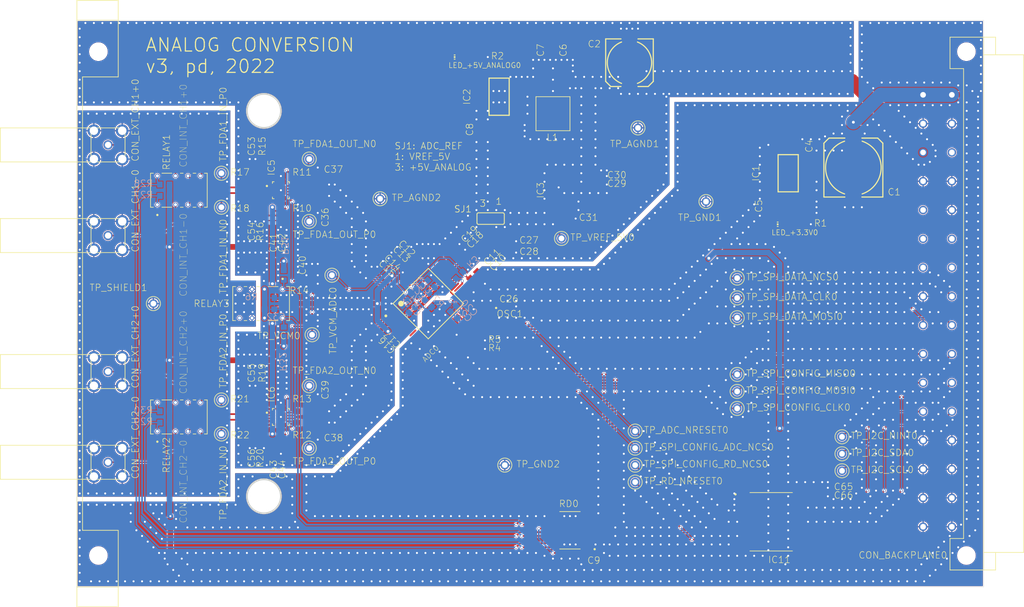
<source format=kicad_pcb>
(kicad_pcb (version 20241229) (generator "pcbnew") (generator_version "9.0")
  (layers (0 "F.Cu" signal) (2 "B.Cu" signal) (13 "F.Paste" user) (15 "B.Paste" user) (5 "F.SilkS" user "F.Silkscreen") (7 "B.SilkS" user "B.Silkscreen") (1 "F.Mask" user) (3 "B.Mask" user) (25 "Edge.Cuts" user))
  (net 0 "")
  (net 1 "GND")
  (net 2 "+5V")
  (net 3 "+12V")
  (net 4 "ADC_MCLK")
  (net 5 "+3V3")
  (net 6 "ADC_AIN0_P")
  (net 7 "ADC_AIN0_N")
  (net 8 "ADC_AIN1_P")
  (net 9 "ADC_AIN1_N")
  (net 10 "SPI_DATA_CLK")
  (net 11 "SPI_DATA_MOSI")
  (net 12 "SPI_DATA_NCS")
  (net 13 "N$49")
  (net 14 "N$50")
  (net 15 "+5V_ANALOG")
  (net 16 "DNC/DGND")
  (net 17 "DIN")
  (net 18 "SPI_CONFIG_ADC_NCS")
  (net 19 "SPI_CONFIG_CLK")
  (net 20 "SPI_CONFIG_MISO")
  (net 21 "SPI_CONFIG_MOSI")
  (net 22 "ADC_NRESET")
  (net 23 "DREGCAP")
  (net 24 "REGCAPB")
  (net 25 "REGCAPA")
  (net 26 "N$81")
  (net 27 "N$78")
  (net 28 "ADC_REF")
  (net 29 "VREF_5V")
  (net 30 "N$9")
  (net 31 "N$10")
  (net 32 "VCM_ADC")
  (net 33 "N$14")
  (net 34 "N$8")
  (net 35 "N$16")
  (net 36 "N$17")
  (net 37 "N$19")
  (net 38 "N$21")
  (net 39 "N$22")
  (net 40 "N$24")
  (net 41 "N$25")
  (net 42 "N$18")
  (net 43 "N$4")
  (net 44 "I2C_SDA")
  (net 45 "I2C_SCL")
  (net 46 "RD_OUT3")
  (net 47 "RD_OUT4")
  (net 48 "RD_OUT1")
  (net 49 "RD_OUT2")
  (net 50 "RD_NRESET")
  (net 51 "SPI_CONFIG_RD_NCS")
  (net 52 "CON_EXT_CH1+")
  (net 53 "CON_EXT_CH2-")
  (net 54 "I2C_NINT")
  (net 55 "BITE_PS_+5V_CURRENT")
  (net 56 "BITE_PS_5V_TS1")
  (net 57 "BITE_PS_12V_TS1")
  (net 58 "BITE_PS_5V_TS2")
  (net 59 "BITE_PS_12V_TS2")
  (net 60 "VCM")
  (net 61 "CON_EXT_CH1-")
  (net 62 "FDA2_IN_N")
  (net 63 "FDA1_IN_P")
  (net 64 "FDA1_IN_N")
  (net 65 "FDA2_IN_P")
  (net 66 "SHIELD")
  (net 67 "RD_OUT6")
  (net 68 "RD_OUT5")
  (net 69 "N$1")
  (net 70 "CON_INT_CH1+")
  (net 71 "CON_INT_CH2+")
  (net 72 "CON_INT_CH2-")
  (net 73 "CON_INT_CH1-")
  (net 74 "CON_EXT_CH2+")
  (net 75 "N$2")
  (net 76 "AGND")
  (footprint "ADA4945-1ACPZ-R7_22669072" (layer "F.Cu") (at 104.5011 125.0036)
    (property "Reference" "IC6")
    (property "Value" "ADA4945-1ACPZ-R7")
  )
  (footprint "RSPRO-1MM-TERMINAL-POST-2622034_23908750" (layer "F.Cu") (at 203.5011 134.5036)
    (property "Reference" "TP_I2C_SCL0")
    (property "Value" "" (hide yes))
  )
  (footprint "RSPRO-1MM-TERMINAL-POST-2622034_23908750" (layer "F.Cu") (at 109.5011 119.5036)
    (property "Reference" "TP_FDA2_OUT_N0")
    (property "Value" "" (hide yes))
  )
  (footprint "60807-011_33573280" (layer "F.Cu") (at 72.3011 105.0036)
    (property "Reference" "PCB_BRACKET0" (hide yes))
    (property "Value" "60807-011" (hide yes))
  )
  (footprint "C0805_23469469" (layer "F.Cu") (at 159.5011 84.0036 180)
    (property "Reference" "C29")
    (property "Value" "10u/16V")
  )
  (footprint "AD7768-4BSTZ_23633307" (layer "F.Cu") (at 130.5011 105.0036 45)
    (property "Reference" "ADC0")
    (property "Value" "AD7768-4BSTZ")
  )
  (footprint "C0603_23469469" (layer "F.Cu") (at 111.0011 87.0036 -90)
    (property "Reference" "C36")
    (property "Value" "82p")
  )
  (footprint "C0603_23469469" (layer "F.Cu") (at 123.5011 111.0036 -45)
    (property "Reference" "C16")
    (property "Value" "100n")
  )
  (footprint "C0603_23469469" (layer "F.Cu") (at 159.5011 149.0036)
    (property "Reference" "C9")
    (property "Value" "100n")
  )
  (footprint "C0603_23469469" (layer "F.Cu") (at 138.5011 100.0036 45)
    (property "Reference" "C11")
    (property "Value" "1u")
  )
  (footprint "RSPRO-1MM-TERMINAL-POST-2622034_23908750" (layer "F.Cu") (at 109.5011 130.5036)
    (property "Reference" "TP_FDA2_OUT_P0")
    (property "Value" "" (hide yes))
  )
  (footprint "DELOCK_65848_34726205" (layer "F.Cu") (at 74.0011 117.0036)
    (property "Reference" "CON_EXT_CH2+0")
    (property "Value" "DELOCK_65848")
  )
  (footprint "C0603_23469469" (layer "F.Cu") (at 126.5011 96.5036 135)
    (property "Reference" "C12")
    (property "Value" "100n")
  )
  (footprint "RSPRO-1MM-TERMINAL-POST-2622034_23908750" (layer "F.Cu") (at 94.0011 82.0036)
    (property "Reference" "TP_FDA1_IN_P0")
    (property "Value" "" (hide yes))
  )
  (footprint "RSPRO-1MM-TERMINAL-POST-2622034_23908750" (layer "F.Cu") (at 154.0011 93.5036 180)
    (property "Reference" "TP_VREF_5V0")
    (property "Value" "" (hide yes))
  )
  (footprint "5-1462037-8_31429267" (layer "F.Cu") (at 86.5011 85.0036 90)
    (property "Reference" "RELAY1")
    (property "Value" "5-1462037-8")
  )
  (footprint "RSPRO-1MM-TERMINAL-POST-2622034_23908750" (layer "F.Cu") (at 94.0011 122.0036)
    (property "Reference" "TP_FDA2_IN_P0")
    (property "Value" "" (hide yes))
  )
  (footprint "RSPRO-1MM-TERMINAL-POST-2622034_23908750" (layer "F.Cu") (at 94.0011 128.0036)
    (property "Reference" "TP_FDA2_IN_N0")
    (property "Value" "" (hide yes))
  )
  (footprint "153CLV-1010_18640681" (layer "F.Cu") (at 205.5011 81.0036 90)
    (property "Reference" "C1")
    (property "Value" "1000u/16V")
  )
  (footprint "RSPRO-1MM-TERMINAL-POST-2622034_23908750" (layer "F.Cu") (at 167.5011 74.0036 180)
    (property "Reference" "TP_AGND1")
    (property "Value" "" (hide yes))
  )
  (footprint "R0603_23469469" (layer "F.Cu") (at 98.5011 124.0036 180)
    (property "Reference" "R21")
    (property "Value" "470")
  )
  (footprint "R0603_23469469" (layer "F.Cu") (at 101.0011 126.5036 90)
    (property "Reference" "R20")
    (property "Value" "470")
  )
  (footprint "RSPRO-1MM-TERMINAL-POST-2622034_23908750" (layer "F.Cu") (at 185.0011 104.0036)
    (property "Reference" "TP_SPI_DATA_CLK0")
    (property "Value" "" (hide yes))
  )
  (footprint "C0603_23469469" (layer "F.Cu") (at 99.5011 121.5036 90)
    (property "Reference" "C55")
    (property "Value" "220p")
  )
  (footprint "RSPRO-1MM-TERMINAL-POST-2622034_23908750" (layer "F.Cu") (at 110.0011 110.5036)
    (property "Reference" "TP_VCM0")
    (property "Value" "" (hide yes))
  )
  (footprint "RSPRO-1MM-TERMINAL-POST-2622034_23908750" (layer "F.Cu") (at 185.0011 117.5036)
    (property "Reference" "TP_SPI_CONFIG_MISO0")
    (property "Value" "" (hide yes))
  )
  (footprint "C0603_23469469" (layer "F.Cu") (at 124.5011 110.0036 -45)
    (property "Reference" "C17")
    (property "Value" "1u")
  )
  (footprint "C0603_23469469" (layer "F.Cu") (at 199.0011 137.5036)
    (property "Reference" "C65")
    (property "Value" "1u")
  )
  (footprint "DELOCK_65848_34726205" (layer "F.Cu") (at 74.0011 93.0036)
    (property "Reference" "CON_EXT_CH1-0")
    (property "Value" "DELOCK_65848")
  )
  (footprint "2337019-1_28281051" (layer "F.Cu") (at 90.5011 119.0036)
    (property "Reference" "CON_INT_CH2+0")
    (property "Value" "2337019-1")
  )
  (footprint "ADA4945-1ACPZ-R7_22669072" (layer "F.Cu") (at 104.5011 85.0036)
    (property "Reference" "IC5")
    (property "Value" "ADA4945-1ACPZ-R7")
  )
  (footprint "DELOCK_65848_34726205" (layer "F.Cu") (at 74.0011 77.0036)
    (property "Reference" "CON_EXT_CH1+0")
    (property "Value" "DELOCK_65848")
  )
  (footprint "RSPRO-1MM-TERMINAL-POST-2622034_23908750" (layer "F.Cu") (at 94.0011 88.0036)
    (property "Reference" "TP_FDA1_IN_N0")
    (property "Value" "" (hide yes))
  )
  (footprint "DELOCK_65848_34726205" (layer "F.Cu") (at 74.0011 133.0036)
    (property "Reference" "CON_EXT_CH2-0")
    (property "Value" "DELOCK_65848")
  )
  (footprint "RSPRO-1MM-TERMINAL-POST-2622034_23908750" (layer "F.Cu") (at 179.5011 87.0036)
    (property "Reference" "TP_GND1")
    (property "Value" "" (hide yes))
  )
  (footprint "R0603_23469469" (layer "F.Cu") (at 98.5011 86.0036 180)
    (property "Reference" "R18")
    (property "Value" "470")
  )
  (footprint "RSPRO-1MM-TERMINAL-POST-2622034_23908750" (layer "F.Cu") (at 203.5011 128.5036)
    (property "Reference" "TP_I2C_NINT0")
    (property "Value" "" (hide yes))
  )
  (footprint "RSPRO-1MM-TERMINAL-POST-2622034_23908750" (layer "F.Cu") (at 167.0011 133.5036)
    (property "Reference" "TP_SPI_CONFIG_RD_NCS0")
    (property "Value" "" (hide yes))
  )
  (footprint "C0603_23469469" (layer "F.Cu") (at 144.0011 105.5036 180)
    (property "Reference" "C26")
    (property "Value" "100n")
  )
  (footprint "C1206_23469469" (layer "F.Cu") (at 143.0011 94.0036)
    (property "Reference" "C27")
    (property "Value" "22u")
  )
  (footprint "CT6032_23469469" (layer "F.Cu") (at 143.0011 74.5036)
    (property "Reference" "C8")
    (property "Value" "22u")
  )
  (footprint "C0603_23469469" (layer "F.Cu") (at 159.5011 82.5036 180)
    (property "Reference" "C30")
    (property "Value" "100n")
  )
  (footprint "09031326921_33573412" (layer "F.Cu") (at 228.5011 105.0036 90)
    (property "Reference" "CON_BACKPLANE0")
    (property "Value" "09031326921")
  )
  (footprint "C0603_23469469" (layer "F.Cu") (at 135.5011 97.0036 45)
    (property "Reference" "C18")
    (property "Value" "100n")
  )
  (footprint "CHIP-LED0603_259" (layer "F.Cu") (at 135.0011 61.5036 -90)
    (property "Reference" "LED_+5V_ANALOG0")
    (property "Value" "")
  )
  (footprint "5-1462037-8_31429267" (layer "F.Cu") (at 86.5011 125.0036 90)
    (property "Reference" "RELAY2")
    (property "Value" "5-1462037-8")
  )
  (footprint "C0603_23469469" (layer "F.Cu") (at 103.0011 89.5036 90)
    (property "Reference" "C41")
    (property "Value" "1u")
  )
  (footprint "CHIP-LED0603_259" (layer "F.Cu") (at 192.0011 91.0036 -90)
    (property "Reference" "LED_+3.3V0")
    (property "Value" "")
  )
  (footprint "RSPRO-1MM-TERMINAL-POST-2622034_23908750" (layer "F.Cu") (at 109.5011 79.5036)
    (property "Reference" "TP_FDA1_OUT_N0")
    (property "Value" "" (hide yes))
  )
  (footprint "2337019-1_28281051" (layer "F.Cu") (at 90.5011 91.0036 180)
    (property "Reference" "CON_INT_CH1-0")
    (property "Value" "2337019-1")
  )
  (footprint "RSPRO-1MM-TERMINAL-POST-2622034_23908750" (layer "F.Cu") (at 167.0011 130.5036)
    (property "Reference" "TP_SPI_CONFIG_ADC_NCS0")
    (property "Value" "" (hide yes))
  )
  (footprint "5-1462037-8_31429267" (layer "F.Cu") (at 101.0011 105.0036 -90)
    (property "Reference" "RELAY3")
    (property "Value" "5-1462037-8")
  )
  (footprint "R0603_23469469" (layer "F.Cu") (at 101.0011 83.5036 -90)
    (property "Reference" "R15")
    (property "Value" "470")
  )
  (footprint "R0603_23469469" (layer "F.Cu") (at 108.5011 124.0036 180)
    (property "Reference" "R13")
    (property "Value" "82")
  )
  (footprint "SOT223_23469477" (layer "F.Cu") (at 143.0011 68.5036 180)
    (property "Reference" "IC2")
    (property "Value" "LM1117MP-5.0")
  )
  (footprint "MAX4820EUP+_31436371" (layer "F.Cu") (at 155.5011 145.0036 180)
    (property "Reference" "RD0")
    (property "Value" "MAX4820EUP+")
  )
  (footprint "RSPRO-1MM-TERMINAL-POST-2622034_23908750" (layer "F.Cu") (at 185.0011 123.5036)
    (property "Reference" "TP_SPI_CONFIG_CLK0")
    (property "Value" "" (hide yes))
  )
  (footprint "RSPRO-1MM-TERMINAL-POST-2622034_23908750" (layer "F.Cu") (at 185.0011 120.5036)
    (property "Reference" "TP_SPI_CONFIG_MOSI0")
    (property "Value" "" (hide yes))
  )
  (footprint "R0603_23469469" (layer "F.Cu") (at 98.5011 84.0036 180)
    (property "Reference" "R17")
    (property "Value" "470")
  )
  (footprint "RSPRO-1MM-TERMINAL-POST-2622034_23908750" (layer "F.Cu") (at 167.0011 136.5036)
    (property "Reference" "TP_RD_NRESET0")
    (property "Value" "" (hide yes))
  )
  (footprint "CT3216_23469469" (layer "F.Cu") (at 150.5011 65.0036 90)
    (property "Reference" "C7")
    (property "Value" "10u")
  )
  (footprint "R0603_23469469" (layer "F.Cu") (at 98.5011 126.0036 180)
    (property "Reference" "R22")
    (property "Value" "470")
  )
  (footprint "RSPRO-1MM-TERMINAL-POST-2622034_23908750" (layer "F.Cu") (at 82.0011 105.0036)
    (property "Reference" "TP_SHIELD1")
    (property "Value" "" (hide yes))
  )
  (footprint "CT3216_23469469" (layer "F.Cu") (at 154.5011 65.0036 90)
    (property "Reference" "C6")
    (property "Value" "10u")
  )
  (footprint "C0603_23469469" (layer "F.Cu") (at 123.0011 100.0036 135)
    (property "Reference" "C15")
    (property "Value" "1u")
  )
  (footprint "SOT223_23469477" (layer "F.Cu") (at 194.0011 82.0036 180)
    (property "Reference" "IC1")
    (property "Value" "LM1117IMP-3.3")
  )
  (footprint "R0603_23469469" (layer "F.Cu") (at 108.5011 84.0036 180)
    (property "Reference" "R11")
    (property "Value" "82")
  )
  (footprint "C0603_23469469" (layer "F.Cu") (at 99.5011 128.5036 90)
    (property "Reference" "C56")
    (property "Value" "220p")
  )
  (footprint "RSPRO-1MM-TERMINAL-POST-2622034_23908750" (layer "F.Cu") (at 167.0011 127.5036)
    (property "Reference" "TP_ADC_NRESET0")
    (property "Value" "" (hide yes))
  )
  (footprint "RSPRO-1MM-TERMINAL-POST-2622034_23908750" (layer "F.Cu") (at 113.5011 100.0036)
    (property "Reference" "TP_VCM_ADC0")
    (property "Value" "" (hide yes))
  )
  (footprint "R0603_23469469" (layer "F.Cu") (at 101.0011 86.5036 90)
    (property "Reference" "R16")
    (property "Value" "470")
  )
  (footprint "VLS6045AF-101M_31421361" (layer "F.Cu") (at 152.5011 71.5036 180)
    (property "Reference" "L1")
    (property "Value" "100u")
  )
  (footprint "CT3216_23469469" (layer "F.Cu") (at 194.0011 77.0036 180)
    (property "Reference" "C4")
    (property "Value" "10u")
  )
  (footprint "R0603_23469469" (layer "F.Cu") (at 138.5011 113.0036 180)
    (property "Reference" "R4")
    (property "Value" "1k")
  )
  (footprint "CT6032_23469469" (layer "F.Cu") (at 194.0011 88.0036)
    (property "Reference" "C5")
    (property "Value" "22u")
  )
  (footprint "C0603_23469469" (layer "F.Cu") (at 111.0011 83.0036 -90)
    (property "Reference" "C37")
    (property "Value" "82p")
  )
  (footprint "C0603_23469469" (layer "F.Cu") (at 111.0011 123.0036 -90)
    (property "Reference" "C39")
    (property "Value" "82p")
  )
  (footprint "R0603_23469469" (layer "F.Cu") (at 111.0011 102.5036 180)
    (property "Reference" "R14")
    (property "Value" "47")
  )
  (footprint "C0603_23469469" (layer "F.Cu") (at 111.0011 127.0036 -90)
    (property "Reference" "C38")
    (property "Value" "82p")
  )
  (footprint "TCA9534ADWR_34728514" (layer "F.Cu") (at 191.0011 143.5036)
    (property "Reference" "IC11")
    (property "Value" "TCA9534ADWR")
  )
  (footprint "R0603_23469469" (layer "F.Cu") (at 138.5011 111.5036 180)
    (property "Reference" "R5")
    (property "Value" "1k")
  )
  (footprint "RSPRO-1MM-TERMINAL-POST-2622034_23908750" (layer "F.Cu") (at 185.0011 107.5036)
    (property "Reference" "TP_SPI_DATA_MOSI0")
    (property "Value" "" (hide yes))
  )
  (footprint "C0603_23469469" (layer "F.Cu") (at 104.5011 89.5036 90)
    (property "Reference" "C42")
    (property "Value" "100n")
  )
  (footprint "2337019-1_28281051" (layer "F.Cu") (at 90.5011 131.0036 180)
    (property "Reference" "CON_INT_CH2-0")
    (property "Value" "2337019-1")
  )
  (footprint "C0603_23469469" (layer "F.Cu") (at 139.5011 101.0036 45)
    (property "Reference" "C10")
    (property "Value" "100n")
  )
  (footprint "RSPRO-1MM-TERMINAL-POST-2622034_23908750" (layer "F.Cu") (at 109.5011 90.5036)
    (property "Reference" "TP_FDA1_OUT_P0")
    (property "Value" "" (hide yes))
  )
  (footprint "2337019-1_28281051" (layer "F.Cu") (at 90.5011 79.0036)
    (property "Reference" "CON_INT_CH1+0")
    (property "Value" "2337019-1")
  )
  (footprint "C0603_23469469" (layer "F.Cu") (at 99.5011 81.5036 90)
    (property "Reference" "C53")
    (property "Value" "220p")
  )
  (footprint "R0603_23469469" (layer "F.Cu") (at 139.0011 61.5036)
    (property "Reference" "R2")
    (property "Value" "1.8k")
  )
  (footprint "R0603_23469469" (layer "F.Cu") (at 108.5011 86.0036 180)
    (property "Reference" "R10")
    (property "Value" "82")
  )
  (footprint "C0603_23469469" (layer "F.Cu") (at 99.5011 88.5036 90)
    (property "Reference" "C54")
    (property "Value" "220p")
  )
  (footprint "RSPRO-1MM-TERMINAL-POST-2622034_23908750" (layer "F.Cu") (at 203.5011 131.5036)
    (property "Reference" "TP_I2C_SDA0")
    (property "Value" "" (hide yes))
  )
  (footprint "C0603_23469469" (layer "F.Cu") (at 103.0011 129.5036 90)
    (property "Reference" "C43")
    (property "Value" "1u")
  )
  (footprint "C0603_23469469" (layer "F.Cu") (at 134.5011 96.0036 45)
    (property "Reference" "C19")
    (property "Value" "1u")
  )
  (footprint "RSPRO-1MM-TERMINAL-POST-2622034_23908750" (layer "F.Cu") (at 185.0011 100.5036)
    (property "Reference" "TP_SPI_DATA_NCS0")
    (property "Value" "" (hide yes))
  )
  (footprint "SJ_2_23508320" (layer "F.Cu") (at 141.5011 90.0036 180)
    (property "Reference" "SJ1")
    (property "Value" "")
  )
  (footprint "SG-210STF-32.7680ML3_23634516" (layer "F.Cu") (at 140.5011 106.5036 180)
    (property "Reference" "OSC1")
    (property "Value" "SG-210STF 32.7680ML3")
  )
  (footprint "153CLV-0810_18640681" (layer "F.Cu") (at 166.0011 62.5036 -90)
    (property "Reference" "C2")
    (property "Value" "100u/25V")
  )
  (footprint "C0603_23469469" (layer "F.Cu") (at 199.0011 139.0036)
    (property "Reference" "C66")
    (property "Value" "100n")
  )
  (footprint "R0603_23469469" (layer "F.Cu") (at 108.5011 126.0036 180)
    (property "Reference" "R12")
    (property "Value" "82")
  )
  (footprint "C0603_23469469" (layer "F.Cu") (at 125.5011 97.5036 135)
    (property "Reference" "C13")
    (property "Value" "1u")
  )
  (footprint "RSPRO-1MM-TERMINAL-POST-2622034_23908750" (layer "F.Cu") (at 122.0011 86.5036 180)
    (property "Reference" "TP_AGND2")
    (property "Value" "" (hide yes))
  )
  (footprint "C0603_23469469" (layer "F.Cu") (at 124.0011 99.0036 135)
    (property "Reference" "C14")
    (property "Value" "100n")
  )
  (footprint "RSPRO-1MM-TERMINAL-POST-2622034_23908750" (layer "F.Cu") (at 144.0011 133.5036 180)
    (property "Reference" "TP_GND2")
    (property "Value" "" (hide yes))
  )
  (footprint "C0603_23469469" (layer "F.Cu") (at 110.0011 100.0036 90)
    (property "Reference" "C40")
    (property "Value" "100n")
  )
  (footprint "C0603_23469469" (layer "F.Cu") (at 154.5011 90.0036 180)
    (property "Reference" "C31")
    (property "Value" "100n")
  )
  (footprint "C0603_23469469" (layer "F.Cu") (at 104.5011 129.5036 90)
    (property "Reference" "C44")
    (property "Value" "100n")
  )
  (footprint "R0603_23469469" (layer "F.Cu") (at 196.0011 91.0036)
    (property "Reference" "R1")
    (property "Value" "750")
  )
  (footprint "C0603_23469469" (layer "F.Cu") (at 142.5011 96.0036)
    (property "Reference" "C28")
    (property "Value" "100n")
  )
  (footprint "R0603_23469469" (layer "F.Cu") (at 101.0011 123.5036 -90)
    (property "Reference" "R19")
    (property "Value" "470")
  )
  (footprint "ADR445ARZ_35478497" (layer "F.Cu") (at 154.0011 85.0036 180)
    (property "Reference" "IC3")
    (property "Value" "ADR445ARZ")
  )
  (footprint "C0603_23469469" (layer "B.Cu") (at 131.0011 101.5036 -45)
    (property "Reference" "C22")
    (property "Value" "100n")
  )
  (footprint "R0603_23469469" (layer "B.Cu") (at 105.0011 110.0036 -90)
    (property "Reference" "R32")
    (property "Value" "100")
  )
  (footprint "C0603_23469469" (layer "B.Cu") (at 136.0011 106.0036 -45)
    (property "Reference" "C20")
    (property "Value" "100n")
  )
  (footprint "R0603_23469469" (layer "B.Cu") (at 84.0011 84.0036)
    (property "Reference" "R28")
    (property "Value" "100")
  )
  (footprint "R0603_23469469" (layer "B.Cu") (at 84.0011 126.0036)
    (property "Reference" "R29")
    (property "Value" "100")
  )
  (footprint "C0603_23469469" (layer "B.Cu") (at 127.5011 105.0036 -45)
    (property "Reference" "C24")
    (property "Value" "100n")
  )
  (footprint "R0603_23469469" (layer "B.Cu") (at 84.0011 124.0036)
    (property "Reference" "R30")
    (property "Value" "100")
  )
  (footprint "R0603_23469469" (layer "B.Cu") (at 84.0011 86.0036)
    (property "Reference" "R27")
    (property "Value" "100")
  )
  (footprint "C0603_23469469" (layer "B.Cu") (at 126.5011 106.0036 -45)
    (property "Reference" "C25")
    (property "Value" "1u")
  )
  (footprint "C0603_23469469" (layer "B.Cu") (at 135.0011 107.0036 -45)
    (property "Reference" "C21")
    (property "Value" "10u")
  )
  (footprint "C0603_23469469" (layer "B.Cu") (at 102.5011 106.0036)
    (property "Reference" "C32")
    (property "Value" "10n")
  )
  (footprint "R0603_23469469" (layer "B.Cu") (at 102.5011 104.0036)
    (property "Reference" "R6")
    (property "Value" "1M")
  )
  (footprint "C0603_23469469" (layer "B.Cu") (at 130.0011 102.5036 -45)
    (property "Reference" "C23")
    (property "Value" "1u")
  )
  (footprint "R0603_23469469" (layer "B.Cu") (at 130.5011 105.0036 -45)
    (property "Reference" "R7")
    (property "Value" "0")
  )
  (footprint "R0603_23469469" (layer "B.Cu") (at 105.0011 100.0036 90)
    (property "Reference" "R31")
    (property "Value" "100")
  )
  (footprint "R0603_23469469" (layer "B.Cu") (at 136.0011 100.0036 -135)
    (property "Reference" "R3")
    (property "Value" "10k")
  )
  (gr_line (start 228.5011 155.0036) (end 228.5011 55.0036) (stroke (width 0.05)) (layer "Edge.Cuts"))
  (gr_circle (center 101.5011 71.0036) (end 104.5011 71.0036) (stroke (width 0.3048)) (fill no) (layer "Edge.Cuts"))
  (gr_circle (center 101.5011 139.0036) (end 104.5011 139.0036) (stroke (width 0.3048)) (fill no) (layer "Edge.Cuts"))
  (gr_line (start 68.5011 155.0036) (end 228.5011 155.0036) (stroke (width 0.05)) (layer "Edge.Cuts"))
  (gr_line (start 68.5011 55.0036) (end 68.5011 155.0036) (stroke (width 0.05)) (layer "Edge.Cuts"))
  (gr_line (start 68.5011 55.0036) (end 228.5011 55.0036) (stroke (width 0.05)) (layer "Edge.Cuts"))
  (gr_text "ANALOG CONVERSION\nv3, pd, 2022" (at 80.5011 64.5036 0) (layer "F.SilkS") (effects (font (size 2.3368 2.3368) (thickness 0.2032)) (justify left bottom)))
  (gr_text "SJ1: ADC_REF\n1: VREF_5V\n3: +5V_ANALOG" (at 124.5011 76.5036 0) (layer "F.SilkS") (effects (font (size 1.1684 1.1684) (thickness 0.1016)) (justify left top)))
  (gr_text "1" (at 142.317218 86.279956 0) (layer "F.SilkS") (effects (font (size 1.1684 1.1684) (thickness 0.1016)) (justify left top)))
  (gr_text "3" (at 139.5011 88.0036 0) (layer "F.SilkS") (effects (font (size 1.1684 1.1684) (thickness 0.1016)) (justify left bottom)))
  (segment (start 128.5011 103.0036) (end 128.5011 104.469469) (width 0.3048) (layer "F.Cu") (net 1))
  (segment (start 127.089309 100.53115) (end 128.5011 101.942941) (width 0.3048) (layer "F.Cu") (net 1))
  (segment (start 127.440434 103.0036) (end 128.5011 103.0036) (width 0.3048) (layer "F.Cu") (net 1))
  (segment (start 128.5011 104.469469) (end 128.484034 104.486535) (width 0.3048) (layer "F.Cu") (net 1))
  (segment (start 128.5011 101.942941) (end 128.5011 103.0036) (width 0.3048) (layer "F.Cu") (net 1))
  (segment (start 127.440434 103.0036) (end 126.028646 101.591813) (width 0.3048) (layer "F.Cu") (net 1))
  (via (at 195.5011 154.0036) (size 0.5024) (drill 0.35) (layers "F.Cu" "B.Cu") (net 1))
  (via (at 215.0011 128.5036) (size 0.5024) (drill 0.35) (layers "F.Cu" "B.Cu") (net 1))
  (via (at 142.0011 142.5036) (size 0.5024) (drill 0.35) (layers "F.Cu" "B.Cu") (net 1))
  (via (at 149.0011 121.5036) (size 0.5024) (drill 0.35) (layers "F.Cu" "B.Cu") (net 1))
  (via (at 207.0011 136.0036) (size 0.5024) (drill 0.35) (layers "F.Cu" "B.Cu") (net 1))
  (via (at 98.5011 149.0036) (size 0.5024) (drill 0.35) (layers "F.Cu" "B.Cu") (net 1))
  (via (at 151.0011 142.5036) (size 0.5024) (drill 0.35) (layers "F.Cu" "B.Cu") (net 1))
  (via (at 177.5011 105.0036) (size 0.5024) (drill 0.35) (layers "F.Cu" "B.Cu") (net 1))
  (via (at 225.5011 137.0036) (size 0.5024) (drill 0.35) (layers "F.Cu" "B.Cu") (net 1))
  (via (at 227.5011 111.5036) (size 0.5024) (drill 0.35) (layers "F.Cu" "B.Cu") (net 1))
  (via (at 176.5011 141.5036) (size 0.5024) (drill 0.35) (layers "F.Cu" "B.Cu") (net 1))
  (via (at 228.0011 61.5036) (size 0.5024) (drill 0.35) (layers "F.Cu" "B.Cu") (net 1))
  (via (at 150.5011 152.0036) (size 0.5024) (drill 0.35) (layers "F.Cu" "B.Cu") (net 1))
  (via (at 105.5011 152.0036) (size 0.5024) (drill 0.35) (layers "F.Cu" "B.Cu") (net 1))
  (via (at 182.5011 124.5036) (size 0.5024) (drill 0.35) (layers "F.Cu" "B.Cu") (net 1))
  (via (at 165.0011 139.0036) (size 0.5024) (drill 0.35) (layers "F.Cu" "B.Cu") (net 1))
  (via (at 131.5011 112.5036) (size 0.5024) (drill 0.35) (layers "F.Cu" "B.Cu") (net 1))
  (via (at 158.5011 123.5036) (size 0.5024) (drill 0.35) (layers "F.Cu" "B.Cu") (net 1))
  (via (at 162.5011 97.0036) (size 0.5024) (drill 0.35) (layers "F.Cu" "B.Cu") (net 1))
  (via (at 225.5011 125.0036) (size 0.5024) (drill 0.35) (layers "F.Cu" "B.Cu") (net 1))
  (via (at 210.0011 73.5036) (size 0.5024) (drill 0.35) (layers "F.Cu" "B.Cu") (net 1))
  (via (at 173.0011 104.5036) (size 0.5024) (drill 0.35) (layers "F.Cu" "B.Cu") (net 1))
  (via (at 213.5011 70.0036) (size 0.5024) (drill 0.35) (layers "F.Cu" "B.Cu") (net 1))
  (via (at 215.0011 66.0036) (size 0.5024) (drill 0.35) (layers "F.Cu" "B.Cu") (net 1))
  (via (at 213.5011 71.0036) (size 0.5024) (drill 0.35) (layers "F.Cu" "B.Cu") (net 1))
  (via (at 87.5011 140.5036) (size 0.5024) (drill 0.35) (layers "F.Cu" "B.Cu") (net 1))
  (via (at 120.5011 154.0036) (size 0.5024) (drill 0.35) (layers "F.Cu" "B.Cu") (net 1))
  (via (at 155.5011 147.5036) (size 0.5024) (drill 0.35) (layers "F.Cu" "B.Cu") (net 1))
  (via (at 192.5011 70.0036) (size 0.5024) (drill 0.35) (layers "F.Cu" "B.Cu") (net 1))
  (via (at 118.0011 149.0036) (size 0.5024) (drill 0.35) (layers "F.Cu" "B.Cu") (net 1))
  (via (at 170.0011 154.0036) (size 0.5024) (drill 0.35) (layers "F.Cu" "B.Cu") (net 1))
  (via (at 196.5011 117.5036) (size 0.5024) (drill 0.35) (layers "F.Cu" "B.Cu") (net 1))
  (via (at 115.0011 134.5036) (size 0.5024) (drill 0.35) (layers "F.Cu" "B.Cu") (net 1))
  (via (at 169.5011 116.5036) (size 0.5024) (drill 0.35) (layers "F.Cu" "B.Cu") (net 1))
  (via (at 190.5011 123.0036) (size 0.5024) (drill 0.35) (layers "F.Cu" "B.Cu") (net 1))
  (via (at 227.5011 104.0036) (size 0.5024) (drill 0.35) (layers "F.Cu" "B.Cu") (net 1))
  (via (at 167.0011 104.5036) (size 0.5024) (drill 0.35) (layers "F.Cu" "B.Cu") (net 1))
  (via (at 133.0011 149.0036) (size 0.5024) (drill 0.35) (layers "F.Cu" "B.Cu") (net 1))
  (via (at 196.5011 76.0036) (size 0.5024) (drill 0.35) (layers "F.Cu" "B.Cu") (net 1))
  (via (at 141.0011 99.0036) (size 0.5024) (drill 0.35) (layers "F.Cu" "B.Cu") (net 1))
  (via (at 225.5011 123.5036) (size 0.5024) (drill 0.35) (layers "F.Cu" "B.Cu") (net 1))
  (via (at 205.5011 99.5036) (size 0.5024) (drill 0.35) (layers "F.Cu" "B.Cu") (net 1))
  (via (at 136.0011 120.0036) (size 0.5024) (drill 0.35) (layers "F.Cu" "B.Cu") (net 1))
  (via (at 181.5011 140.5036) (size 0.5024) (drill 0.35) (layers "F.Cu" "B.Cu") (net 1))
  (via (at 194.0011 130.5036) (size 0.5024) (drill 0.35) (layers "F.Cu" "B.Cu") (net 1))
  (via (at 174.5011 73.0036) (size 0.5024) (drill 0.35) (layers "F.Cu" "B.Cu") (net 1))
  (via (at 208.5011 117.5036) (size 0.5024) (drill 0.35) (layers "F.Cu" "B.Cu") (net 1))
  (via (at 186.0011 125.0036) (size 0.5024) (drill 0.35) (layers "F.Cu" "B.Cu") (net 1))
  (via (at 179.0011 96.5036) (size 0.5024) (drill 0.35) (layers "F.Cu" "B.Cu") (net 1))
  (via (at 176.0011 143.5036) (size 0.5024) (drill 0.35) (layers "F.Cu" "B.Cu") (net 1))
  (via (at 132.0011 116.0036) (size 0.5024) (drill 0.35) (layers "F.Cu" "B.Cu") (net 1))
  (via (at 199.0011 141.0036) (size 0.5024) (drill 0.35) (layers "F.Cu" "B.Cu") (net 1))
  (via (at 203.5011 143.5036) (size 0.5024) (drill 0.35) (layers "F.Cu" "B.Cu") (net 1))
  (via (at 91.0011 149.0036) (size 0.5024) (drill 0.35) (layers "F.Cu" "B.Cu") (net 1))
  (via (at 173.0011 111.0036) (size 0.5024) (drill 0.35) (layers "F.Cu" "B.Cu") (net 1))
  (via (at 164.0011 149.5036) (size 0.5024) (drill 0.35) (layers "F.Cu" "B.Cu") (net 1))
  (via (at 171.5011 111.0036) (size 0.5024) (drill 0.35) (layers "F.Cu" "B.Cu") (net 1))
  (via (at 210.0011 120.5036) (size 0.5024) (drill 0.35) (layers "F.Cu" "B.Cu") (net 1))
  (via (at 227.5011 138.5036) (size 0.5024) (drill 0.35) (layers "F.Cu" "B.Cu") (net 1))
  (via (at 216.0011 99.5036) (size 0.5024) (drill 0.35) (layers "F.Cu" "B.Cu") (net 1))
  (via (at 208.5011 142.0036) (size 0.5024) (drill 0.35) (layers "F.Cu" "B.Cu") (net 1))
  (via (at 177.0011 116.5036) (size 0.5024) (drill 0.35) (layers "F.Cu" "B.Cu") (net 1))
  (via (at 225.5011 122.0036) (size 0.5024) (drill 0.35) (layers "F.Cu" "B.Cu") (net 1))
  (via (at 119.5011 149.0036) (size 0.5024) (drill 0.35) (layers "F.Cu" "B.Cu") (net 1))
  (via (at 151.5011 113.5036) (size 0.5024) (drill 0.35) (layers "F.Cu" "B.Cu") (net 1))
  (via (at 216.5011 70.0036) (size 0.5024) (drill 0.35) (layers "F.Cu" "B.Cu") (net 1))
  (via (at 69.0011 149.5036) (size 0.5024) (drill 0.35) (layers "F.Cu" "B.Cu") (net 1))
  (via (at 190.5011 115.0036) (size 0.5024) (drill 0.35) (layers "F.Cu" "B.Cu") (net 1))
  (via (at 141.5011 104.5036) (size 0.5024) (drill 0.35) (layers "F.Cu" "B.Cu") (net 1))
  (via (at 168.5011 154.0036) (size 0.5024) (drill 0.35) (layers "F.Cu" "B.Cu") (net 1))
  (via (at 111.5011 152.0036) (size 0.5024) (drill 0.35) (layers "F.Cu" "B.Cu") (net 1))
  (via (at 161.0011 154.0036) (size 0.5024) (drill 0.35) (layers "F.Cu" "B.Cu") (net 1))
  (via (at 131.5011 107.0036) (size 0.5024) (drill 0.35) (layers "F.Cu" "B.Cu") (net 1))
  (via (at 180.5011 122.5036) (size 0.5024) (drill 0.35) (layers "F.Cu" "B.Cu") (net 1))
  (via (at 142.0011 149.0036) (size 0.5024) (drill 0.35) (layers "F.Cu" "B.Cu") (net 1))
  (via (at 141.5011 154.0036) (size 0.5024) (drill 0.35) (layers "F.Cu" "B.Cu") (net 1))
  (via (at 202.0011 75.0036) (size 0.5024) (drill 0.35) (layers "F.Cu" "B.Cu") (net 1))
  (via (at 189.0011 79.0036) (size 0.5024) (drill 0.35) (layers "F.Cu" "B.Cu") (net 1))
  (via (at 208.5011 113.0036) (size 0.5024) (drill 0.35) (layers "F.Cu" "B.Cu") (net 1))
  (via (at 119.0011 152.0036) (size 0.5024) (drill 0.35) (layers "F.Cu" "B.Cu") (net 1))
  (via (at 221.0011 127.5036) (size 0.5024) (drill 0.35) (layers "F.Cu" "B.Cu") (net 1))
  (via (at 200.0011 154.0036) (size 0.5024) (drill 0.35) (layers "F.Cu" "B.Cu") (net 1))
  (via (at 187.0011 124.0036) (size 0.5024) (drill 0.35) (layers "F.Cu" "B.Cu") (net 1))
  (via (at 180.0011 95.5036) (size 0.5024) (drill 0.35) (layers "F.Cu" "B.Cu") (net 1))
  (via (at 209.0011 127.5036) (size 0.5024) (drill 0.35) (layers "F.Cu" "B.Cu") (net 1))
  (via (at 136.5011 117.5036) (size 0.5024) (drill 0.35) (layers "F.Cu" "B.Cu") (net 1))
  (via (at 84.0011 150.0036) (size 0.5024) (drill 0.35) (layers "F.Cu" "B.Cu") (net 1))
  (via (at 183.5011 141.5036) (size 0.5024) (drill 0.35) (layers "F.Cu" "B.Cu") (net 1))
  (via (at 110.0011 152.0036) (size 0.5024) (drill 0.35) (layers "F.Cu" "B.Cu") (net 1))
  (via (at 170.0011 141.0036) (size 0.5024) (drill 0.35) (layers "F.Cu" "B.Cu") (net 1))
  (via (at 187.5011 116.5036) (size 0.5024) (drill 0.35) (layers "F.Cu" "B.Cu") (net 1))
  (via (at 155.5011 142.5036) (size 0.5024) (drill 0.35) (layers "F.Cu" "B.Cu") (net 1))
  (via (at 201.0011 106.5036) (size 0.5024) (drill 0.35) (layers "F.Cu" "B.Cu") (net 1))
  (via (at 180.5011 152.0036) (size 0.5024) (drill 0.35) (layers "F.Cu" "B.Cu") (net 1))
  (via (at 202.5011 117.5036) (size 0.5024) (drill 0.35) (layers "F.Cu" "B.Cu") (net 1))
  (via (at 174.5011 133.5036) (size 0.5024) (drill 0.35) (layers "F.Cu" "B.Cu") (net 1))
  (via (at 194.0011 146.5036) (size 0.5024) (drill 0.35) (layers "F.Cu" "B.Cu") (net 1))
  (via (at 205.5011 120.0036) (size 0.5024) (drill 0.35) (layers "F.Cu" "B.Cu") (net 1))
  (via (at 204.0011 120.0036) (size 0.5024) (drill 0.35) (layers "F.Cu" "B.Cu") (net 1))
  (via (at 169.5011 134.5036) (size 0.5024) (drill 0.35) (layers "F.Cu" "B.Cu") (net 1))
  (via (at 134.5011 149.0036) (size 0.5024) (drill 0.35) (layers "F.Cu" "B.Cu") (net 1))
  (via (at 117.5011 154.0036) (size 0.5024) (drill 0.35) (layers "F.Cu" "B.Cu") (net 1))
  (via (at 178.5011 120.5036) (size 0.5024) (drill 0.35) (layers "F.Cu" "B.Cu") (net 1))
  (via (at 211.5011 115.0036) (size 0.5024) (drill 0.35) (layers "F.Cu" "B.Cu") (net 1))
  (via (at 139.0011 149.0036) (size 0.5024) (drill 0.35) (layers "F.Cu" "B.Cu") (net 1))
  (via (at 227.5011 80.0036) (size 0.5024) (drill 0.35) (layers "F.Cu" "B.Cu") (net 1))
  (via (at 70.5011 140.5036) (size 0.5024) (drill 0.35) (layers "F.Cu" "B.Cu") (net 1))
  (via (at 210.5011 142.5036) (size 0.5024) (drill 0.35) (layers "F.Cu" "B.Cu") (net 1))
  (via (at 138.5011 106.0036) (size 0.5024) (drill 0.35) (layers "F.Cu" "B.Cu") (net 1))
  (via (at 207.0011 59.0036) (size 0.5024) (drill 0.35) (layers "F.Cu" "B.Cu") (net 1))
  (via (at 211.5011 55.5036) (size 0.5024) (drill 0.35) (layers "F.Cu" "B.Cu") (net 1))
  (via (at 134.0011 118.0036) (size 0.5024) (drill 0.35) (layers "F.Cu" "B.Cu") (net 1))
  (via (at 156.5011 108.0036) (size 0.5024) (drill 0.35) (layers "F.Cu" "B.Cu") (net 1))
  (via (at 227.5011 68.5036) (size 0.5024) (drill 0.35) (layers "F.Cu" "B.Cu") (net 1))
  (via (at 184.5011 109.0036) (size 0.5024) (drill 0.35) (layers "F.Cu" "B.Cu") (net 1))
  (via (at 187.5011 102.5036) (size 0.5024) (drill 0.35) (layers "F.Cu" "B.Cu") (net 1))
  (via (at 171.0011 138.5036) (size 0.5024) (drill 0.35) (layers "F.Cu" "B.Cu") (net 1))
  (via (at 201.0011 101.5036) (size 0.5024) (drill 0.35) (layers "F.Cu" "B.Cu") (net 1))
  (via (at 227.5011 107.0036) (size 0.5024) (drill 0.35) (layers "F.Cu" "B.Cu") (net 1))
  (via (at 170.0011 104.5036) (size 0.5024) (drill 0.35) (layers "F.Cu" "B.Cu") (net 1))
  (via (at 216.0011 55.5036) (size 0.5024) (drill 0.35) (layers "F.Cu" "B.Cu") (net 1))
  (via (at 206.0011 124.5036) (size 0.5024) (drill 0.35) (layers "F.Cu" "B.Cu") (net 1))
  (via (at 210.0011 113.0036) (size 0.5024) (drill 0.35) (layers "F.Cu" "B.Cu") (net 1))
  (via (at 172.0011 143.0036) (size 0.5024) (drill 0.35) (layers "F.Cu" "B.Cu") (net 1))
  (via (at 179.5011 103.0036) (size 0.5024) (drill 0.35) (layers "F.Cu" "B.Cu") (net 1))
  (via (at 151.0011 149.5036) (size 0.5024) (drill 0.35) (layers "F.Cu" "B.Cu") (net 1))
  (via (at 199.5011 105.0036) (size 0.5024) (drill 0.35) (layers "F.Cu" "B.Cu") (net 1))
  (via (at 113.5011 149.0036) (size 0.5024) (drill 0.35) (layers "F.Cu" "B.Cu") (net 1))
  (via (at 168.0011 139.0036) (size 0.5024) (drill 0.35) (layers "F.Cu" "B.Cu") (net 1))
  (via (at 170.0011 149.5036) (size 0.5024) (drill 0.35) (layers "F.Cu" "B.Cu") (net 1))
  (via (at 115.0011 142.5036) (size 0.5024) (drill 0.35) (layers "F.Cu" "B.Cu") (net 1))
  (via (at 193.5011 151.0036) (size 0.5024) (drill 0.35) (layers "F.Cu" "B.Cu") (net 1))
  (via (at 225.5011 129.5036) (size 0.5024) (drill 0.35) (layers "F.Cu" "B.Cu") (net 1))
  (via (at 207.0011 88.0036) (size 0.5024) (drill 0.35) (layers "F.Cu" "B.Cu") (net 1))
  (via (at 214.5011 106.5036) (size 0.5024) (drill 0.35) (layers "F.Cu" "B.Cu") (net 1))
  (via (at 189.0011 77.5036) (size 0.5024) (drill 0.35) (layers "F.Cu" "B.Cu") (net 1))
  (via (at 194.0011 133.5036) (size 0.5024) (drill 0.35) (layers "F.Cu" "B.Cu") (net 1))
  (via (at 144.5011 152.0036) (size 0.5024) (drill 0.35) (layers "F.Cu" "B.Cu") (net 1))
  (via (at 198.0011 113.0036) (size 0.5024) (drill 0.35) (layers "F.Cu" "B.Cu") (net 1))
  (via (at 160.5011 122.5036) (size 0.5024) (drill 0.35) (layers "F.Cu" "B.Cu") (net 1))
  (via (at 152.0011 104.5036) (size 0.5024) (drill 0.35) (layers "F.Cu" "B.Cu") (net 1))
  (via (at 112.0011 149.0036) (size 0.5024) (drill 0.35) (layers "F.Cu" "B.Cu") (net 1))
  (via (at 126.5011 154.0036) (size 0.5024) (drill 0.35) (layers "F.Cu" "B.Cu") (net 1))
  (via (at 167.0011 146.0036) (size 0.5024) (drill 0.35) (layers "F.Cu" "B.Cu") (net 1))
  (via (at 210.0011 117.5036) (size 0.5024) (drill 0.35) (layers "F.Cu" "B.Cu") (net 1))
  (via (at 189.0011 105.5036) (size 0.5024) (drill 0.35) (layers "F.Cu" "B.Cu") (net 1))
  (via (at 201.0011 115.0036) (size 0.5024) (drill 0.35) (layers "F.Cu" "B.Cu") (net 1))
  (via (at 217.5011 115.0036) (size 0.5024) (drill 0.35) (layers "F.Cu" "B.Cu") (net 1))
  (via (at 210.5011 66.0036) (size 0.5024) (drill 0.35) (layers "F.Cu" "B.Cu") (net 1))
  (via (at 227.5011 140.0036) (size 0.5024) (drill 0.35) (layers "F.Cu" "B.Cu") (net 1))
  (via (at 124.0011 149.0036) (size 0.5024) (drill 0.35) (layers "F.Cu" "B.Cu") (net 1))
  (via (at 223.0011 149.0036) (size 0.5024) (drill 0.35) (layers "F.Cu" "B.Cu") (net 1))
  (via (at 162.5011 152.0036) (size 0.5024) (drill 0.35) (layers "F.Cu" "B.Cu") (net 1))
  (via (at 113.5011 142.5036) (size 0.5024) (drill 0.35) (layers "F.Cu" "B.Cu") (net 1))
  (via (at 217.5011 106.0036) (size 0.5024) (drill 0.35) (layers "F.Cu" "B.Cu") (net 1))
  (via (at 118.0011 142.5036) (size 0.5024) (drill 0.35) (layers "F.Cu" "B.Cu") (net 1))
  (via (at 219.0011 117.5036) (size 0.5024) (drill 0.35) (layers "F.Cu" "B.Cu") (net 1))
  (via (at 173.0011 152.0036) (size 0.5024) (drill 0.35) (layers "F.Cu" "B.Cu") (net 1))
  (via (at 171.5011 104.5036) (size 0.5024) (drill 0.35) (layers "F.Cu" "B.Cu") (net 1))
  (via (at 209.5011 133.0036) (size 0.5024) (drill 0.35) (layers "F.Cu" "B.Cu") (net 1))
  (via (at 164.0011 152.0036) (size 0.5024) (drill 0.35) (layers "F.Cu" "B.Cu") (net 1))
  (via (at 191.5011 95.0036) (size 0.5024) (drill 0.35) (layers "F.Cu" "B.Cu") (net 1))
  (via (at 210.0011 55.5036) (size 0.5024) (drill 0.35) (layers "F.Cu" "B.Cu") (net 1))
  (via (at 213.5011 154.0036) (size 0.5024) (drill 0.35) (layers "F.Cu" "B.Cu") (net 1))
  (via (at 176.0011 147.5036) (size 0.5024) (drill 0.35) (layers "F.Cu" "B.Cu") (net 1))
  (via (at 69.0011 142.0036) (size 0.5024) (drill 0.35) (layers "F.Cu" "B.Cu") (net 1))
  (via (at 178.5011 137.5036) (size 0.5024) (drill 0.35) (layers "F.Cu" "B.Cu") (net 1))
  (via (at 179.5011 138.5036) (size 0.5024) (drill 0.35) (layers "F.Cu" "B.Cu") (net 1))
  (via (at 69.0011 145.0036) (size 0.5024) (drill 0.35) (layers "F.Cu" "B.Cu") (net 1))
  (via (at 207.0011 62.0036) (size 0.5024) (drill 0.35) (layers "F.Cu" "B.Cu") (net 1))
  (via (at 174.5011 80.5036) (size 0.5024) (drill 0.35) (layers "F.Cu" "B.Cu") (net 1))
  (via (at 183.0011 122.5036) (size 0.5024) (drill 0.35) (layers "F.Cu" "B.Cu") (net 1))
  (via (at 171.0011 133.0036) (size 0.5024) (drill 0.35) (layers "F.Cu" "B.Cu") (net 1))
  (via (at 172.0011 134.0036) (size 0.5024) (drill 0.35) (layers "F.Cu" "B.Cu") (net 1))
  (via (at 220.0011 102.0036) (size 0.5024) (drill 0.35) (layers "F.Cu" "B.Cu") (net 1))
  (via (at 125.5011 149.0036) (size 0.5024) (drill 0.35) (layers "F.Cu" "B.Cu") (net 1))
  (via (at 97.0011 144.5036) (size 0.5024) (drill 0.35) (layers "F.Cu" "B.Cu") (net 1))
  (via (at 174.5011 79.0036) (size 0.5024) (drill 0.35) (layers "F.Cu" "B.Cu") (net 1))
  (via (at 158.0011 152.0036) (size 0.5024) (drill 0.35) (layers "F.Cu" "B.Cu") (net 1))
  (via (at 168.5011 111.0036) (size 0.5024) (drill 0.35) (layers "F.Cu" "B.Cu") (net 1))
  (via (at 215.0011 152.0036) (size 0.5024) (drill 0.35) (layers "F.Cu" "B.Cu") (net 1))
  (via (at 191.0011 154.0036) (size 0.5024) (drill 0.35) (layers "F.Cu" "B.Cu") (net 1))
  (via (at 153.5011 152.0036) (size 0.5024) (drill 0.35) (layers "F.Cu" "B.Cu") (net 1))
  (via (at 174.5011 83.5036) (size 0.5024) (drill 0.35) (layers "F.Cu" "B.Cu") (net 1))
  (via (at 128.0011 154.0036) (size 0.5024) (drill 0.35) (layers "F.Cu" "B.Cu") (net 1))
  (via (at 225.5011 128.0036) (size 0.5024) (drill 0.35) (layers "F.Cu" "B.Cu") (net 1))
  (via (at 216.5011 127.5036) (size 0.5024) (drill 0.35) (layers "F.Cu" "B.Cu") (net 1))
  (via (at 168.5011 152.0036) (size 0.5024) (drill 0.35) (layers "F.Cu" "B.Cu") (net 1))
  (via (at 208.5011 101.5036) (size 0.5024) (drill 0.35) (layers "F.Cu" "B.Cu") (net 1))
  (via (at 181.5011 101.0036) (size 0.5024) (drill 0.35) (layers "F.Cu" "B.Cu") (net 1))
  (via (at 194.0011 70.0036) (size 0.5024) (drill 0.35) (layers "F.Cu" "B.Cu") (net 1))
  (via (at 152.5011 150.0036) (size 0.5024) (drill 0.35) (layers "F.Cu" "B.Cu") (net 1))
  (via (at 89.0011 152.0036) (size 0.5024) (drill 0.35) (layers "F.Cu" "B.Cu") (net 1))
  (via (at 212.5011 127.5036) (size 0.5024) (drill 0.35) (layers "F.Cu" "B.Cu") (net 1))
  (via (at 228.0011 64.5036) (size 0.5024) (drill 0.35) (layers "F.Cu" "B.Cu") (net 1))
  (via (at 174.5011 77.5036) (size 0.5024) (drill 0.35) (layers "F.Cu" "B.Cu") (net 1))
  (via (at 165.5011 108.0036) (size 0.5024) (drill 0.35) (layers "F.Cu" "B.Cu") (net 1))
  (via (at 202.0011 78.0036) (size 0.5024) (drill 0.35) (layers "F.Cu" "B.Cu") (net 1))
  (via (at 227.5011 113.0036) (size 0.5024) (drill 0.35) (layers "F.Cu" "B.Cu") (net 1))
  (via (at 138.5011 115.5036) (size 0.5024) (drill 0.35) (layers "F.Cu" "B.Cu") (net 1))
  (via (at 207.0011 60.5036) (size 0.5024) (drill 0.35) (layers "F.Cu" "B.Cu") (net 1))
  (via (at 150.5011 121.5036) (size 0.5024) (drill 0.35) (layers "F.Cu" "B.Cu") (net 1))
  (via (at 146.5011 149.0036) (size 0.5024) (drill 0.35) (layers "F.Cu" "B.Cu") (net 1))
  (via (at 161.5011 147.5036) (size 0.5024) (drill 0.35) (layers "F.Cu" "B.Cu") (net 1))
  (via (at 182.0011 121.5036) (size 0.5024) (drill 0.35) (layers "F.Cu" "B.Cu") (net 1))
  (via (at 99.5011 135.5036) (size 0.5024) (drill 0.35) (layers "F.Cu" "B.Cu") (net 1))
  (via (at 215.0011 136.0036) (size 0.5024) (drill 0.35) (layers "F.Cu" "B.Cu") (net 1))
  (via (at 184.5011 138.5036) (size 0.5024) (drill 0.35) (layers "F.Cu" "B.Cu") (net 1))
  (via (at 97.0011 139.0036) (size 0.5024) (drill 0.35) (layers "F.Cu" "B.Cu") (net 1))
  (via (at 188.0011 152.0036) (size 0.5024) (drill 0.35) (layers "F.Cu" "B.Cu") (net 1))
  (via (at 228.0011 67.5036) (size 0.5024) (drill 0.35) (layers "F.Cu" "B.Cu") (net 1))
  (via (at 225.5011 117.5036) (size 0.5024) (drill 0.35) (layers "F.Cu" "B.Cu") (net 1))
  (via (at 170.0011 137.5036) (size 0.5024) (drill 0.35) (layers "F.Cu" "B.Cu") (net 1))
  (via (at 177.0011 144.5036) (size 0.5024) (drill 0.35) (layers "F.Cu" "B.Cu") (net 1))
  (via (at 146.0011 121.5036) (size 0.5024) (drill 0.35) (layers "F.Cu" "B.Cu") (net 1))
  (via (at 147.5011 104.5036) (size 0.5024) (drill 0.35) (layers "F.Cu" "B.Cu") (net 1))
  (via (at 195.0011 101.5036) (size 0.5024) (drill 0.35) (layers "F.Cu" "B.Cu") (net 1))
  (via (at 72.5011 154.0036) (size 0.5024) (drill 0.35) (layers "F.Cu" "B.Cu") (net 1))
  (via (at 194.0011 126.0036) (size 0.5024) (drill 0.35) (layers "F.Cu" "B.Cu") (net 1))
  (via (at 147.0011 116.5036) (size 0.5024) (drill 0.35) (layers "F.Cu" "B.Cu") (net 1))
  (via (at 96.5011 154.0036) (size 0.5024) (drill 0.35) (layers "F.Cu" "B.Cu") (net 1))
  (via (at 174.5011 147.5036) (size 0.5024) (drill 0.35) (layers "F.Cu" "B.Cu") (net 1))
  (via (at 208.5011 106.5036) (size 0.5024) (drill 0.35) (layers "F.Cu" "B.Cu") (net 1))
  (via (at 211.0011 74.5036) (size 0.5024) (drill 0.35) (layers "F.Cu" "B.Cu") (net 1))
  (via (at 220.5011 124.5036) (size 0.5024) (drill 0.35) (layers "F.Cu" "B.Cu") (net 1))
  (via (at 170.0011 147.5036) (size 0.5024) (drill 0.35) (layers "F.Cu" "B.Cu") (net 1))
  (via (at 144.5011 121.5036) (size 0.5024) (drill 0.35) (layers "F.Cu" "B.Cu") (net 1))
  (via (at 200.0011 152.0036) (size 0.5024) (drill 0.35) (layers "F.Cu" "B.Cu") (net 1))
  (via (at 212.0011 66.0036) (size 0.5024) (drill 0.35) (layers "F.Cu" "B.Cu") (net 1))
  (via (at 202.5011 106.5036) (size 0.5024) (drill 0.35) (layers "F.Cu" "B.Cu") (net 1))
  (via (at 155.0011 111.0036) (size 0.5024) (drill 0.35) (layers "F.Cu" "B.Cu") (net 1))
  (via (at 159.0011 99.0036) (size 0.5024) (drill 0.35) (layers "F.Cu" "B.Cu") (net 1))
  (via (at 199.5011 120.0036) (size 0.5024) (drill 0.35) (layers "F.Cu" "B.Cu") (net 1))
  (via (at 187.5011 99.5036) (size 0.5024) (drill 0.35) (layers "F.Cu" "B.Cu") (net 1))
  (via (at 208.0011 73.5036) (size 0.5024) (drill 0.35) (layers "F.Cu" "B.Cu") (net 1))
  (via (at 149.0011 104.5036) (size 0.5024) (drill 0.35) (layers "F.Cu" "B.Cu") (net 1))
  (via (at 183.5011 154.0036) (size 0.5024) (drill 0.35) (layers "F.Cu" "B.Cu") (net 1))
  (via (at 119.0011 154.0036) (size 0.5024) (drill 0.35) (layers "F.Cu" "B.Cu") (net 1))
  (via (at 227.5011 78.5036) (size 0.5024) (drill 0.35) (layers "F.Cu" "B.Cu") (net 1))
  (via (at 208.5011 99.5036) (size 0.5024) (drill 0.35) (layers "F.Cu" "B.Cu") (net 1))
  (via (at 177.5011 147.5036) (size 0.5024) (drill 0.35) (layers "F.Cu" "B.Cu") (net 1))
  (via (at 225.5011 93.5036) (size 0.5024) (drill 0.35) (layers "F.Cu" "B.Cu") (net 1))
  (via (at 200.5011 143.5036) (size 0.5024) (drill 0.35) (layers "F.Cu" "B.Cu") (net 1))
  (via (at 126.5011 113.0036) (size 0.5024) (drill 0.35) (layers "F.Cu" "B.Cu") (net 1))
  (via (at 174.5011 152.0036) (size 0.5024) (drill 0.35) (layers "F.Cu" "B.Cu") (net 1))
  (via (at 227.5011 87.5036) (size 0.5024) (drill 0.35) (layers "F.Cu" "B.Cu") (net 1))
  (via (at 225.5011 80.0036) (size 0.5024) (drill 0.35) (layers "F.Cu" "B.Cu") (net 1))
  (via (at 140.0011 121.5036) (size 0.5024) (drill 0.35) (layers "F.Cu" "B.Cu") (net 1))
  (via (at 162.5011 154.0036) (size 0.5024) (drill 0.35) (layers "F.Cu" "B.Cu") (net 1))
  (via (at 206.0011 130.5036) (size 0.5024) (drill 0.35) (layers "F.Cu" "B.Cu") (net 1))
  (via (at 209.5011 131.5036) (size 0.5024) (drill 0.35) (layers "F.Cu" "B.Cu") (net 1))
  (via (at 219.5011 77.0036) (size 0.5024) (drill 0.35) (layers "F.Cu" "B.Cu") (net 1))
  (via (at 91.0011 144.5036) (size 0.5024) (drill 0.35) (layers "F.Cu" "B.Cu") (net 1))
  (via (at 198.0011 103.0036) (size 0.5024) (drill 0.35) (layers "F.Cu" "B.Cu") (net 1))
  (via (at 156.5011 115.5036) (size 0.5024) (drill 0.35) (layers "F.Cu" "B.Cu") (net 1))
  (via (at 205.0011 131.5036) (size 0.5024) (drill 0.35) (layers "F.Cu" "B.Cu") (net 1))
  (via (at 186.5011 117.5036) (size 0.5024) (drill 0.35) (layers "F.Cu" "B.Cu") (net 1))
  (via (at 83.0011 149.0036) (size 0.5024) (drill 0.35) (layers "F.Cu" "B.Cu") (net 1))
  (via (at 155.0011 154.0036) (size 0.5024) (drill 0.35) (layers "F.Cu" "B.Cu") (net 1))
  (via (at 180.0011 119.5036) (size 0.5024) (drill 0.35) (layers "F.Cu" "B.Cu") (net 1))
  (via (at 146.0011 152.0036) (size 0.5024) (drill 0.35) (layers "F.Cu" "B.Cu") (net 1))
  (via (at 82.0011 142.0036) (size 0.5024) (drill 0.35) (layers "F.Cu" "B.Cu") (net 1))
  (via (at 201.0011 105.0036) (size 0.5024) (drill 0.35) (layers "F.Cu" "B.Cu") (net 1))
  (via (at 89.0011 154.0036) (size 0.5024) (drill 0.35) (layers "F.Cu" "B.Cu") (net 1))
  (via (at 211.5011 108.5036) (size 0.5024) (drill 0.35) (layers "F.Cu" "B.Cu") (net 1))
  (via (at 213.5011 139.5036) (size 0.5024) (drill 0.35) (layers "F.Cu" "B.Cu") (net 1))
  (via (at 180.5011 146.0036) (size 0.5024) (drill 0.35) (layers "F.Cu" "B.Cu") (net 1))
  (via (at 194.0011 145.0036) (size 0.5024) (drill 0.35) (layers "F.Cu" "B.Cu") (net 1))
  (via (at 197.5011 141.0036) (size 0.5024) (drill 0.35) (layers "F.Cu" "B.Cu") (net 1))
  (via (at 189.0011 99.5036) (size 0.5024) (drill 0.35) (layers "F.Cu" "B.Cu") (net 1))
  (via (at 213.5011 152.0036) (size 0.5024) (drill 0.35) (layers "F.Cu" "B.Cu") (net 1))
  (via (at 227.0011 145.0036) (size 0.5024) (drill 0.35) (layers "F.Cu" "B.Cu") (net 1))
  (via (at 196.5011 115.0036) (size 0.5024) (drill 0.35) (layers "F.Cu" "B.Cu") (net 1))
  (via (at 111.5011 154.0036) (size 0.5024) (drill 0.35) (layers "F.Cu" "B.Cu") (net 1))
  (via (at 205.5011 88.0036) (size 0.5024) (drill 0.35) (layers "F.Cu" "B.Cu") (net 1))
  (via (at 164.5011 95.0036) (size 0.5024) (drill 0.35) (layers "F.Cu" "B.Cu") (net 1))
  (via (at 84.0011 149.0036) (size 0.5024) (drill 0.35) (layers "F.Cu" "B.Cu") (net 1))
  (via (at 194.0011 106.5036) (size 0.5024) (drill 0.35) (layers "F.Cu" "B.Cu") (net 1))
  (via (at 225.5011 77.0036) (size 0.5024) (drill 0.35) (layers "F.Cu" "B.Cu") (net 1))
  (via (at 171.5011 152.0036) (size 0.5024) (drill 0.35) (layers "F.Cu" "B.Cu") (net 1))
  (via (at 227.5011 69.5036) (size 0.5024) (drill 0.35) (layers "F.Cu" "B.Cu") (net 1))
  (via (at 159.5011 108.0036) (size 0.5024) (drill 0.35) (layers "F.Cu" "B.Cu") (net 1))
  (via (at 83.5011 140.5036) (size 0.5024) (drill 0.35) (layers "F.Cu" "B.Cu") (net 1))
  (via (at 189.0011 97.0036) (size 0.5024) (drill 0.35) (layers "F.Cu" "B.Cu") (net 1))
  (via (at 80.0011 146.0036) (size 0.5024) (drill 0.35) (layers "F.Cu" "B.Cu") (net 1))
  (via (at 183.0011 118.5036) (size 0.5024) (drill 0.35) (layers "F.Cu" "B.Cu") (net 1))
  (via (at 165.0011 120.5036) (size 0.5024) (drill 0.35) (layers "F.Cu" "B.Cu") (net 1))
  (via (at 125.5011 142.5036) (size 0.5024) (drill 0.35) (layers "F.Cu" "B.Cu") (net 1))
  (via (at 126.0011 117.0036) (size 0.5024) (drill 0.35) (layers "F.Cu" "B.Cu") (net 1))
  (via (at 221.5011 101.0036) (size 0.5024) (drill 0.35) (layers "F.Cu" "B.Cu") (net 1))
  (via (at 137.5011 142.5036) (size 0.5024) (drill 0.35) (layers "F.Cu" "B.Cu") (net 1))
  (via (at 190.5011 120.0036) (size 0.5024) (drill 0.35) (layers "F.Cu" "B.Cu") (net 1))
  (via (at 139.0011 142.5036) (size 0.5024) (drill 0.35) (layers "F.Cu" "B.Cu") (net 1))
  (via (at 142.5011 116.5036) (size 0.5024) (drill 0.35) (layers "F.Cu" "B.Cu") (net 1))
  (via (at 202.5011 105.0036) (size 0.5024) (drill 0.35) (layers "F.Cu" "B.Cu") (net 1))
  (via (at 220.0011 79.0036) (size 0.5024) (drill 0.35) (layers "F.Cu" "B.Cu") (net 1))
  (via (at 227.5011 117.5036) (size 0.5024) (drill 0.35) (layers "F.Cu" "B.Cu") (net 1))
  (via (at 202.0011 139.5036) (size 0.5024) (drill 0.35) (layers "F.Cu" "B.Cu") (net 1))
  (via (at 176.0011 138.0036) (size 0.5024) (drill 0.35) (layers "F.Cu" "B.Cu") (net 1))
  (via (at 202.5011 103.0036) (size 0.5024) (drill 0.35) (layers "F.Cu" "B.Cu") (net 1))
  (via (at 195.0011 105.0036) (size 0.5024) (drill 0.35) (layers "F.Cu" "B.Cu") (net 1))
  (via (at 109.0011 140.0036) (size 0.5024) (drill 0.35) (layers "F.Cu" "B.Cu") (net 1))
  (via (at 184.0011 125.0036) (size 0.5024) (drill 0.35) (layers "F.Cu" "B.Cu") (net 1))
  (via (at 168.5011 149.5036) (size 0.5024) (drill 0.35) (layers "F.Cu" "B.Cu") (net 1))
  (via (at 190.5011 111.5036) (size 0.5024) (drill 0.35) (layers "F.Cu" "B.Cu") (net 1))
  (via (at 130.0011 149.0036) (size 0.5024) (drill 0.35) (layers "F.Cu" "B.Cu") (net 1))
  (via (at 102.5011 154.0036) (size 0.5024) (drill 0.35) (layers "F.Cu" "B.Cu") (net 1))
  (via (at 131.5011 149.0036) (size 0.5024) (drill 0.35) (layers "F.Cu" "B.Cu") (net 1))
  (via (at 176.5011 102.0036) (size 0.5024) (drill 0.35) (layers "F.Cu" "B.Cu") (net 1))
  (via (at 189.5011 120.5036) (size 0.5024) (drill 0.35) (layers "F.Cu" "B.Cu") (net 1))
  (via (at 169.0011 131.0036) (size 0.5024) (drill 0.35) (layers "F.Cu" "B.Cu") (net 1))
  (via (at 131.0011 115.0036) (size 0.5024) (drill 0.35) (layers "F.Cu" "B.Cu") (net 1))
  (via (at 174.0011 141.5036) (size 0.5024) (drill 0.35) (layers "F.Cu" "B.Cu") (net 1))
  (via (at 202.5011 108.5036) (size 0.5024) (drill 0.35) (layers "F.Cu" "B.Cu") (net 1))
  (via (at 179.0011 152.0036) (size 0.5024) (drill 0.35) (layers "F.Cu" "B.Cu") (net 1))
  (via (at 103.0011 149.0036) (size 0.5024) (drill 0.35) (layers "F.Cu" "B.Cu") (net 1))
  (via (at 90.5011 152.0036) (size 0.5024) (drill 0.35) (layers "F.Cu" "B.Cu") (net 1))
  (via (at 227.5011 75.5036) (size 0.5024) (drill 0.35) (layers "F.Cu" "B.Cu") (net 1))
  (via (at 185.0011 146.0036) (size 0.5024) (drill 0.35) (layers "F.Cu" "B.Cu") (net 1))
  (via (at 198.5011 154.0036) (size 0.5024) (drill 0.35) (layers "F.Cu" "B.Cu") (net 1))
  (via (at 146.0011 104.5036) (size 0.5024) (drill 0.35) (layers "F.Cu" "B.Cu") (net 1))
  (via (at 106.5011 140.5036) (size 0.5024) (drill 0.35) (layers "F.Cu" "B.Cu") (net 1))
  (via (at 193.5011 97.0036) (size 0.5024) (drill 0.35) (layers "F.Cu" "B.Cu") (net 1))
  (via (at 103.0011 144.5036) (size 0.5024) (drill 0.35) (layers "F.Cu" "B.Cu") (net 1))
  (via (at 194.0011 154.0036) (size 0.5024) (drill 0.35) (layers "F.Cu" "B.Cu") (net 1))
  (via (at 160.5011 137.5036) (size 0.5024) (drill 0.35) (layers "F.Cu" "B.Cu") (net 1))
  (via (at 106.5011 139.0036) (size 0.5024) (drill 0.35) (layers "F.Cu" "B.Cu") (net 1))
  (via (at 155.0011 108.0036) (size 0.5024) (drill 0.35) (layers "F.Cu" "B.Cu") (net 1))
  (via (at 124.0011 142.5036) (size 0.5024) (drill 0.35) (layers "F.Cu" "B.Cu") (net 1))
  (via (at 199.0011 85.0036) (size 0.5024) (drill 0.35) (layers "F.Cu" "B.Cu") (net 1))
  (via (at 174.5011 82.0036) (size 0.5024) (drill 0.35) (layers "F.Cu" "B.Cu") (net 1))
  (via (at 194.0011 105.0036) (size 0.5024) (drill 0.35) (layers "F.Cu" "B.Cu") (net 1))
  (via (at 227.5011 119.0036) (size 0.5024) (drill 0.35) (layers "F.Cu" "B.Cu") (net 1))
  (via (at 179.5011 144.5036) (size 0.5024) (drill 0.35) (layers "F.Cu" "B.Cu") (net 1))
  (via (at 225.5011 111.5036) (size 0.5024) (drill 0.35) (layers "F.Cu" "B.Cu") (net 1))
  (via (at 183.5011 147.5036) (size 0.5024) (drill 0.35) (layers "F.Cu" "B.Cu") (net 1))
  (via (at 176.0011 154.0036) (size 0.5024) (drill 0.35) (layers "F.Cu" "B.Cu") (net 1))
  (via (at 99.5011 152.0036) (size 0.5024) (drill 0.35) (layers "F.Cu" "B.Cu") (net 1))
  (via (at 190.5011 77.0036) (size 0.5024) (drill 0.35) (layers "F.Cu" "B.Cu") (net 1))
  (via (at 191.0011 152.0036) (size 0.5024) (drill 0.35) (layers "F.Cu" "B.Cu") (net 1))
  (via (at 206.5011 143.5036) (size 0.5024) (drill 0.35) (layers "F.Cu" "B.Cu") (net 1))
  (via (at 200.5011 75.5036) (size 0.5024) (drill 0.35) (layers "F.Cu" "B.Cu") (net 1))
  (via (at 225.5011 107.0036) (size 0.5024) (drill 0.35) (layers "F.Cu" "B.Cu") (net 1))
  (via (at 214.5011 101.5036) (size 0.5024) (drill 0.35) (layers "F.Cu" "B.Cu") (net 1))
  (via (at 143.0011 154.0036) (size 0.5024) (drill 0.35) (layers "F.Cu" "B.Cu") (net 1))
  (via (at 127.0011 142.5036) (size 0.5024) (drill 0.35) (layers "F.Cu" "B.Cu") (net 1))
  (via (at 217.5011 101.5036) (size 0.5024) (drill 0.35) (layers "F.Cu" "B.Cu") (net 1))
  (via (at 146.0011 111.0036) (size 0.5024) (drill 0.35) (layers "F.Cu" "B.Cu") (net 1))
  (via (at 160.5011 116.5036) (size 0.5024) (drill 0.35) (layers "F.Cu" "B.Cu") (net 1))
  (via (at 92.0011 152.0036) (size 0.5024) (drill 0.35) (layers "F.Cu" "B.Cu") (net 1))
  (via (at 227.5011 143.0036) (size 0.5024) (drill 0.35) (layers "F.Cu" "B.Cu") (net 1))
  (via (at 227.5011 129.5036) (size 0.5024) (drill 0.35) (layers "F.Cu" "B.Cu") (net 1))
  (via (at 226.5011 67.5036) (size 0.5024) (drill 0.35) (layers "F.Cu" "B.Cu") (net 1))
  (via (at 194.0011 115.0036) (size 0.5024) (drill 0.35) (layers "F.Cu" "B.Cu") (net 1))
  (via (at 161.0011 104.5036) (size 0.5024) (drill 0.35) (layers "F.Cu" "B.Cu") (net 1))
  (via (at 220.0011 152.0036) (size 0.5024) (drill 0.35) (layers "F.Cu" "B.Cu") (net 1))
  (via (at 133.5011 107.0036) (size 0.5024) (drill 0.35) (layers "F.Cu" "B.Cu") (net 1))
  (via (at 195.0011 103.0036) (size 0.5024) (drill 0.35) (layers "F.Cu" "B.Cu") (net 1))
  (via (at 222.5011 115.5036) (size 0.5024) (drill 0.35) (layers "F.Cu" "B.Cu") (net 1))
  (via (at 84.5011 151.0036) (size 0.5024) (drill 0.35) (layers "F.Cu" "B.Cu") (net 1))
  (via (at 172.5011 87.0036) (size 0.5024) (drill 0.35) (layers "F.Cu" "B.Cu") (net 1))
  (via (at 176.5011 135.5036) (size 0.5024) (drill 0.35) (layers "F.Cu" "B.Cu") (net 1))
  (via (at 202.5011 120.0036) (size 0.5024) (drill 0.35) (layers "F.Cu" "B.Cu") (net 1))
  (via (at 214.5011 108.5036) (size 0.5024) (drill 0.35) (layers "F.Cu" "B.Cu") (net 1))
  (via (at 140.5011 142.5036) (size 0.5024) (drill 0.35) (layers "F.Cu" "B.Cu") (net 1))
  (via (at 180.0011 116.5036) (size 0.5024) (drill 0.35) (layers "F.Cu" "B.Cu") (net 1))
  (via (at 218.0011 154.0036) (size 0.5024) (drill 0.35) (layers "F.Cu" "B.Cu") (net 1))
  (via (at 207.0011 133.0036) (size 0.5024) (drill 0.35) (layers "F.Cu" "B.Cu") (net 1))
  (via (at 202.0011 141.0036) (size 0.5024) (drill 0.35) (layers "F.Cu" "B.Cu") (net 1))
  (via (at 168.5011 104.5036) (size 0.5024) (drill 0.35) (layers "F.Cu" "B.Cu") (net 1))
  (via (at 221.0011 70.0036) (size 0.5024) (drill 0.35) (layers "F.Cu" "B.Cu") (net 1))
  (via (at 227.5011 122.0036) (size 0.5024) (drill 0.35) (layers "F.Cu" "B.Cu") (net 1))
  (via (at 204.0011 106.5036) (size 0.5024) (drill 0.35) (layers "F.Cu" "B.Cu") (net 1))
  (via (at 228.0011 57.0036) (size 0.5024) (drill 0.35) (layers "F.Cu" "B.Cu") (net 1))
  (via (at 110.0011 154.0036) (size 0.5024) (drill 0.35) (layers "F.Cu" "B.Cu") (net 1))
  (via (at 215.0011 134.5036) (size 0.5024) (drill 0.35) (layers "F.Cu" "B.Cu") (net 1))
  (via (at 106.5011 142.0036) (size 0.5024) (drill 0.35) (layers "F.Cu" "B.Cu") (net 1))
  (via (at 177.0011 139.0036) (size 0.5024) (drill 0.35) (layers "F.Cu" "B.Cu") (net 1))
  (via (at 225.5011 143.0036) (size 0.5024) (drill 0.35) (layers "F.Cu" "B.Cu") (net 1))
  (via (at 153.5011 115.5036) (size 0.5024) (drill 0.35) (layers "F.Cu" "B.Cu") (net 1))
  (via (at 192.5011 152.0036) (size 0.5024) (drill 0.35) (layers "F.Cu" "B.Cu") (net 1))
  (via (at 215.0011 137.5036) (size 0.5024) (drill 0.35) (layers "F.Cu" "B.Cu") (net 1))
  (via (at 190.5011 105.5036) (size 0.5024) (drill 0.35) (layers "F.Cu" "B.Cu") (net 1))
  (via (at 165.0011 142.0036) (size 0.5024) (drill 0.35) (layers "F.Cu" "B.Cu") (net 1))
  (via (at 201.0011 113.0036) (size 0.5024) (drill 0.35) (layers "F.Cu" "B.Cu") (net 1))
  (via (at 164.0011 104.5036) (size 0.5024) (drill 0.35) (layers "F.Cu" "B.Cu") (net 1))
  (via (at 207.0011 117.5036) (size 0.5024) (drill 0.35) (layers "F.Cu" "B.Cu") (net 1))
  (via (at 165.0011 133.0036) (size 0.5024) (drill 0.35) (layers "F.Cu" "B.Cu") (net 1))
  (via (at 199.5011 99.5036) (size 0.5024) (drill 0.35) (layers "F.Cu" "B.Cu") (net 1))
  (via (at 209.5011 138.0036) (size 0.5024) (drill 0.35) (layers "F.Cu" "B.Cu") (net 1))
  (via (at 106.0011 149.0036) (size 0.5024) (drill 0.35) (layers "F.Cu" "B.Cu") (net 1))
  (via (at 181.5011 123.5036) (size 0.5024) (drill 0.35) (layers "F.Cu" "B.Cu") (net 1))
  (via (at 183.0011 108.5036) (size 0.5024) (drill 0.35) (layers "F.Cu" "B.Cu") (net 1))
  (via (at 162.5011 147.5036) (size 0.5024) (drill 0.35) (layers "F.Cu" "B.Cu") (net 1))
  (via (at 203.0011 70.0036) (size 0.5024) (drill 0.35) (layers "F.Cu" "B.Cu") (net 1))
  (via (at 129.5011 152.0036) (size 0.5024) (drill 0.35) (layers "F.Cu" "B.Cu") (net 1))
  (via (at 205.5011 108.5036) (size 0.5024) (drill 0.35) (layers "F.Cu" "B.Cu") (net 1))
  (via (at 206.0011 127.5036) (size 0.5024) (drill 0.35) (layers "F.Cu" "B.Cu") (net 1))
  (via (at 188.0011 87.5036) (size 0.5024) (drill 0.35) (layers "F.Cu" "B.Cu") (net 1))
  (via (at 144.5011 154.0036) (size 0.5024) (drill 0.35) (layers "F.Cu" "B.Cu") (net 1))
  (via (at 151.5011 99.0036) (size 0.5024) (drill 0.35) (layers "F.Cu" "B.Cu") (net 1))
  (via (at 194.0011 103.0036) (size 0.5024) (drill 0.35) (layers "F.Cu" "B.Cu") (net 1))
  (via (at 165.0011 137.5036) (size 0.5024) (drill 0.35) (layers "F.Cu" "B.Cu") (net 1))
  (via (at 220.5011 106.5036) (size 0.5024) (drill 0.35) (layers "F.Cu" "B.Cu") (net 1))
  (via (at 112.0011 142.5036) (size 0.5024) (drill 0.35) (layers "F.Cu" "B.Cu") (net 1))
  (via (at 76.5011 140.5036) (size 0.5024) (drill 0.35) (layers "F.Cu" "B.Cu") (net 1))
  (via (at 201.0011 137.5036) (size 0.5024) (drill 0.35) (layers "F.Cu" "B.Cu") (net 1))
  (via (at 204.0011 113.0036) (size 0.5024) (drill 0.35) (layers "F.Cu" "B.Cu") (net 1))
  (via (at 191.0011 70.0036) (size 0.5024) (drill 0.35) (layers "F.Cu" "B.Cu") (net 1))
  (via (at 212.5011 122.5036) (size 0.5024) (drill 0.35) (layers "F.Cu" "B.Cu") (net 1))
  (via (at 190.5011 148.5036) (size 0.5024) (drill 0.35) (layers "F.Cu" "B.Cu") (net 1))
  (via (at 212.0011 154.0036) (size 0.5024) (drill 0.35) (layers "F.Cu" "B.Cu") (net 1))
  (via (at 178.5011 100.0036) (size 0.5024) (drill 0.35) (layers "F.Cu" "B.Cu") (net 1))
  (via (at 181.5011 116.5036) (size 0.5024) (drill 0.35) (layers "F.Cu" "B.Cu") (net 1))
  (via (at 156.5011 102.5036) (size 0.5024) (drill 0.35) (layers "F.Cu" "B.Cu") (net 1))
  (via (at 144.5011 111.0036) (size 0.5024) (drill 0.35) (layers "F.Cu" "B.Cu") (net 1))
  (via (at 215.0011 125.5036) (size 0.5024) (drill 0.35) (layers "F.Cu" "B.Cu") (net 1))
  (via (at 182.0011 147.5036) (size 0.5024) (drill 0.35) (layers "F.Cu" "B.Cu") (net 1))
  (via (at 207.0011 129.5036) (size 0.5024) (drill 0.35) (layers "F.Cu" "B.Cu") (net 1))
  (via (at 199.0011 78.0036) (size 0.5024) (drill 0.35) (layers "F.Cu" "B.Cu") (net 1))
  (via (at 145.5011 99.0036) (size 0.5024) (drill 0.35) (layers "F.Cu" "B.Cu") (net 1))
  (via (at 177.5011 70.0036) (size 0.5024) (drill 0.35) (layers "F.Cu" "B.Cu") (net 1))
  (via (at 131.5011 109.0036) (size 0.5024) (drill 0.35) (layers "F.Cu" "B.Cu") (net 1))
  (via (at 167.0011 149.5036) (size 0.5024) (drill 0.35) (layers "F.Cu" "B.Cu") (net 1))
  (via (at 201.0011 99.5036) (size 0.5024) (drill 0.35) (layers "F.Cu" "B.Cu") (net 1))
  (via (at 83.5011 142.0036) (size 0.5024) (drill 0.35) (layers "F.Cu" "B.Cu") (net 1))
  (via (at 212.5011 128.5036) (size 0.5024) (drill 0.35) (layers "F.Cu" "B.Cu") (net 1))
  (via (at 213.0011 120.5036) (size 0.5024) (drill 0.35) (layers "F.Cu" "B.Cu") (net 1))
  (via (at 219.0011 99.5036) (size 0.5024) (drill 0.35) (layers "F.Cu" "B.Cu") (net 1))
  (via (at 189.5011 149.5036) (size 0.5024) (drill 0.35) (layers "F.Cu" "B.Cu") (net 1))
  (via (at 225.5011 90.5036) (size 0.5024) (drill 0.35) (layers "F.Cu" "B.Cu") (net 1))
  (via (at 194.0011 113.0036) (size 0.5024) (drill 0.35) (layers "F.Cu" "B.Cu") (net 1))
  (via (at 173.0011 149.5036) (size 0.5024) (drill 0.35) (layers "F.Cu" "B.Cu") (net 1))
  (via (at 196.5011 113.0036) (size 0.5024) (drill 0.35) (layers "F.Cu" "B.Cu") (net 1))
  (via (at 208.0011 125.5036) (size 0.5024) (drill 0.35) (layers "F.Cu" "B.Cu") (net 1))
  (via (at 194.0011 148.0036) (size 0.5024) (drill 0.35) (layers "F.Cu" "B.Cu") (net 1))
  (via (at 120.0011 129.5036) (size 0.5024) (drill 0.35) (layers "F.Cu" "B.Cu") (net 1))
  (via (at 219.5011 108.5036) (size 0.5024) (drill 0.35) (layers "F.Cu" "B.Cu") (net 1))
  (via (at 100.0011 144.5036) (size 0.5024) (drill 0.35) (layers "F.Cu" "B.Cu") (net 1))
  (via (at 227.5011 77.0036) (size 0.5024) (drill 0.35) (layers "F.Cu" "B.Cu") (net 1))
  (via (at 194.0011 111.5036) (size 0.5024) (drill 0.35) (layers "F.Cu" "B.Cu") (net 1))
  (via (at 220.5011 115.0036) (size 0.5024) (drill 0.35) (layers "F.Cu" "B.Cu") (net 1))
  (via (at 171.5011 136.5036) (size 0.5024) (drill 0.35) (layers "F.Cu" "B.Cu") (net 1))
  (via (at 174.0011 120.5036) (size 0.5024) (drill 0.35) (layers "F.Cu" "B.Cu") (net 1))
  (via (at 183.0011 97.0036) (size 0.5024) (drill 0.35) (layers "F.Cu" "B.Cu") (net 1))
  (via (at 218.5011 76.0036) (size 0.5024) (drill 0.35) (layers "F.Cu" "B.Cu") (net 1))
  (via (at 190.5011 121.5036) (size 0.5024) (drill 0.35) (layers "F.Cu" "B.Cu") (net 1))
  (via (at 138.5011 154.0036) (size 0.5024) (drill 0.35) (layers "F.Cu" "B.Cu") (net 1))
  (via (at 186.0011 92.5036) (size 0.5024) (drill 0.35) (layers "F.Cu" "B.Cu") (net 1))
  (via (at 227.5011 131.0036) (size 0.5024) (drill 0.35) (layers "F.Cu" "B.Cu") (net 1))
  (via (at 157.5011 116.5036) (size 0.5024) (drill 0.35) (layers "F.Cu" "B.Cu") (net 1))
  (via (at 227.5011 126.5036) (size 0.5024) (drill 0.35) (layers "F.Cu" "B.Cu") (net 1))
  (via (at 88.0011 151.0036) (size 0.5024) (drill 0.35) (layers "F.Cu" "B.Cu") (net 1))
  (via (at 146.5011 142.5036) (size 0.5024) (drill 0.35) (layers "F.Cu" "B.Cu") (net 1))
  (via (at 221.5011 123.5036) (size 0.5024) (drill 0.35) (layers "F.Cu" "B.Cu") (net 1))
  (via (at 208.0011 122.5036) (size 0.5024) (drill 0.35) (layers "F.Cu" "B.Cu") (net 1))
  (via (at 225.5011 114.5036) (size 0.5024) (drill 0.35) (layers "F.Cu" "B.Cu") (net 1))
  (via (at 181.0011 143.0036) (size 0.5024) (drill 0.35) (layers "F.Cu" "B.Cu") (net 1))
  (via (at 198.0011 105.0036) (size 0.5024) (drill 0.35) (layers "F.Cu" "B.Cu") (net 1))
  (via (at 145.0011 142.5036) (size 0.5024) (drill 0.35) (layers "F.Cu" "B.Cu") (net 1))
  (via (at 196.5011 108.5036) (size 0.5024) (drill 0.35) (layers "F.Cu" "B.Cu") (net 1))
  (via (at 198.5011 136.5036) (size 0.5024) (drill 0.35) (layers "F.Cu" "B.Cu") (net 1))
  (via (at 152.0011 111.0036) (size 0.5024) (drill 0.35) (layers "F.Cu" "B.Cu") (net 1))
  (via (at 214.5011 55.5036) (size 0.5024) (drill 0.35) (layers "F.Cu" "B.Cu") (net 1))
  (via (at 209.0011 154.0036) (size 0.5024) (drill 0.35) (layers "F.Cu" "B.Cu") (net 1))
  (via (at 170.0011 108.0036) (size 0.5024) (drill 0.35) (layers "F.Cu" "B.Cu") (net 1))
  (via (at 146.0011 107.5036) (size 0.5024) (drill 0.35) (layers "F.Cu" "B.Cu") (net 1))
  (via (at 125.0011 124.5036) (size 0.5024) (drill 0.35) (layers "F.Cu" "B.Cu") (net 1))
  (via (at 227.5011 74.0036) (size 0.5024) (drill 0.35) (layers "F.Cu" "B.Cu") (net 1))
  (via (at 212.5011 133.0036) (size 0.5024) (drill 0.35) (layers "F.Cu" "B.Cu") (net 1))
  (via (at 160.5011 125.5036) (size 0.5024) (drill 0.35) (layers "F.Cu" "B.Cu") (net 1))
  (via (at 195.5011 70.0036) (size 0.5024) (drill 0.35) (layers "F.Cu" "B.Cu") (net 1))
  (via (at 165.5011 144.5036) (size 0.5024) (drill 0.35) (layers "F.Cu" "B.Cu") (net 1))
  (via (at 127.0011 149.0036) (size 0.5024) (drill 0.35) (layers "F.Cu" "B.Cu") (net 1))
  (via (at 215.0011 78.5036) (size 0.5024) (drill 0.35) (layers "F.Cu" "B.Cu") (net 1))
  (via (at 198.0011 76.0036) (size 0.5024) (drill 0.35) (layers "F.Cu" "B.Cu") (net 1))
  (via (at 144.0011 99.0036) (size 0.5024) (drill 0.35) (layers "F.Cu" "B.Cu") (net 1))
  (via (at 140.5011 101.5036) (size 0.5024) (drill 0.35) (layers "F.Cu" "B.Cu") (net 1))
  (via (at 138.5011 152.0036) (size 0.5024) (drill 0.35) (layers "F.Cu" "B.Cu") (net 1))
  (via (at 217.0011 80.5036) (size 0.5024) (drill 0.35) (layers "F.Cu" "B.Cu") (net 1))
  (via (at 138.5011 104.5036) (size 0.5024) (drill 0.35) (layers "F.Cu" "B.Cu") (net 1))
  (via (at 168.5011 102.5036) (size 0.5024) (drill 0.35) (layers "F.Cu" "B.Cu") (net 1))
  (via (at 170.0011 111.0036) (size 0.5024) (drill 0.35) (layers "F.Cu" "B.Cu") (net 1))
  (via (at 165.5011 147.5036) (size 0.5024) (drill 0.35) (layers "F.Cu" "B.Cu") (net 1))
  (via (at 219.5011 66.0036) (size 0.5024) (drill 0.35) (layers "F.Cu" "B.Cu") (net 1))
  (via (at 137.0011 152.0036) (size 0.5024) (drill 0.35) (layers "F.Cu" "B.Cu") (net 1))
  (via (at 153.5011 154.0036) (size 0.5024) (drill 0.35) (layers "F.Cu" "B.Cu") (net 1))
  (via (at 219.0011 101.5036) (size 0.5024) (drill 0.35) (layers "F.Cu" "B.Cu") (net 1))
  (via (at 190.5011 118.0036) (size 0.5024) (drill 0.35) (layers "F.Cu" "B.Cu") (net 1))
  (via (at 202.5011 101.5036) (size 0.5024) (drill 0.35) (layers "F.Cu" "B.Cu") (net 1))
  (via (at 205.0011 128.5036) (size 0.5024) (drill 0.35) (layers "F.Cu" "B.Cu") (net 1))
  (via (at 134.0011 152.0036) (size 0.5024) (drill 0.35) (layers "F.Cu" "B.Cu") (net 1))
  (via (at 216.0011 120.5036) (size 0.5024) (drill 0.35) (layers "F.Cu" "B.Cu") (net 1))
  (via (at 159.5011 154.0036) (size 0.5024) (drill 0.35) (layers "F.Cu" "B.Cu") (net 1))
  (via (at 173.5011 138.5036) (size 0.5024) (drill 0.35) (layers "F.Cu" "B.Cu") (net 1))
  (via (at 225.5011 66.5036) (size 0.5024) (drill 0.35) (layers "F.Cu" "B.Cu") (net 1))
  (via (at 161.0011 152.0036) (size 0.5024) (drill 0.35) (layers "F.Cu" "B.Cu") (net 1))
  (via (at 168.5011 108.0036) (size 0.5024) (drill 0.35) (layers "F.Cu" "B.Cu") (net 1))
  (via (at 199.5011 103.0036) (size 0.5024) (drill 0.35) (layers "F.Cu" "B.Cu") (net 1))
  (via (at 83.0011 143.0036) (size 0.5024) (drill 0.35) (layers "F.Cu" "B.Cu") (net 1))
  (via (at 190.5011 102.5036) (size 0.5024) (drill 0.35) (layers "F.Cu" "B.Cu") (net 1))
  (via (at 81.5011 140.5036) (size 0.5024) (drill 0.35) (layers "F.Cu" "B.Cu") (net 1))
  (via (at 208.5011 115.0036) (size 0.5024) (drill 0.35) (layers "F.Cu" "B.Cu") (net 1))
  (via (at 187.5011 119.5036) (size 0.5024) (drill 0.35) (layers "F.Cu" "B.Cu") (net 1))
  (via (at 219.5011 70.0036) (size 0.5024) (drill 0.35) (layers "F.Cu" "B.Cu") (net 1))
  (via (at 227.5011 120.5036) (size 0.5024) (drill 0.35) (layers "F.Cu" "B.Cu") (net 1))
  (via (at 225.5011 138.5036) (size 0.5024) (drill 0.35) (layers "F.Cu" "B.Cu") (net 1))
  (via (at 205.5011 105.0036) (size 0.5024) (drill 0.35) (layers "F.Cu" "B.Cu") (net 1))
  (via (at 214.0011 77.5036) (size 0.5024) (drill 0.35) (layers "F.Cu" "B.Cu") (net 1))
  (via (at 184.5011 141.5036) (size 0.5024) (drill 0.35) (layers "F.Cu" "B.Cu") (net 1))
  (via (at 178.5011 143.5036) (size 0.5024) (drill 0.35) (layers "F.Cu" "B.Cu") (net 1))
  (via (at 201.0011 139.0036) (size 0.5024) (drill 0.35) (layers "F.Cu" "B.Cu") (net 1))
  (via (at 186.0011 105.5036) (size 0.5024) (drill 0.35) (layers "F.Cu" "B.Cu") (net 1))
  (via (at 201.5011 154.0036) (size 0.5024) (drill 0.35) (layers "F.Cu" "B.Cu") (net 1))
  (via (at 149.0011 152.0036) (size 0.5024) (drill 0.35) (layers "F.Cu" "B.Cu") (net 1))
  (via (at 116.5011 149.0036) (size 0.5024) (drill 0.35) (layers "F.Cu" "B.Cu") (net 1))
  (via (at 216.5011 125.5036) (size 0.5024) (drill 0.35) (layers "F.Cu" "B.Cu") (net 1))
  (via (at 159.5011 152.0036) (size 0.5024) (drill 0.35) (layers "F.Cu" "B.Cu") (net 1))
  (via (at 225.5011 104.0036) (size 0.5024) (drill 0.35) (layers "F.Cu" "B.Cu") (net 1))
  (via (at 171.5011 149.5036) (size 0.5024) (drill 0.35) (layers "F.Cu" "B.Cu") (net 1))
  (via (at 130.5011 110.0036) (size 0.5024) (drill 0.35) (layers "F.Cu" "B.Cu") (net 1))
  (via (at 190.5011 113.0036) (size 0.5024) (drill 0.35) (layers "F.Cu" "B.Cu") (net 1))
  (via (at 150.5011 102.5036) (size 0.5024) (drill 0.35) (layers "F.Cu" "B.Cu") (net 1))
  (via (at 227.5011 83.0036) (size 0.5024) (drill 0.35) (layers "F.Cu" "B.Cu") (net 1))
  (via (at 211.5011 139.0036) (size 0.5024) (drill 0.35) (layers "F.Cu" "B.Cu") (net 1))
  (via (at 122.5011 149.0036) (size 0.5024) (drill 0.35) (layers "F.Cu" "B.Cu") (net 1))
  (via (at 194.0011 129.0036) (size 0.5024) (drill 0.35) (layers "F.Cu" "B.Cu") (net 1))
  (via (at 152.0011 152.0036) (size 0.5024) (drill 0.35) (layers "F.Cu" "B.Cu") (net 1))
  (via (at 224.0011 69.5036) (size 0.5024) (drill 0.35) (layers "F.Cu" "B.Cu") (net 1))
  (via (at 204.0011 105.0036) (size 0.5024) (drill 0.35) (layers "F.Cu" "B.Cu") (net 1))
  (via (at 189.0011 89.5036) (size 0.5024) (drill 0.35) (layers "F.Cu" "B.Cu") (net 1))
  (via (at 224.0011 66.5036) (size 0.5024) (drill 0.35) (layers "F.Cu" "B.Cu") (net 1))
  (via (at 206.0011 152.0036) (size 0.5024) (drill 0.35) (layers "F.Cu" "B.Cu") (net 1))
  (via (at 123.0011 126.5036) (size 0.5024) (drill 0.35) (layers "F.Cu" "B.Cu") (net 1))
  (via (at 170.0011 144.5036) (size 0.5024) (drill 0.35) (layers "F.Cu" "B.Cu") (net 1))
  (via (at 95.0011 140.5036) (size 0.5024) (drill 0.35) (layers "F.Cu" "B.Cu") (net 1))
  (via (at 222.0011 150.0036) (size 0.5024) (drill 0.35) (layers "F.Cu" "B.Cu") (net 1))
  (via (at 225.5011 89.0036) (size 0.5024) (drill 0.35) (layers "F.Cu" "B.Cu") (net 1))
  (via (at 202.0011 143.5036) (size 0.5024) (drill 0.35) (layers "F.Cu" "B.Cu") (net 1))
  (via (at 185.0011 90.5036) (size 0.5024) (drill 0.35) (layers "F.Cu" "B.Cu") (net 1))
  (via (at 133.0011 117.0036) (size 0.5024) (drill 0.35) (layers "F.Cu" "B.Cu") (net 1))
  (via (at 177.5011 136.5036) (size 0.5024) (drill 0.35) (layers "F.Cu" "B.Cu") (net 1))
  (via (at 69.0011 152.5036) (size 0.5024) (drill 0.35) (layers "F.Cu" "B.Cu") (net 1))
  (via (at 140.0011 104.5036) (size 0.5024) (drill 0.35) (layers "F.Cu" "B.Cu") (net 1))
  (via (at 180.5011 139.5036) (size 0.5024) (drill 0.35) (layers "F.Cu" "B.Cu") (net 1))
  (via (at 227.5011 102.5036) (size 0.5024) (drill 0.35) (layers "F.Cu" "B.Cu") (net 1))
  (via (at 167.5011 92.0036) (size 0.5024) (drill 0.35) (layers "F.Cu" "B.Cu") (net 1))
  (via (at 170.0011 102.5036) (size 0.5024) (drill 0.35) (layers "F.Cu" "B.Cu") (net 1))
  (via (at 187.5011 122.5036) (size 0.5024) (drill 0.35) (layers "F.Cu" "B.Cu") (net 1))
  (via (at 183.5011 146.0036) (size 0.5024) (drill 0.35) (layers "F.Cu" "B.Cu") (net 1))
  (via (at 190.5011 145.5036) (size 0.5024) (drill 0.35) (layers "F.Cu" "B.Cu") (net 1))
  (via (at 227.5011 105.5036) (size 0.5024) (drill 0.35) (layers "F.Cu" "B.Cu") (net 1))
  (via (at 87.0011 150.0036) (size 0.5024) (drill 0.35) (layers "F.Cu" "B.Cu") (net 1))
  (via (at 203.5011 78.0036) (size 0.5024) (drill 0.35) (layers "F.Cu" "B.Cu") (net 1))
  (via (at 215.5011 104.0036) (size 0.5024) (drill 0.35) (layers "F.Cu" "B.Cu") (net 1))
  (via (at 156.5011 142.5036) (size 0.5024) (drill 0.35) (layers "F.Cu" "B.Cu") (net 1))
  (via (at 185.0011 152.0036) (size 0.5024) (drill 0.35) (layers "F.Cu" "B.Cu") (net 1))
  (via (at 198.0011 106.5036) (size 0.5024) (drill 0.35) (layers "F.Cu" "B.Cu") (net 1))
  (via (at 198.0011 120.0036) (size 0.5024) (drill 0.35) (layers "F.Cu" "B.Cu") (net 1))
  (via (at 141.5011 152.0036) (size 0.5024) (drill 0.35) (layers "F.Cu" "B.Cu") (net 1))
  (via (at 189.0011 82.0036) (size 0.5024) (drill 0.35) (layers "F.Cu" "B.Cu") (net 1))
  (via (at 171.0011 116.5036) (size 0.5024) (drill 0.35) (layers "F.Cu" "B.Cu") (net 1))
  (via (at 122.5011 142.5036) (size 0.5024) (drill 0.35) (layers "F.Cu" "B.Cu") (net 1))
  (via (at 204.5011 70.0036) (size 0.5024) (drill 0.35) (layers "F.Cu" "B.Cu") (net 1))
  (via (at 152.0011 102.5036) (size 0.5024) (drill 0.35) (layers "F.Cu" "B.Cu") (net 1))
  (via (at 207.0011 99.5036) (size 0.5024) (drill 0.35) (layers "F.Cu" "B.Cu") (net 1))
  (via (at 147.5011 154.0036) (size 0.5024) (drill 0.35) (layers "F.Cu" "B.Cu") (net 1))
  (via (at 215.0011 130.0036) (size 0.5024) (drill 0.35) (layers "F.Cu" "B.Cu") (net 1))
  (via (at 129.0011 113.0036) (size 0.5024) (drill 0.35) (layers "F.Cu" "B.Cu") (net 1))
  (via (at 147.5011 107.5036) (size 0.5024) (drill 0.35) (layers "F.Cu" "B.Cu") (net 1))
  (via (at 212.5011 138.0036) (size 0.5024) (drill 0.35) (layers "F.Cu" "B.Cu") (net 1))
  (via (at 167.0011 102.5036) (size 0.5024) (drill 0.35) (layers "F.Cu" "B.Cu") (net 1))
  (via (at 190.5011 132.0036) (size 0.5024) (drill 0.35) (layers "F.Cu" "B.Cu") (net 1))
  (via (at 177.5011 154.0036) (size 0.5024) (drill 0.35) (layers "F.Cu" "B.Cu") (net 1))
  (via (at 176.5011 106.0036) (size 0.5024) (drill 0.35) (layers "F.Cu" "B.Cu") (net 1))
  (via (at 158.5011 120.5036) (size 0.5024) (drill 0.35) (layers "F.Cu" "B.Cu") (net 1))
  (via (at 157.0011 150.0036) (size 0.5024) (drill 0.35) (layers "F.Cu" "B.Cu") (net 1))
  (via (at 205.5011 115.0036) (size 0.5024) (drill 0.35) (layers "F.Cu" "B.Cu") (net 1))
  (via (at 142.5011 99.0036) (size 0.5024) (drill 0.35) (layers "F.Cu" "B.Cu") (net 1))
  (via (at 168.5011 144.5036) (size 0.5024) (drill 0.35) (layers "F.Cu" "B.Cu") (net 1))
  (via (at 110.5011 135.5036) (size 0.5024) (drill 0.35) (layers "F.Cu" "B.Cu") (net 1))
  (via (at 206.5011 141.0036) (size 0.5024) (drill 0.35) (layers "F.Cu" "B.Cu") (net 1))
  (via (at 71.0011 154.0036) (size 0.5024) (drill 0.35) (layers "F.Cu" "B.Cu") (net 1))
  (via (at 190.5011 117.0036) (size 0.5024) (drill 0.35) (layers "F.Cu" "B.Cu") (net 1))
  (via (at 227.5011 99.5036) (size 0.5024) (drill 0.35) (layers "F.Cu" "B.Cu") (net 1))
  (via (at 150.0011 99.0036) (size 0.5024) (drill 0.35) (layers "F.Cu" "B.Cu") (net 1))
  (via (at 184.0011 115.5036) (size 0.5024) (drill 0.35) (layers "F.Cu" "B.Cu") (net 1))
  (via (at 219.5011 149.0036) (size 0.5024) (drill 0.35) (layers "F.Cu" "B.Cu") (net 1))
  (via (at 186.5011 120.5036) (size 0.5024) (drill 0.35) (layers "F.Cu" "B.Cu") (net 1))
  (via (at 177.5011 152.0036) (size 0.5024) (drill 0.35) (layers "F.Cu" "B.Cu") (net 1))
  (via (at 217.5011 151.0036) (size 0.5024) (drill 0.35) (layers "F.Cu" "B.Cu") (net 1))
  (via (at 109.0011 137.0036) (size 0.5024) (drill 0.35) (layers "F.Cu" "B.Cu") (net 1))
  (via (at 89.5011 144.5036) (size 0.5024) (drill 0.35) (layers "F.Cu" "B.Cu") (net 1))
  (via (at 169.0011 140.0036) (size 0.5024) (drill 0.35) (layers "F.Cu" "B.Cu") (net 1))
  (via (at 133.5011 114.5036) (size 0.5024) (drill 0.35) (layers "F.Cu" "B.Cu") (net 1))
  (via (at 226.0011 146.0036) (size 0.5024) (drill 0.35) (layers "F.Cu" "B.Cu") (net 1))
  (via (at 216.0011 101.5036) (size 0.5024) (drill 0.35) (layers "F.Cu" "B.Cu") (net 1))
  (via (at 133.0011 142.5036) (size 0.5024) (drill 0.35) (layers "F.Cu" "B.Cu") (net 1))
  (via (at 98.0011 152.0036) (size 0.5024) (drill 0.35) (layers "F.Cu" "B.Cu") (net 1))
  (via (at 227.5011 92.0036) (size 0.5024) (drill 0.35) (layers "F.Cu" "B.Cu") (net 1))
  (via (at 154.5011 116.5036) (size 0.5024) (drill 0.35) (layers "F.Cu" "B.Cu") (net 1))
  (via (at 190.5011 99.5036) (size 0.5024) (drill 0.35) (layers "F.Cu" "B.Cu") (net 1))
  (via (at 165.5011 154.0036) (size 0.5024) (drill 0.35) (layers "F.Cu" "B.Cu") (net 1))
  (via (at 168.0011 135.5036) (size 0.5024) (drill 0.35) (layers "F.Cu" "B.Cu") (net 1))
  (via (at 167.0011 152.0036) (size 0.5024) (drill 0.35) (layers "F.Cu" "B.Cu") (net 1))
  (via (at 190.5011 130.5036) (size 0.5024) (drill 0.35) (layers "F.Cu" "B.Cu") (net 1))
  (via (at 153.5011 104.5036) (size 0.5024) (drill 0.35) (layers "F.Cu" "B.Cu") (net 1))
  (via (at 225.5011 86.0036) (size 0.5024) (drill 0.35) (layers "F.Cu" "B.Cu") (net 1))
  (via (at 117.0011 132.5036) (size 0.5024) (drill 0.35) (layers "F.Cu" "B.Cu") (net 1))
  (via (at 213.0011 115.0036) (size 0.5024) (drill 0.35) (layers "F.Cu" "B.Cu") (net 1))
  (via (at 225.5011 95.0036) (size 0.5024) (drill 0.35) (layers "F.Cu" "B.Cu") (net 1))
  (via (at 222.5011 146.0036) (size 0.5024) (drill 0.35) (layers "F.Cu" "B.Cu") (net 1))
  (via (at 225.5011 78.5036) (size 0.5024) (drill 0.35) (layers "F.Cu" "B.Cu") (net 1))
  (via (at 198.0011 108.5036) (size 0.5024) (drill 0.35) (layers "F.Cu" "B.Cu") (net 1))
  (via (at 225.5011 102.5036) (size 0.5024) (drill 0.35) (layers "F.Cu" "B.Cu") (net 1))
  (via (at 148.0011 142.5036) (size 0.5024) (drill 0.35) (layers "F.Cu" "B.Cu") (net 1))
  (via (at 135.5011 152.0036) (size 0.5024) (drill 0.35) (layers "F.Cu" "B.Cu") (net 1))
  (via (at 92.0011 140.5036) (size 0.5024) (drill 0.35) (layers "F.Cu" "B.Cu") (net 1))
  (via (at 177.5011 142.5036) (size 0.5024) (drill 0.35) (layers "F.Cu" "B.Cu") (net 1))
  (via (at 86.0011 149.0036) (size 0.5024) (drill 0.35) (layers "F.Cu" "B.Cu") (net 1))
  (via (at 140.0011 152.0036) (size 0.5024) (drill 0.35) (layers "F.Cu" "B.Cu") (net 1))
  (via (at 101.0011 152.0036) (size 0.5024) (drill 0.35) (layers "F.Cu" "B.Cu") (net 1))
  (via (at 116.5011 142.5036) (size 0.5024) (drill 0.35) (layers "F.Cu" "B.Cu") (net 1))
  (via (at 200.5011 78.0036) (size 0.5024) (drill 0.35) (layers "F.Cu" "B.Cu") (net 1))
  (via (at 182.0011 152.0036) (size 0.5024) (drill 0.35) (layers "F.Cu" "B.Cu") (net 1))
  (via (at 227.5011 96.5036) (size 0.5024) (drill 0.35) (layers "F.Cu" "B.Cu") (net 1))
  (via (at 174.5011 154.0036) (size 0.5024) (drill 0.35) (layers "F.Cu" "B.Cu") (net 1))
  (via (at 171.5011 102.5036) (size 0.5024) (drill 0.35) (layers "F.Cu" "B.Cu") (net 1))
  (via (at 87.5011 154.0036) (size 0.5024) (drill 0.35) (layers "F.Cu" "B.Cu") (net 1))
  (via (at 143.0011 121.5036) (size 0.5024) (drill 0.35) (layers "F.Cu" "B.Cu") (net 1))
  (via (at 164.0011 154.0036) (size 0.5024) (drill 0.35) (layers "F.Cu" "B.Cu") (net 1))
  (via (at 168.0011 116.5036) (size 0.5024) (drill 0.35) (layers "F.Cu" "B.Cu") (net 1))
  (via (at 128.484034 104.486535) (size 0.5024) (drill 0.35) (layers "F.Cu" "B.Cu") (net 1))
  (via (at 207.0011 113.0036) (size 0.5024) (drill 0.35) (layers "F.Cu" "B.Cu") (net 1))
  (via (at 213.5011 66.0036) (size 0.5024) (drill 0.35) (layers "F.Cu" "B.Cu") (net 1))
  (via (at 189.0011 102.5036) (size 0.5024) (drill 0.35) (layers "F.Cu" "B.Cu") (net 1))
  (via (at 117.5011 152.0036) (size 0.5024) (drill 0.35) (layers "F.Cu" "B.Cu") (net 1))
  (via (at 173.0011 135.0036) (size 0.5024) (drill 0.35) (layers "F.Cu" "B.Cu") (net 1))
  (via (at 132.5011 154.0036) (size 0.5024) (drill 0.35) (layers "F.Cu" "B.Cu") (net 1))
  (via (at 132.5011 108.0036) (size 0.5024) (drill 0.35) (layers "F.Cu" "B.Cu") (net 1))
  (via (at 165.0011 124.5036) (size 0.5024) (drill 0.35) (layers "F.Cu" "B.Cu") (net 1))
  (via (at 186.5011 114.5036) (size 0.5024) (drill 0.35) (layers "F.Cu" "B.Cu") (net 1))
  (via (at 222.5011 70.0036) (size 0.5024) (drill 0.35) (layers "F.Cu" "B.Cu") (net 1))
  (via (at 225.5011 119.0036) (size 0.5024) (drill 0.35) (layers "F.Cu" "B.Cu") (net 1))
  (via (at 227.5011 86.0036) (size 0.5024) (drill 0.35) (layers "F.Cu" "B.Cu") (net 1))
  (via (at 163.5011 146.0036) (size 0.5024) (drill 0.35) (layers "F.Cu" "B.Cu") (net 1))
  (via (at 188.0011 154.0036) (size 0.5024) (drill 0.35) (layers "F.Cu" "B.Cu") (net 1))
  (via (at 194.0011 120.0036) (size 0.5024) (drill 0.35) (layers "F.Cu" "B.Cu") (net 1))
  (via (at 180.5011 149.5036) (size 0.5024) (drill 0.35) (layers "F.Cu" "B.Cu") (net 1))
  (via (at 159.0011 116.5036) (size 0.5024) (drill 0.35) (layers "F.Cu" "B.Cu") (net 1))
  (via (at 216.5011 105.0036) (size 0.5024) (drill 0.35) (layers "F.Cu" "B.Cu") (net 1))
  (via (at 156.5011 111.0036) (size 0.5024) (drill 0.35) (layers "F.Cu" "B.Cu") (net 1))
  (via (at 143.0011 111.0036) (size 0.5024) (drill 0.35) (layers "F.Cu" "B.Cu") (net 1))
  (via (at 165.0011 140.5036) (size 0.5024) (drill 0.35) (layers "F.Cu" "B.Cu") (net 1))
  (via (at 169.5011 120.5036) (size 0.5024) (drill 0.35) (layers "F.Cu" "B.Cu") (net 1))
  (via (at 228.0011 66.0036) (size 0.5024) (drill 0.35) (layers "F.Cu" "B.Cu") (net 1))
  (via (at 90.5011 140.5036) (size 0.5024) (drill 0.35) (layers "F.Cu" "B.Cu") (net 1))
  (via (at 213.0011 76.5036) (size 0.5024) (drill 0.35) (layers "F.Cu" "B.Cu") (net 1))
  (via (at 218.0011 70.0036) (size 0.5024) (drill 0.35) (layers "F.Cu" "B.Cu") (net 1))
  (via (at 210.0011 103.0036) (size 0.5024) (drill 0.35) (layers "F.Cu" "B.Cu") (net 1))
  (via (at 167.0011 144.5036) (size 0.5024) (drill 0.35) (layers "F.Cu" "B.Cu") (net 1))
  (via (at 220.5011 100.0036) (size 0.5024) (drill 0.35) (layers "F.Cu" "B.Cu") (net 1))
  (via (at 227.5011 93.5036) (size 0.5024) (drill 0.35) (layers "F.Cu" "B.Cu") (net 1))
  (via (at 227.5011 90.5036) (size 0.5024) (drill 0.35) (layers "F.Cu" "B.Cu") (net 1))
  (via (at 181.5011 105.5036) (size 0.5024) (drill 0.35) (layers "F.Cu" "B.Cu") (net 1))
  (via (at 179.0011 154.0036) (size 0.5024) (drill 0.35) (layers "F.Cu" "B.Cu") (net 1))
  (via (at 164.0011 102.5036) (size 0.5024) (drill 0.35) (layers "F.Cu" "B.Cu") (net 1))
  (via (at 156.0011 99.0036) (size 0.5024) (drill 0.35) (layers "F.Cu" "B.Cu") (net 1))
  (via (at 135.5011 110.5036) (size 0.5024) (drill 0.35) (layers "F.Cu" "B.Cu") (net 1))
  (via (at 161.0011 111.0036) (size 0.5024) (drill 0.35) (layers "F.Cu" "B.Cu") (net 1))
  (via (at 182.0011 70.0036) (size 0.5024) (drill 0.35) (layers "F.Cu" "B.Cu") (net 1))
  (via (at 101.5011 144.5036) (size 0.5024) (drill 0.35) (layers "F.Cu" "B.Cu") (net 1))
  (via (at 214.5011 72.0036) (size 0.5024) (drill 0.35) (layers "F.Cu" "B.Cu") (net 1))
  (via (at 216.0011 113.0036) (size 0.5024) (drill 0.35) (layers "F.Cu" "B.Cu") (net 1))
  (via (at 69.0011 148.0036) (size 0.5024) (drill 0.35) (layers "F.Cu" "B.Cu") (net 1))
  (via (at 186.5011 70.0036) (size 0.5024) (drill 0.35) (layers "F.Cu" "B.Cu") (net 1))
  (via (at 178.0011 97.5036) (size 0.5024) (drill 0.35) (layers "F.Cu" "B.Cu") (net 1))
  (via (at 194.0011 124.5036) (size 0.5024) (drill 0.35) (layers "F.Cu" "B.Cu") (net 1))
  (via (at 177.5011 111.0036) (size 0.5024) (drill 0.35) (layers "F.Cu" "B.Cu") (net 1))
  (via (at 82.5011 140.5036) (size 0.5024) (drill 0.35) (layers "F.Cu" "B.Cu") (net 1))
  (via (at 221.0011 66.0036) (size 0.5024) (drill 0.35) (layers "F.Cu" "B.Cu") (net 1))
  (via (at 120.5011 152.0036) (size 0.5024) (drill 0.35) (layers "F.Cu" "B.Cu") (net 1))
  (via (at 170.5011 135.5036) (size 0.5024) (drill 0.35) (layers "F.Cu" "B.Cu") (net 1))
  (via (at 144.5011 102.5036) (size 0.5024) (drill 0.35) (layers "F.Cu" "B.Cu") (net 1))
  (via (at 173.0011 144.5036) (size 0.5024) (drill 0.35) (layers "F.Cu" "B.Cu") (net 1))
  (via (at 199.0011 89.0036) (size 0.5024) (drill 0.35) (layers "F.Cu" "B.Cu") (net 1))
  (via (at 199.0011 143.5036) (size 0.5024) (drill 0.35) (layers "F.Cu" "B.Cu") (net 1))
  (via (at 107.0011 152.0036) (size 0.5024) (drill 0.35) (layers "F.Cu" "B.Cu") (net 1))
  (via (at 153.5011 111.0036) (size 0.5024) (drill 0.35) (layers "F.Cu" "B.Cu") (net 1))
  (via (at 224.0011 148.0036) (size 0.5024) (drill 0.35) (layers "F.Cu" "B.Cu") (net 1))
  (via (at 209.5011 143.5036) (size 0.5024) (drill 0.35) (layers "F.Cu" "B.Cu") (net 1))
  (via (at 79.0011 145.0036) (size 0.5024) (drill 0.35) (layers "F.Cu" "B.Cu") (net 1))
  (via (at 152.0011 108.0036) (size 0.5024) (drill 0.35) (layers "F.Cu" "B.Cu") (net 1))
  (via (at 213.0011 55.5036) (size 0.5024) (drill 0.35) (layers "F.Cu" "B.Cu") (net 1))
  (via (at 216.0011 79.5036) (size 0.5024) (drill 0.35) (layers "F.Cu" "B.Cu") (net 1))
  (via (at 105.5011 154.0036) (size 0.5024) (drill 0.35) (layers "F.Cu" "B.Cu") (net 1))
  (via (at 215.5011 73.0036) (size 0.5024) (drill 0.35) (layers "F.Cu" "B.Cu") (net 1))
  (via (at 165.5011 94.0036) (size 0.5024) (drill 0.35) (layers "F.Cu" "B.Cu") (net 1))
  (via (at 188.5011 118.5036) (size 0.5024) (drill 0.35) (layers "F.Cu" "B.Cu") (net 1))
  (via (at 152.0011 121.5036) (size 0.5024) (drill 0.35) (layers "F.Cu" "B.Cu") (net 1))
  (via (at 194.0011 140.5036) (size 0.5024) (drill 0.35) (layers "F.Cu" "B.Cu") (net 1))
  (via (at 203.5011 72.0036) (size 0.5024) (drill 0.35) (layers "F.Cu" "B.Cu") (net 1))
  (via (at 227.5011 135.5036) (size 0.5024) (drill 0.35) (layers "F.Cu" "B.Cu") (net 1))
  (via (at 225.5011 75.5036) (size 0.5024) (drill 0.35) (layers "F.Cu" "B.Cu") (net 1))
  (via (at 154.5011 99.0036) (size 0.5024) (drill 0.35) (layers "F.Cu" "B.Cu") (net 1))
  (via (at 203.5011 73.5036) (size 0.5024) (drill 0.35) (layers "F.Cu" "B.Cu") (net 1))
  (via (at 212.5011 125.5036) (size 0.5024) (drill 0.35) (layers "F.Cu" "B.Cu") (net 1))
  (via (at 126.0011 115.5036) (size 0.5024) (drill 0.35) (layers "F.Cu" "B.Cu") (net 1))
  (via (at 81.5011 154.0036) (size 0.5024) (drill 0.35) (layers "F.Cu" "B.Cu") (net 1))
  (via (at 225.5011 113.0036) (size 0.5024) (drill 0.35) (layers "F.Cu" "B.Cu") (net 1))
  (via (at 184.5011 105.5036) (size 0.5024) (drill 0.35) (layers "F.Cu" "B.Cu") (net 1))
  (via (at 189.0011 86.5036) (size 0.5024) (drill 0.35) (layers "F.Cu" "B.Cu") (net 1))
  (via (at 205.5011 106.5036) (size 0.5024) (drill 0.35) (layers "F.Cu" "B.Cu") (net 1))
  (via (at 210.0011 105.0036) (size 0.5024) (drill 0.35) (layers "F.Cu" "B.Cu") (net 1))
  (via (at 80.5011 143.5036) (size 0.5024) (drill 0.35) (layers "F.Cu" "B.Cu") (net 1))
  (via (at 205.5011 117.5036) (size 0.5024) (drill 0.35) (layers "F.Cu" "B.Cu") (net 1))
  (via (at 180.5011 102.0036) (size 0.5024) (drill 0.35) (layers "F.Cu" "B.Cu") (net 1))
  (via (at 198.0011 115.0036) (size 0.5024) (drill 0.35) (layers "F.Cu" "B.Cu") (net 1))
  (via (at 109.0011 138.5036) (size 0.5024) (drill 0.35) (layers "F.Cu" "B.Cu") (net 1))
  (via (at 89.0011 140.5036) (size 0.5024) (drill 0.35) (layers "F.Cu" "B.Cu") (net 1))
  (via (at 210.5011 152.0036) (size 0.5024) (drill 0.35) (layers "F.Cu" "B.Cu") (net 1))
  (via (at 165.0011 131.5036) (size 0.5024) (drill 0.35) (layers "F.Cu" "B.Cu") (net 1))
  (via (at 106.5011 136.0036) (size 0.5024) (drill 0.35) (layers "F.Cu" "B.Cu") (net 1))
  (via (at 179.0011 149.5036) (size 0.5024) (drill 0.35) (layers "F.Cu" "B.Cu") (net 1))
  (via (at 227.5011 116.0036) (size 0.5024) (drill 0.35) (layers "F.Cu" "B.Cu") (net 1))
  (via (at 225.5011 135.5036) (size 0.5024) (drill 0.35) (layers "F.Cu" "B.Cu") (net 1))
  (via (at 208.5011 105.0036) (size 0.5024) (drill 0.35) (layers "F.Cu" "B.Cu") (net 1))
  (via (at 188.0011 70.0036) (size 0.5024) (drill 0.35) (layers "F.Cu" "B.Cu") (net 1))
  (via (at 112.0011 135.5036) (size 0.5024) (drill 0.35) (layers "F.Cu" "B.Cu") (net 1))
  (via (at 221.5011 121.5036) (size 0.5024) (drill 0.35) (layers "F.Cu" "B.Cu") (net 1))
  (via (at 210.5011 140.0036) (size 0.5024) (drill 0.35) (layers "F.Cu" "B.Cu") (net 1))
  (via (at 196.5011 106.5036) (size 0.5024) (drill 0.35) (layers "F.Cu" "B.Cu") (net 1))
  (via (at 165.0011 136.0036) (size 0.5024) (drill 0.35) (layers "F.Cu" "B.Cu") (net 1))
  (via (at 95.0011 152.0036) (size 0.5024) (drill 0.35) (layers "F.Cu" "B.Cu") (net 1))
  (via (at 213.0011 101.5036) (size 0.5024) (drill 0.35) (layers "F.Cu" "B.Cu") (net 1))
  (via (at 204.0011 101.5036) (size 0.5024) (drill 0.35) (layers "F.Cu" "B.Cu") (net 1))
  (via (at 141.5011 121.5036) (size 0.5024) (drill 0.35) (layers "F.Cu" "B.Cu") (net 1))
  (via (at 174.5011 111.0036) (size 0.5024) (drill 0.35) (layers "F.Cu" "B.Cu") (net 1))
  (via (at 214.5011 120.5036) (size 0.5024) (drill 0.35) (layers "F.Cu" "B.Cu") (net 1))
  (via (at 227.5011 123.5036) (size 0.5024) (drill 0.35) (layers "F.Cu" "B.Cu") (net 1))
  (via (at 160.5011 142.0036) (size 0.5024) (drill 0.35) (layers "F.Cu" "B.Cu") (net 1))
  (via (at 81.0011 147.0036) (size 0.5024) (drill 0.35) (layers "F.Cu" "B.Cu") (net 1))
  (via (at 194.0011 135.0036) (size 0.5024) (drill 0.35) (layers "F.Cu" "B.Cu") (net 1))
  (via (at 190.5011 127.5036) (size 0.5024) (drill 0.35) (layers "F.Cu" "B.Cu") (net 1))
  (via (at 209.5011 130.0036) (size 0.5024) (drill 0.35) (layers "F.Cu" "B.Cu") (net 1))
  (via (at 217.5011 117.5036) (size 0.5024) (drill 0.35) (layers "F.Cu" "B.Cu") (net 1))
  (via (at 122.0011 152.0036) (size 0.5024) (drill 0.35) (layers "F.Cu" "B.Cu") (net 1))
  (via (at 149.0011 102.5036) (size 0.5024) (drill 0.35) (layers "F.Cu" "B.Cu") (net 1))
  (via (at 218.0011 127.5036) (size 0.5024) (drill 0.35) (layers "F.Cu" "B.Cu") (net 1))
  (via (at 214.5011 117.5036) (size 0.5024) (drill 0.35) (layers "F.Cu" "B.Cu") (net 1))
  (via (at 156.5011 121.5036) (size 0.5024) (drill 0.35) (layers "F.Cu" "B.Cu") (net 1))
  (via (at 116.0011 152.0036) (size 0.5024) (drill 0.35) (layers "F.Cu" "B.Cu") (net 1))
  (via (at 211.5011 103.0036) (size 0.5024) (drill 0.35) (layers "F.Cu" "B.Cu") (net 1))
  (via (at 194.0011 101.5036) (size 0.5024) (drill 0.35) (layers "F.Cu" "B.Cu") (net 1))
  (via (at 166.5011 93.0036) (size 0.5024) (drill 0.35) (layers "F.Cu" "B.Cu") (net 1))
  (via (at 219.0011 120.5036) (size 0.5024) (drill 0.35) (layers "F.Cu" "B.Cu") (net 1))
  (via (at 84.0011 144.0036) (size 0.5024) (drill 0.35) (layers "F.Cu" "B.Cu") (net 1))
  (via (at 225.5011 116.0036) (size 0.5024) (drill 0.35) (layers "F.Cu" "B.Cu") (net 1))
  (via (at 170.5011 129.5036) (size 0.5024) (drill 0.35) (layers "F.Cu" "B.Cu") (net 1))
  (via (at 96.5011 152.0036) (size 0.5024) (drill 0.35) (layers "F.Cu" "B.Cu") (net 1))
  (via (at 183.0011 105.5036) (size 0.5024) (drill 0.35) (layers "F.Cu" "B.Cu") (net 1))
  (via (at 77.0011 154.0036) (size 0.5024) (drill 0.35) (layers "F.Cu" "B.Cu") (net 1))
  (via (at 227.5011 95.0036) (size 0.5024) (drill 0.35) (layers "F.Cu" "B.Cu") (net 1))
  (via (at 204.0011 117.5036) (size 0.5024) (drill 0.35) (layers "F.Cu" "B.Cu") (net 1))
  (via (at 194.0011 139.0036) (size 0.5024) (drill 0.35) (layers "F.Cu" "B.Cu") (net 1))
  (via (at 108.5011 154.0036) (size 0.5024) (drill 0.35) (layers "F.Cu" "B.Cu") (net 1))
  (via (at 194.0011 118.0036) (size 0.5024) (drill 0.35) (layers "F.Cu" "B.Cu") (net 1))
  (via (at 182.0011 149.5036) (size 0.5024) (drill 0.35) (layers "F.Cu" "B.Cu") (net 1))
  (via (at 207.5011 140.0036) (size 0.5024) (drill 0.35) (layers "F.Cu" "B.Cu") (net 1))
  (via (at 210.0011 126.5036) (size 0.5024) (drill 0.35) (layers "F.Cu" "B.Cu") (net 1))
  (via (at 225.5011 141.5036) (size 0.5024) (drill 0.35) (layers "F.Cu" "B.Cu") (net 1))
  (via (at 214.5011 99.5036) (size 0.5024) (drill 0.35) (layers "F.Cu" "B.Cu") (net 1))
  (via (at 175.5011 140.5036) (size 0.5024) (drill 0.35) (layers "F.Cu" "B.Cu") (net 1))
  (via (at 140.0011 154.0036) (size 0.5024) (drill 0.35) (layers "F.Cu" "B.Cu") (net 1))
  (via (at 156.5011 104.5036) (size 0.5024) (drill 0.35) (layers "F.Cu" "B.Cu") (net 1))
  (via (at 126.0011 118.5036) (size 0.5024) (drill 0.35) (layers "F.Cu" "B.Cu") (net 1))
  (via (at 212.5011 134.5036) (size 0.5024) (drill 0.35) (layers "F.Cu" "B.Cu") (net 1))
  (via (at 149.5011 142.5036) (size 0.5024) (drill 0.35) (layers "F.Cu" "B.Cu") (net 1))
  (via (at 195.0011 108.5036) (size 0.5024) (drill 0.35) (layers "F.Cu" "B.Cu") (net 1))
  (via (at 168.0011 120.5036) (size 0.5024) (drill 0.35) (layers "F.Cu" "B.Cu") (net 1))
  (via (at 156.5011 154.0036) (size 0.5024) (drill 0.35) (layers "F.Cu" "B.Cu") (net 1))
  (via (at 158.0011 154.0036) (size 0.5024) (drill 0.35) (layers "F.Cu" "B.Cu") (net 1))
  (via (at 160.0011 147.5036) (size 0.5024) (drill 0.35) (layers "F.Cu" "B.Cu") (net 1))
  (via (at 69.0011 151.0036) (size 0.5024) (drill 0.35) (layers "F.Cu" "B.Cu") (net 1))
  (via (at 135.0011 119.0036) (size 0.5024) (drill 0.35) (layers "F.Cu" "B.Cu") (net 1))
  (via (at 97.0011 137.5036) (size 0.5024) (drill 0.35) (layers "F.Cu" "B.Cu") (net 1))
  (via (at 92.5011 149.0036) (size 0.5024) (drill 0.35) (layers "F.Cu" "B.Cu") (net 1))
  (via (at 213.0011 103.0036) (size 0.5024) (drill 0.35) (layers "F.Cu" "B.Cu") (net 1))
  (via (at 227.5011 101.0036) (size 0.5024) (drill 0.35) (layers "F.Cu" "B.Cu") (net 1))
  (via (at 168.5011 146.0036) (size 0.5024) (drill 0.35) (layers "F.Cu" "B.Cu") (net 1))
  (via (at 132.5011 152.0036) (size 0.5024) (drill 0.35) (layers "F.Cu" "B.Cu") (net 1))
  (via (at 210.0011 123.5036) (size 0.5024) (drill 0.35) (layers "F.Cu" "B.Cu") (net 1))
  (via (at 143.5011 142.5036) (size 0.5024) (drill 0.35) (layers "F.Cu" "B.Cu") (net 1))
  (via (at 163.5011 144.5036) (size 0.5024) (drill 0.35) (layers "F.Cu" "B.Cu") (net 1))
  (via (at 220.0011 78.0036) (size 0.5024) (drill 0.35) (layers "F.Cu" "B.Cu") (net 1))
  (via (at 197.0011 70.0036) (size 0.5024) (drill 0.35) (layers "F.Cu" "B.Cu") (net 1))
  (via (at 190.0011 94.5036) (size 0.5024) (drill 0.35) (layers "F.Cu" "B.Cu") (net 1))
  (via (at 82.5011 145.5036) (size 0.5024) (drill 0.35) (layers "F.Cu" "B.Cu") (net 1))
  (via (at 185.0011 149.5036) (size 0.5024) (drill 0.35) (layers "F.Cu" "B.Cu") (net 1))
  (via (at 167.0011 154.0036) (size 0.5024) (drill 0.35) (layers "F.Cu" "B.Cu") (net 1))
  (via (at 212.0011 152.0036) (size 0.5024) (drill 0.35) (layers "F.Cu" "B.Cu") (net 1))
  (via (at 227.5011 114.5036) (size 0.5024) (drill 0.35) (layers "F.Cu" "B.Cu") (net 1))
  (via (at 151.5011 116.5036) (size 0.5024) (drill 0.35) (layers "F.Cu" "B.Cu") (net 1))
  (via (at 160.5011 99.0036) (size 0.5024) (drill 0.35) (layers "F.Cu" "B.Cu") (net 1))
  (via (at 92.0011 154.0036) (size 0.5024) (drill 0.35) (layers "F.Cu" "B.Cu") (net 1))
  (via (at 153.5011 121.5036) (size 0.5024) (drill 0.35) (layers "F.Cu" "B.Cu") (net 1))
  (via (at 198.0011 117.5036) (size 0.5024) (drill 0.35) (layers "F.Cu" "B.Cu") (net 1))
  (via (at 167.0011 138.0036) (size 0.5024) (drill 0.35) (layers "F.Cu" "B.Cu") (net 1))
  (via (at 179.0011 146.0036) (size 0.5024) (drill 0.35) (layers "F.Cu" "B.Cu") (net 1))
  (via (at 222.5011 66.0036) (size 0.5024) (drill 0.35) (layers "F.Cu" "B.Cu") (net 1))
  (via (at 122.0011 127.5036) (size 0.5024) (drill 0.35) (layers "F.Cu" "B.Cu") (net 1))
  (via (at 155.0011 152.0036) (size 0.5024) (drill 0.35) (layers "F.Cu" "B.Cu") (net 1))
  (via (at 194.0011 123.0036) (size 0.5024) (drill 0.35) (layers "F.Cu" "B.Cu") (net 1))
  (via (at 190.5011 124.5036) (size 0.5024) (drill 0.35) (layers "F.Cu" "B.Cu") (net 1))
  (via (at 171.5011 146.0036) (size 0.5024) (drill 0.35) (layers "F.Cu" "B.Cu") (net 1))
  (via (at 80.0011 154.0036) (size 0.5024) (drill 0.35) (layers "F.Cu" "B.Cu") (net 1))
  (via (at 104.5011 144.5036) (size 0.5024) (drill 0.35) (layers "F.Cu" "B.Cu") (net 1))
  (via (at 195.0011 113.0036) (size 0.5024) (drill 0.35) (layers "F.Cu" "B.Cu") (net 1))
  (via (at 157.5011 122.5036) (size 0.5024) (drill 0.35) (layers "F.Cu" "B.Cu") (net 1))
  (via (at 190.5011 136.5036) (size 0.5024) (drill 0.35) (layers "F.Cu" "B.Cu") (net 1))
  (via (at 146.0011 105.5036) (size 0.5024) (drill 0.35) (layers "F.Cu" "B.Cu") (net 1))
  (via (at 190.5011 139.5036) (size 0.5024) (drill 0.35) (layers "F.Cu" "B.Cu") (net 1))
  (via (at 225.5011 96.5036) (size 0.5024) (drill 0.35) (layers "F.Cu" "B.Cu") (net 1))
  (via (at 212.5011 131.5036) (size 0.5024) (drill 0.35) (layers "F.Cu" "B.Cu") (net 1))
  (via (at 217.5011 55.5036) (size 0.5024) (drill 0.35) (layers "F.Cu" "B.Cu") (net 1))
  (via (at 154.5011 142.5036) (size 0.5024) (drill 0.35) (layers "F.Cu" "B.Cu") (net 1))
  (via (at 225.5011 131.0036) (size 0.5024) (drill 0.35) (layers "F.Cu" "B.Cu") (net 1))
  (via (at 107.0011 143.5036) (size 0.5024) (drill 0.35) (layers "F.Cu" "B.Cu") (net 1))
  (via (at 132.5011 106.0036) (size 0.5024) (drill 0.35) (layers "F.Cu" "B.Cu") (net 1))
  (via (at 132.5011 113.5036) (size 0.5024) (drill 0.35) (layers "F.Cu" "B.Cu") (net 1))
  (via (at 205.0011 143.5036) (size 0.5024) (drill 0.35) (layers "F.Cu" "B.Cu") (net 1))
  (via (at 185.0011 143.5036) (size 0.5024) (drill 0.35) (layers "F.Cu" "B.Cu") (net 1))
  (via (at 185.5011 94.5036) (size 0.5024) (drill 0.35) (layers "F.Cu" "B.Cu") (net 1))
  (via (at 93.5011 154.0036) (size 0.5024) (drill 0.35) (layers "F.Cu" "B.Cu") (net 1))
  (via (at 203.0011 154.0036) (size 0.5024) (drill 0.35) (layers "F.Cu" "B.Cu") (net 1))
  (via (at 174.5011 149.5036) (size 0.5024) (drill 0.35) (layers "F.Cu" "B.Cu") (net 1))
  (via (at 186.0011 102.5036) (size 0.5024) (drill 0.35) (layers "F.Cu" "B.Cu") (net 1))
  (via (at 211.5011 141.5036) (size 0.5024) (drill 0.35) (layers "F.Cu" "B.Cu") (net 1))
  (via (at 178.0011 140.0036) (size 0.5024) (drill 0.35) (layers "F.Cu" "B.Cu") (net 1))
  (via (at 95.5011 144.5036) (size 0.5024) (drill 0.35) (layers "F.Cu" "B.Cu") (net 1))
  (via (at 86.0011 143.0036) (size 0.5024) (drill 0.35) (layers "F.Cu" "B.Cu") (net 1))
  (via (at 200.0011 136.5036) (size 0.5024) (drill 0.35) (layers "F.Cu" "B.Cu") (net 1))
  (via (at 198.0011 101.5036) (size 0.5024) (drill 0.35) (layers "F.Cu" "B.Cu") (net 1))
  (via (at 138.5011 121.5036) (size 0.5024) (drill 0.35) (layers "F.Cu" "B.Cu") (net 1))
  (via (at 149.0011 107.5036) (size 0.5024) (drill 0.35) (layers "F.Cu" "B.Cu") (net 1))
  (via (at 143.5011 149.0036) (size 0.5024) (drill 0.35) (layers "F.Cu" "B.Cu") (net 1))
  (via (at 174.5011 70.0036) (size 0.5024) (drill 0.35) (layers "F.Cu" "B.Cu") (net 1))
  (via (at 188.5011 121.5036) (size 0.5024) (drill 0.35) (layers "F.Cu" "B.Cu") (net 1))
  (via (at 118.0011 131.5036) (size 0.5024) (drill 0.35) (layers "F.Cu" "B.Cu") (net 1))
  (via (at 189.5011 117.5036) (size 0.5024) (drill 0.35) (layers "F.Cu" "B.Cu") (net 1))
  (via (at 184.5011 97.0036) (size 0.5024) (drill 0.35) (layers "F.Cu" "B.Cu") (net 1))
  (via (at 227.5011 132.5036) (size 0.5024) (drill 0.35) (layers "F.Cu" "B.Cu") (net 1))
  (via (at 197.0011 154.0036) (size 0.5024) (drill 0.35) (layers "F.Cu" "B.Cu") (net 1))
  (via (at 220.5011 117.5036) (size 0.5024) (drill 0.35) (layers "F.Cu" "B.Cu") (net 1))
  (via (at 138.5011 103.0036) (size 0.5024) (drill 0.35) (layers "F.Cu" "B.Cu") (net 1))
  (via (at 147.5011 152.0036) (size 0.5024) (drill 0.35) (layers "F.Cu" "B.Cu") (net 1))
  (via (at 180.0011 142.0036) (size 0.5024) (drill 0.35) (layers "F.Cu" "B.Cu") (net 1))
  (via (at 180.5011 154.0036) (size 0.5024) (drill 0.35) (layers "F.Cu" "B.Cu") (net 1))
  (via (at 159.5011 104.5036) (size 0.5024) (drill 0.35) (layers "F.Cu" "B.Cu") (net 1))
  (via (at 194.0011 142.0036) (size 0.5024) (drill 0.35) (layers "F.Cu" "B.Cu") (net 1))
  (via (at 78.5011 154.0036) (size 0.5024) (drill 0.35) (layers "F.Cu" "B.Cu") (net 1))
  (via (at 147.5011 111.0036) (size 0.5024) (drill 0.35) (layers "F.Cu" "B.Cu") (net 1))
  (via (at 209.5011 134.5036) (size 0.5024) (drill 0.35) (layers "F.Cu" "B.Cu") (net 1))
  (via (at 174.5011 71.5036) (size 0.5024) (drill 0.35) (layers "F.Cu" "B.Cu") (net 1))
  (via (at 216.5011 74.0036) (size 0.5024) (drill 0.35) (layers "F.Cu" "B.Cu") (net 1))
  (via (at 209.0011 72.5036) (size 0.5024) (drill 0.35) (layers "F.Cu" "B.Cu") (net 1))
  (via (at 211.0011 125.5036) (size 0.5024) (drill 0.35) (layers "F.Cu" "B.Cu") (net 1))
  (via (at 205.0011 141.0036) (size 0.5024) (drill 0.35) (layers "F.Cu" "B.Cu") (net 1))
  (via (at 107.0011 154.0036) (size 0.5024) (drill 0.35) (layers "F.Cu" "B.Cu") (net 1))
  (via (at 225.5011 120.5036) (size 0.5024) (drill 0.35) (layers "F.Cu" "B.Cu") (net 1))
  (via (at 227.5011 71.0036) (size 0.5024) (drill 0.35) (layers "F.Cu" "B.Cu") (net 1))
  (via (at 188.0011 90.5036) (size 0.5024) (drill 0.35) (layers "F.Cu" "B.Cu") (net 1))
  (via (at 186.0011 109.0036) (size 0.5024) (drill 0.35) (layers "F.Cu" "B.Cu") (net 1))
  (via (at 216.5011 66.0036) (size 0.5024) (drill 0.35) (layers "F.Cu" "B.Cu") (net 1))
  (via (at 189.0011 108.5036) (size 0.5024) (drill 0.35) (layers "F.Cu" "B.Cu") (net 1))
  (via (at 227.5011 98.0036) (size 0.5024) (drill 0.35) (layers "F.Cu" "B.Cu") (net 1))
  (via (at 134.5011 142.5036) (size 0.5024) (drill 0.35) (layers "F.Cu" "B.Cu") (net 1))
  (via (at 114.5011 152.0036) (size 0.5024) (drill 0.35) (layers "F.Cu" "B.Cu") (net 1))
  (via (at 179.0011 141.0036) (size 0.5024) (drill 0.35) (layers "F.Cu" "B.Cu") (net 1))
  (via (at 204.0011 126.5036) (size 0.5024) (drill 0.35) (layers "F.Cu" "B.Cu") (net 1))
  (via (at 207.5011 75.0036) (size 0.5024) (drill 0.35) (layers "F.Cu" "B.Cu") (net 1))
  (via (at 169.0011 136.5036) (size 0.5024) (drill 0.35) (layers "F.Cu" "B.Cu") (net 1))
  (via (at 187.5011 105.5036) (size 0.5024) (drill 0.35) (layers "F.Cu" "B.Cu") (net 1))
  (via (at 187.0011 88.5036) (size 0.5024) (drill 0.35) (layers "F.Cu" "B.Cu") (net 1))
  (via (at 190.5011 108.5036) (size 0.5024) (drill 0.35) (layers "F.Cu" "B.Cu") (net 1))
  (via (at 198.5011 152.0036) (size 0.5024) (drill 0.35) (layers "F.Cu" "B.Cu") (net 1))
  (via (at 82.0011 148.0036) (size 0.5024) (drill 0.35) (layers "F.Cu" "B.Cu") (net 1))
  (via (at 196.5011 105.0036) (size 0.5024) (drill 0.35) (layers "F.Cu" "B.Cu") (net 1))
  (via (at 69.0011 146.5036) (size 0.5024) (drill 0.35) (layers "F.Cu" "B.Cu") (net 1))
  (via (at 189.0011 85.0036) (size 0.5024) (drill 0.35) (layers "F.Cu" "B.Cu") (net 1))
  (via (at 215.0011 70.0036) (size 0.5024) (drill 0.35) (layers "F.Cu" "B.Cu") (net 1))
  (via (at 104.0011 154.0036) (size 0.5024) (drill 0.35) (layers "F.Cu" "B.Cu") (net 1))
  (via (at 225.5011 134.0036) (size 0.5024) (drill 0.35) (layers "F.Cu" "B.Cu") (net 1))
  (via (at 128.5011 149.0036) (size 0.5024) (drill 0.35) (layers "F.Cu" "B.Cu") (net 1))
  (via (at 121.0011 149.0036) (size 0.5024) (drill 0.35) (layers "F.Cu" "B.Cu") (net 1))
  (via (at 98.0011 135.5036) (size 0.5024) (drill 0.35) (layers "F.Cu" "B.Cu") (net 1))
  (via (at 195.0011 106.5036) (size 0.5024) (drill 0.35) (layers "F.Cu" "B.Cu") (net 1))
  (via (at 173.5011 86.0036) (size 0.5024) (drill 0.35) (layers "F.Cu" "B.Cu") (net 1))
  (via (at 207.0011 120.0036) (size 0.5024) (drill 0.35) (layers "F.Cu" "B.Cu") (net 1))
  (via (at 187.5011 108.5036) (size 0.5024) (drill 0.35) (layers "F.Cu" "B.Cu") (net 1))
  (via (at 174.0011 101.5036) (size 0.5024) (drill 0.35) (layers "F.Cu" "B.Cu") (net 1))
  (via (at 195.0011 117.5036) (size 0.5024) (drill 0.35) (layers "F.Cu" "B.Cu") (net 1))
  (via (at 101.5011 149.0036) (size 0.5024) (drill 0.35) (layers "F.Cu" "B.Cu") (net 1))
  (via (at 154.5011 113.5036) (size 0.5024) (drill 0.35) (layers "F.Cu" "B.Cu") (net 1))
  (via (at 162.5011 111.0036) (size 0.5024) (drill 0.35) (layers "F.Cu" "B.Cu") (net 1))
  (via (at 122.0011 154.0036) (size 0.5024) (drill 0.35) (layers "F.Cu" "B.Cu") (net 1))
  (via (at 140.5011 149.0036) (size 0.5024) (drill 0.35) (layers "F.Cu" "B.Cu") (net 1))
  (via (at 108.5011 152.0036) (size 0.5024) (drill 0.35) (layers "F.Cu" "B.Cu") (net 1))
  (via (at 201.0011 120.0036) (size 0.5024) (drill 0.35) (layers "F.Cu" "B.Cu") (net 1))
  (via (at 155.5011 150.0036) (size 0.5024) (drill 0.35) (layers "F.Cu" "B.Cu") (net 1))
  (via (at 153.5011 108.0036) (size 0.5024) (drill 0.35) (layers "F.Cu" "B.Cu") (net 1))
  (via (at 190.5011 135.0036) (size 0.5024) (drill 0.35) (layers "F.Cu" "B.Cu") (net 1))
  (via (at 106.0011 144.5036) (size 0.5024) (drill 0.35) (layers "F.Cu" "B.Cu") (net 1))
  (via (at 202.5011 115.0036) (size 0.5024) (drill 0.35) (layers "F.Cu" "B.Cu") (net 1))
  (via (at 213.0011 117.5036) (size 0.5024) (drill 0.35) (layers "F.Cu" "B.Cu") (net 1))
  (via (at 207.0011 115.0036) (size 0.5024) (drill 0.35) (layers "F.Cu" "B.Cu") (net 1))
  (via (at 215.0011 133.0036) (size 0.5024) (drill 0.35) (layers "F.Cu" "B.Cu") (net 1))
  (via (at 106.5011 137.5036) (size 0.5024) (drill 0.35) (layers "F.Cu" "B.Cu") (net 1))
  (via (at 207.0011 108.5036) (size 0.5024) (drill 0.35) (layers "F.Cu" "B.Cu") (net 1))
  (via (at 179.0011 147.5036) (size 0.5024) (drill 0.35) (layers "F.Cu" "B.Cu") (net 1))
  (via (at 171.5011 88.0036) (size 0.5024) (drill 0.35) (layers "F.Cu" "B.Cu") (net 1))
  (via (at 161.0011 108.0036) (size 0.5024) (drill 0.35) (layers "F.Cu" "B.Cu") (net 1))
  (via (at 201.0011 103.0036) (size 0.5024) (drill 0.35) (layers "F.Cu" "B.Cu") (net 1))
  (via (at 175.5011 120.5036) (size 0.5024) (drill 0.35) (layers "F.Cu" "B.Cu") (net 1))
  (via (at 196.5011 99.5036) (size 0.5024) (drill 0.35) (layers "F.Cu" "B.Cu") (net 1))
  (via (at 183.5011 143.5036) (size 0.5024) (drill 0.35) (layers "F.Cu" "B.Cu") (net 1))
  (via (at 113.5011 135.5036) (size 0.5024) (drill 0.35) (layers "F.Cu" "B.Cu") (net 1))
  (via (at 137.0011 154.0036) (size 0.5024) (drill 0.35) (layers "F.Cu" "B.Cu") (net 1))
  (via (at 180.5011 98.0036) (size 0.5024) (drill 0.35) (layers "F.Cu" "B.Cu") (net 1))
  (via (at 121.0011 142.5036) (size 0.5024) (drill 0.35) (layers "F.Cu" "B.Cu") (net 1))
  (via (at 190.5011 110.0036) (size 0.5024) (drill 0.35) (layers "F.Cu" "B.Cu") (net 1))
  (via (at 199.5011 76.0036) (size 0.5024) (drill 0.35) (layers "F.Cu" "B.Cu") (net 1))
  (via (at 165.5011 111.0036) (size 0.5024) (drill 0.35) (layers "F.Cu" "B.Cu") (net 1))
  (via (at 227.5011 141.5036) (size 0.5024) (drill 0.35) (layers "F.Cu" "B.Cu") (net 1))
  (via (at 168.5011 147.5036) (size 0.5024) (drill 0.35) (layers "F.Cu" "B.Cu") (net 1))
  (via (at 225.5011 101.0036) (size 0.5024) (drill 0.35) (layers "F.Cu" "B.Cu") (net 1))
  (via (at 225.5011 69.5036) (size 0.5024) (drill 0.35) (layers "F.Cu" "B.Cu") (net 1))
  (via (at 153.5011 112.5036) (size 0.5024) (drill 0.35) (layers "F.Cu" "B.Cu") (net 1))
  (via (at 218.5011 150.0036) (size 0.5024) (drill 0.35) (layers "F.Cu" "B.Cu") (net 1))
  (via (at 172.5011 131.5036) (size 0.5024) (drill 0.35) (layers "F.Cu" "B.Cu") (net 1))
  (via (at 227.5011 128.0036) (size 0.5024) (drill 0.35) (layers "F.Cu" "B.Cu") (net 1))
  (via (at 129.5011 154.0036) (size 0.5024) (drill 0.35) (layers "F.Cu" "B.Cu") (net 1))
  (via (at 125.0011 152.0036) (size 0.5024) (drill 0.35) (layers "F.Cu" "B.Cu") (net 1))
  (via (at 174.0011 116.5036) (size 0.5024) (drill 0.35) (layers "F.Cu" "B.Cu") (net 1))
  (via (at 190.5011 133.5036) (size 0.5024) (drill 0.35) (layers "F.Cu" "B.Cu") (net 1))
  (via (at 216.5011 152.0036) (size 0.5024) (drill 0.35) (layers "F.Cu" "B.Cu") (net 1))
  (via (at 173.0011 102.5036) (size 0.5024) (drill 0.35) (layers "F.Cu" "B.Cu") (net 1))
  (via (at 199.5011 108.5036) (size 0.5024) (drill 0.35) (layers "F.Cu" "B.Cu") (net 1))
  (via (at 185.0011 154.0036) (size 0.5024) (drill 0.35) (layers "F.Cu" "B.Cu") (net 1))
  (via (at 219.5011 127.5036) (size 0.5024) (drill 0.35) (layers "F.Cu" "B.Cu") (net 1))
  (via (at 190.5011 138.0036) (size 0.5024) (drill 0.35) (layers "F.Cu" "B.Cu") (net 1))
  (via (at 167.0011 111.0036) (size 0.5024) (drill 0.35) (layers "F.Cu" "B.Cu") (net 1))
  (via (at 146.0011 154.0036) (size 0.5024) (drill 0.35) (layers "F.Cu" "B.Cu") (net 1))
  (via (at 216.0011 117.5036) (size 0.5024) (drill 0.35) (layers "F.Cu" "B.Cu") (net 1))
  (via (at 149.5011 149.0036) (size 0.5024) (drill 0.35) (layers "F.Cu" "B.Cu") (net 1))
  (via (at 186.5011 154.0036) (size 0.5024) (drill 0.35) (layers "F.Cu" "B.Cu") (net 1))
  (via (at 183.0011 102.5036) (size 0.5024) (drill 0.35) (layers "F.Cu" "B.Cu") (net 1))
  (via (at 207.5011 154.0036) (size 0.5024) (drill 0.35) (layers "F.Cu" "B.Cu") (net 1))
  (via (at 92.5011 144.5036) (size 0.5024) (drill 0.35) (layers "F.Cu" "B.Cu") (net 1))
  (via (at 153.0011 99.0036) (size 0.5024) (drill 0.35) (layers "F.Cu" "B.Cu") (net 1))
  (via (at 187.5011 97.0036) (size 0.5024) (drill 0.35) (layers "F.Cu" "B.Cu") (net 1))
  (via (at 211.5011 105.0036) (size 0.5024) (drill 0.35) (layers "F.Cu" "B.Cu") (net 1))
  (via (at 225.5011 83.0036) (size 0.5024) (drill 0.35) (layers "F.Cu" "B.Cu") (net 1))
  (via (at 199.5011 115.0036) (size 0.5024) (drill 0.35) (layers "F.Cu" "B.Cu") (net 1))
  (via (at 148.5011 99.0036) (size 0.5024) (drill 0.35) (layers "F.Cu" "B.Cu") (net 1))
  (via (at 124.0011 125.5036) (size 0.5024) (drill 0.35) (layers "F.Cu" "B.Cu") (net 1))
  (via (at 156.5011 152.0036) (size 0.5024) (drill 0.35) (layers "F.Cu" "B.Cu") (net 1))
  (via (at 69.0011 143.5036) (size 0.5024) (drill 0.35) (layers "F.Cu" "B.Cu") (net 1))
  (via (at 194.0011 127.5036) (size 0.5024) (drill 0.35) (layers "F.Cu" "B.Cu") (net 1))
  (via (at 121.0011 128.5036) (size 0.5024) (drill 0.35) (layers "F.Cu" "B.Cu") (net 1))
  (via (at 69.0011 140.5036) (size 0.5024) (drill 0.35) (layers "F.Cu" "B.Cu") (net 1))
  (via (at 110.5011 142.5036) (size 0.5024) (drill 0.35) (layers "F.Cu" "B.Cu") (net 1))
  (via (at 210.0011 106.5036) (size 0.5024) (drill 0.35) (layers "F.Cu" "B.Cu") (net 1))
  (via (at 93.5011 152.0036) (size 0.5024) (drill 0.35) (layers "F.Cu" "B.Cu") (net 1))
  (via (at 225.5011 105.5036) (size 0.5024) (drill 0.35) (layers "F.Cu" "B.Cu") (net 1))
  (via (at 78.0011 142.0036) (size 0.5024) (drill 0.35) (layers "F.Cu" "B.Cu") (net 1))
  (via (at 189.0011 83.5036) (size 0.5024) (drill 0.35) (layers "F.Cu" "B.Cu") (net 1))
  (via (at 73.5011 140.5036) (size 0.5024) (drill 0.35) (layers "F.Cu" "B.Cu") (net 1))
  (via (at 209.0011 124.5036) (size 0.5024) (drill 0.35) (layers "F.Cu" "B.Cu") (net 1))
  (via (at 183.0011 99.5036) (size 0.5024) (drill 0.35) (layers "F.Cu" "B.Cu") (net 1))
  (via (at 161.0011 102.5036) (size 0.5024) (drill 0.35) (layers "F.Cu" "B.Cu") (net 1))
  (via (at 88.0011 144.5036) (size 0.5024) (drill 0.35) (layers "F.Cu" "B.Cu") (net 1))
  (via (at 214.5011 103.0036) (size 0.5024) (drill 0.35) (layers "F.Cu" "B.Cu") (net 1))
  (via (at 135.5011 116.5036) (size 0.5024) (drill 0.35) (layers "F.Cu" "B.Cu") (net 1))
  (via (at 207.0011 63.5036) (size 0.5024) (drill 0.35) (layers "F.Cu" "B.Cu") (net 1))
  (via (at 162.0011 116.5036) (size 0.5024) (drill 0.35) (layers "F.Cu" "B.Cu") (net 1))
  (via (at 215.0011 122.5036) (size 0.5024) (drill 0.35) (layers "F.Cu" "B.Cu") (net 1))
  (via (at 159.5011 124.5036) (size 0.5024) (drill 0.35) (layers "F.Cu" "B.Cu") (net 1))
  (via (at 131.0011 154.0036) (size 0.5024) (drill 0.35) (layers "F.Cu" "B.Cu") (net 1))
  (via (at 214.5011 138.5036) (size 0.5024) (drill 0.35) (layers "F.Cu" "B.Cu") (net 1))
  (via (at 221.0011 108.5036) (size 0.5024) (drill 0.35) (layers "F.Cu" "B.Cu") (net 1))
  (via (at 220.5011 148.0036) (size 0.5024) (drill 0.35) (layers "F.Cu" "B.Cu") (net 1))
  (via (at 150.5011 104.5036) (size 0.5024) (drill 0.35) (layers "F.Cu" "B.Cu") (net 1))
  (via (at 187.5011 113.5036) (size 0.5024) (drill 0.35) (layers "F.Cu" "B.Cu") (net 1))
  (via (at 114.5011 154.0036) (size 0.5024) (drill 0.35) (layers "F.Cu" "B.Cu") (net 1))
  (via (at 157.5011 151.0036) (size 0.5024) (drill 0.35) (layers "F.Cu" "B.Cu") (net 1))
  (via (at 227.5011 110.0036) (size 0.5024) (drill 0.35) (layers "F.Cu" "B.Cu") (net 1))
  (via (at 69.0011 154.0036) (size 0.5024) (drill 0.35) (layers "F.Cu" "B.Cu") (net 1))
  (via (at 196.5011 103.0036) (size 0.5024) (drill 0.35) (layers "F.Cu" "B.Cu") (net 1))
  (via (at 165.0011 134.5036) (size 0.5024) (drill 0.35) (layers "F.Cu" "B.Cu") (net 1))
  (via (at 177.0011 120.5036) (size 0.5024) (drill 0.35) (layers "F.Cu" "B.Cu") (net 1))
  (via (at 173.0011 140.5036) (size 0.5024) (drill 0.35) (layers "F.Cu" "B.Cu") (net 1))
  (via (at 104.5011 149.0036) (size 0.5024) (drill 0.35) (layers "F.Cu" "B.Cu") (net 1))
  (via (at 210.0011 99.5036) (size 0.5024) (drill 0.35) (layers "F.Cu" "B.Cu") (net 1))
  (via (at 190.5011 129.0036) (size 0.5024) (drill 0.35) (layers "F.Cu" "B.Cu") (net 1))
  (via (at 205.0011 139.5036) (size 0.5024) (drill 0.35) (layers "F.Cu" "B.Cu") (net 1))
  (via (at 215.0011 131.5036) (size 0.5024) (drill 0.35) (layers "F.Cu" "B.Cu") (net 1))
  (via (at 160.5011 127.0036) (size 0.5024) (drill 0.35) (layers "F.Cu" "B.Cu") (net 1))
  (via (at 119.0011 130.5036) (size 0.5024) (drill 0.35) (layers "F.Cu" "B.Cu") (net 1))
  (via (at 160.5011 134.5036) (size 0.5024) (drill 0.35) (layers "F.Cu" "B.Cu") (net 1))
  (via (at 178.5011 110.0036) (size 0.5024) (drill 0.35) (layers "F.Cu" "B.Cu") (net 1))
  (via (at 180.5011 147.5036) (size 0.5024) (drill 0.35) (layers "F.Cu" "B.Cu") (net 1))
  (via (at 137.5011 149.0036) (size 0.5024) (drill 0.35) (layers "F.Cu" "B.Cu") (net 1))
  (via (at 144.5011 107.5036) (size 0.5024) (drill 0.35) (layers "F.Cu" "B.Cu") (net 1))
  (via (at 225.5011 72.5036) (size 0.5024) (drill 0.35) (layers "F.Cu" "B.Cu") (net 1))
  (via (at 140.5011 113.0036) (size 0.5024) (drill 0.35) (layers "F.Cu" "B.Cu") (net 1))
  (via (at 181.0011 94.5036) (size 0.5024) (drill 0.35) (layers "F.Cu" "B.Cu") (net 1))
  (via (at 194.0011 98.5036) (size 0.5024) (drill 0.35) (layers "F.Cu" "B.Cu") (net 1))
  (via (at 184.0011 94.5036) (size 0.5024) (drill 0.35) (layers "F.Cu" "B.Cu") (net 1))
  (via (at 173.0011 108.0036) (size 0.5024) (drill 0.35) (layers "F.Cu" "B.Cu") (net 1))
  (via (at 213.0011 99.5036) (size 0.5024) (drill 0.35) (layers "F.Cu" "B.Cu") (net 1))
  (via (at 174.5011 74.5036) (size 0.5024) (drill 0.35) (layers "F.Cu" "B.Cu") (net 1))
  (via (at 208.5011 55.5036) (size 0.5024) (drill 0.35) (layers "F.Cu" "B.Cu") (net 1))
  (via (at 210.0011 101.5036) (size 0.5024) (drill 0.35) (layers "F.Cu" "B.Cu") (net 1))
  (via (at 159.5011 102.5036) (size 0.5024) (drill 0.35) (layers "F.Cu" "B.Cu") (net 1))
  (via (at 97.0011 149.0036) (size 0.5024) (drill 0.35) (layers "F.Cu" "B.Cu") (net 1))
  (via (at 204.0011 99.5036) (size 0.5024) (drill 0.35) (layers "F.Cu" "B.Cu") (net 1))
  (via (at 219.0011 55.5036) (size 0.5024) (drill 0.35) (layers "F.Cu" "B.Cu") (net 1))
  (via (at 90.5011 154.0036) (size 0.5024) (drill 0.35) (layers "F.Cu" "B.Cu") (net 1))
  (via (at 192.5011 154.0036) (size 0.5024) (drill 0.35) (layers "F.Cu" "B.Cu") (net 1))
  (via (at 172.0011 139.5036) (size 0.5024) (drill 0.35) (layers "F.Cu" "B.Cu") (net 1))
  (via (at 220.5011 120.0036) (size 0.5024) (drill 0.35) (layers "F.Cu" "B.Cu") (net 1))
  (via (at 207.0011 65.0036) (size 0.5024) (drill 0.35) (layers "F.Cu" "B.Cu") (net 1))
  (via (at 196.5011 101.5036) (size 0.5024) (drill 0.35) (layers "F.Cu" "B.Cu") (net 1))
  (via (at 221.0011 151.0036) (size 0.5024) (drill 0.35) (layers "F.Cu" "B.Cu") (net 1))
  (via (at 165.5011 152.0036) (size 0.5024) (drill 0.35) (layers "F.Cu" "B.Cu") (net 1))
  (via (at 150.0011 116.5036) (size 0.5024) (drill 0.35) (layers "F.Cu" "B.Cu") (net 1))
  (via (at 218.0011 66.0036) (size 0.5024) (drill 0.35) (layers "F.Cu" "B.Cu") (net 1))
  (via (at 171.5011 144.5036) (size 0.5024) (drill 0.35) (layers "F.Cu" "B.Cu") (net 1))
  (via (at 207.0011 126.5036) (size 0.5024) (drill 0.35) (layers "F.Cu" "B.Cu") (net 1))
  (via (at 161.5011 149.0036) (size 0.5024) (drill 0.35) (layers "F.Cu" "B.Cu") (net 1))
  (via (at 96.5011 140.5036) (size 0.5024) (drill 0.35) (layers "F.Cu" "B.Cu") (net 1))
  (via (at 154.5011 147.5036) (size 0.5024) (drill 0.35) (layers "F.Cu" "B.Cu") (net 1))
  (via (at 227.5011 89.0036) (size 0.5024) (drill 0.35) (layers "F.Cu" "B.Cu") (net 1))
  (via (at 174.0011 136.0036) (size 0.5024) (drill 0.35) (layers "F.Cu" "B.Cu") (net 1))
  (via (at 140.5011 111.5036) (size 0.5024) (drill 0.35) (layers "F.Cu" "B.Cu") (net 1))
  (via (at 86.0011 144.5036) (size 0.5024) (drill 0.35) (layers "F.Cu" "B.Cu") (net 1))
  (via (at 173.5011 132.5036) (size 0.5024) (drill 0.35) (layers "F.Cu" "B.Cu") (net 1))
  (via (at 201.0011 108.5036) (size 0.5024) (drill 0.35) (layers "F.Cu" "B.Cu") (net 1))
  (via (at 154.0011 150.0036) (size 0.5024) (drill 0.35) (layers "F.Cu" "B.Cu") (net 1))
  (via (at 204.0011 103.0036) (size 0.5024) (drill 0.35) (layers "F.Cu" "B.Cu") (net 1))
  (via (at 153.0011 116.5036) (size 0.5024) (drill 0.35) (layers "F.Cu" "B.Cu") (net 1))
  (via (at 187.0011 91.5036) (size 0.5024) (drill 0.35) (layers "F.Cu" "B.Cu") (net 1))
  (via (at 218.0011 122.5036) (size 0.5024) (drill 0.35) (layers "F.Cu" "B.Cu") (net 1))
  (via (at 126.0011 120.0036) (size 0.5024) (drill 0.35) (layers "F.Cu" "B.Cu") (net 1))
  (via (at 211.0011 122.5036) (size 0.5024) (drill 0.35) (layers "F.Cu" "B.Cu") (net 1))
  (via (at 101.0011 154.0036) (size 0.5024) (drill 0.35) (layers "F.Cu" "B.Cu") (net 1))
  (via (at 158.0011 108.0036) (size 0.5024) (drill 0.35) (layers "F.Cu" "B.Cu") (net 1))
  (via (at 194.0011 136.5036) (size 0.5024) (drill 0.35) (layers "F.Cu" "B.Cu") (net 1))
  (via (at 162.5011 108.0036) (size 0.5024) (drill 0.35) (layers "F.Cu" "B.Cu") (net 1))
  (via (at 208.0011 143.5036) (size 0.5024) (drill 0.35) (layers "F.Cu" "B.Cu") (net 1))
  (via (at 227.5011 134.0036) (size 0.5024) (drill 0.35) (layers "F.Cu" "B.Cu") (net 1))
  (via (at 94.0011 144.5036) (size 0.5024) (drill 0.35) (layers "F.Cu" "B.Cu") (net 1))
  (via (at 84.5011 154.0036) (size 0.5024) (drill 0.35) (layers "F.Cu" "B.Cu") (net 1))
  (via (at 99.5011 154.0036) (size 0.5024) (drill 0.35) (layers "F.Cu" "B.Cu") (net 1))
  (via (at 136.0011 142.5036) (size 0.5024) (drill 0.35) (layers "F.Cu" "B.Cu") (net 1))
  (via (at 211.5011 117.5036) (size 0.5024) (drill 0.35) (layers "F.Cu" "B.Cu") (net 1))
  (via (at 211.5011 113.0036) (size 0.5024) (drill 0.35) (layers "F.Cu" "B.Cu") (net 1))
  (via (at 126.0011 114.0036) (size 0.5024) (drill 0.35) (layers "F.Cu" "B.Cu") (net 1))
  (via (at 187.0011 94.5036) (size 0.5024) (drill 0.35) (layers "F.Cu" "B.Cu") (net 1))
  (via (at 219.0011 106.5036) (size 0.5024) (drill 0.35) (layers "F.Cu" "B.Cu") (net 1))
  (via (at 225.5011 98.0036) (size 0.5024) (drill 0.35) (layers "F.Cu" "B.Cu") (net 1))
  (via (at 208.0011 66.0036) (size 0.5024) (drill 0.35) (layers "F.Cu" "B.Cu") (net 1))
  (via (at 213.0011 108.5036) (size 0.5024) (drill 0.35) (layers "F.Cu" "B.Cu") (net 1))
  (via (at 144.0011 116.5036) (size 0.5024) (drill 0.35) (layers "F.Cu" "B.Cu") (net 1))
  (via (at 188.0011 149.5036) (size 0.5024) (drill 0.35) (layers "F.Cu" "B.Cu") (net 1))
  (via (at 210.0011 108.5036) (size 0.5024) (drill 0.35) (layers "F.Cu" "B.Cu") (net 1))
  (via (at 155.0011 102.5036) (size 0.5024) (drill 0.35) (layers "F.Cu" "B.Cu") (net 1))
  (via (at 150.5011 154.0036) (size 0.5024) (drill 0.35) (layers "F.Cu" "B.Cu") (net 1))
  (via (at 100.0011 149.0036) (size 0.5024) (drill 0.35) (layers "F.Cu" "B.Cu") (net 1))
  (via (at 174.5011 104.0036) (size 0.5024) (drill 0.35) (layers "F.Cu" "B.Cu") (net 1))
  (via (at 207.0011 101.5036) (size 0.5024) (drill 0.35) (layers "F.Cu" "B.Cu") (net 1))
  (via (at 164.0011 111.0036) (size 0.5024) (drill 0.35) (layers "F.Cu" "B.Cu") (net 1))
  (via (at 131.5011 142.5036) (size 0.5024) (drill 0.35) (layers "F.Cu" "B.Cu") (net 1))
  (via (at 217.5011 120.5036) (size 0.5024) (drill 0.35) (layers "F.Cu" "B.Cu") (net 1))
  (via (at 72.0011 140.5036) (size 0.5024) (drill 0.35) (layers "F.Cu" "B.Cu") (net 1))
  (via (at 166.5011 120.5036) (size 0.5024) (drill 0.35) (layers "F.Cu" "B.Cu") (net 1))
  (via (at 184.0011 91.5036) (size 0.5024) (drill 0.35) (layers "F.Cu" "B.Cu") (net 1))
  (via (at 225.5011 92.0036) (size 0.5024) (drill 0.35) (layers "F.Cu" "B.Cu") (net 1))
  (via (at 206.0011 70.0036) (size 0.5024) (drill 0.35) (layers "F.Cu" "B.Cu") (net 1))
  (via (at 171.5011 147.5036) (size 0.5024) (drill 0.35) (layers "F.Cu" "B.Cu") (net 1))
  (via (at 83.0011 154.0036) (size 0.5024) (drill 0.35) (layers "F.Cu" "B.Cu") (net 1))
  (via (at 102.5011 152.0036) (size 0.5024) (drill 0.35) (layers "F.Cu" "B.Cu") (net 1))
  (via (at 182.0011 154.0036) (size 0.5024) (drill 0.35) (layers "F.Cu" "B.Cu") (net 1))
  (via (at 165.0011 127.0036) (size 0.5024) (drill 0.35) (layers "F.Cu" "B.Cu") (net 1))
  (via (at 74.0011 154.0036) (size 0.5024) (drill 0.35) (layers "F.Cu" "B.Cu") (net 1))
  (via (at 220.5011 55.5036) (size 0.5024) (drill 0.35) (layers "F.Cu" "B.Cu") (net 1))
  (via (at 207.0011 57.5036) (size 0.5024) (drill 0.35) (layers "F.Cu" "B.Cu") (net 1))
  (via (at 160.5011 130.0036) (size 0.5024) (drill 0.35) (layers "F.Cu" "B.Cu") (net 1))
  (via (at 198.0011 99.5036) (size 0.5024) (drill 0.35) (layers "F.Cu" "B.Cu") (net 1))
  (via (at 199.0011 88.0036) (size 0.5024) (drill 0.35) (layers "F.Cu" "B.Cu") (net 1))
  (via (at 95.5011 149.0036) (size 0.5024) (drill 0.35) (layers "F.Cu" "B.Cu") (net 1))
  (via (at 195.0011 115.0036) (size 0.5024) (drill 0.35) (layers "F.Cu" "B.Cu") (net 1))
  (via (at 143.0011 107.5036) (size 0.5024) (drill 0.35) (layers "F.Cu" "B.Cu") (net 1))
  (via (at 89.5011 149.0036) (size 0.5024) (drill 0.35) (layers "F.Cu" "B.Cu") (net 1))
  (via (at 209.0011 152.0036) (size 0.5024) (drill 0.35) (layers "F.Cu" "B.Cu") (net 1))
  (via (at 115.0011 149.0036) (size 0.5024) (drill 0.35) (layers "F.Cu" "B.Cu") (net 1))
  (via (at 189.5011 115.0036) (size 0.5024) (drill 0.35) (layers "F.Cu" "B.Cu") (net 1))
  (via (at 183.0011 92.5036) (size 0.5024) (drill 0.35) (layers "F.Cu" "B.Cu") (net 1))
  (via (at 176.0011 152.0036) (size 0.5024) (drill 0.35) (layers "F.Cu" "B.Cu") (net 1))
  (via (at 177.0011 98.5036) (size 0.5024) (drill 0.35) (layers "F.Cu" "B.Cu") (net 1))
  (via (at 186.0011 99.0036) (size 0.5024) (drill 0.35) (layers "F.Cu" "B.Cu") (net 1))
  (via (at 169.5011 90.0036) (size 0.5024) (drill 0.35) (layers "F.Cu" "B.Cu") (net 1))
  (via (at 186.0011 97.0036) (size 0.5024) (drill 0.35) (layers "F.Cu" "B.Cu") (net 1))
  (via (at 227.5011 108.5036) (size 0.5024) (drill 0.35) (layers "F.Cu" "B.Cu") (net 1))
  (via (at 181.5011 97.0036) (size 0.5024) (drill 0.35) (layers "F.Cu" "B.Cu") (net 1))
  (via (at 75.0011 140.5036) (size 0.5024) (drill 0.35) (layers "F.Cu" "B.Cu") (net 1))
  (via (at 207.0011 56.0036) (size 0.5024) (drill 0.35) (layers "F.Cu" "B.Cu") (net 1))
  (via (at 182.0011 93.5036) (size 0.5024) (drill 0.35) (layers "F.Cu" "B.Cu") (net 1))
  (via (at 199.5011 106.5036) (size 0.5024) (drill 0.35) (layers "F.Cu" "B.Cu") (net 1))
  (via (at 205.5011 113.0036) (size 0.5024) (drill 0.35) (layers "F.Cu" "B.Cu") (net 1))
  (via (at 205.5011 101.5036) (size 0.5024) (drill 0.35) (layers "F.Cu" "B.Cu") (net 1))
  (via (at 199.0011 83.5036) (size 0.5024) (drill 0.35) (layers "F.Cu" "B.Cu") (net 1))
  (via (at 165.5011 149.5036) (size 0.5024) (drill 0.35) (layers "F.Cu" "B.Cu") (net 1))
  (via (at 194.0011 143.5036) (size 0.5024) (drill 0.35) (layers "F.Cu" "B.Cu") (net 1))
  (via (at 190.5011 142.5036) (size 0.5024) (drill 0.35) (layers "F.Cu" "B.Cu") (net 1))
  (via (at 190.5011 97.5036) (size 0.5024) (drill 0.35) (layers "F.Cu" "B.Cu") (net 1))
  (via (at 203.0011 152.0036) (size 0.5024) (drill 0.35) (layers "F.Cu" "B.Cu") (net 1))
  (via (at 135.5011 154.0036) (size 0.5024) (drill 0.35) (layers "F.Cu" "B.Cu") (net 1))
  (via (at 221.5011 147.0036) (size 0.5024) (drill 0.35) (layers "F.Cu" "B.Cu") (net 1))
  (via (at 141.5011 102.5036) (size 0.5024) (drill 0.35) (layers "F.Cu" "B.Cu") (net 1))
  (via (at 144.5011 104.5036) (size 0.5024) (drill 0.35) (layers "F.Cu" "B.Cu") (net 1))
  (via (at 184.5011 139.5036) (size 0.5024) (drill 0.35) (layers "F.Cu" "B.Cu") (net 1))
  (via (at 136.0011 149.0036) (size 0.5024) (drill 0.35) (layers "F.Cu" "B.Cu") (net 1))
  (via (at 149.0011 154.0036) (size 0.5024) (drill 0.35) (layers "F.Cu" "B.Cu") (net 1))
  (via (at 227.5011 72.5036) (size 0.5024) (drill 0.35) (layers "F.Cu" "B.Cu") (net 1))
  (via (at 221.5011 116.5036) (size 0.5024) (drill 0.35) (layers "F.Cu" "B.Cu") (net 1))
  (via (at 197.0011 152.0036) (size 0.5024) (drill 0.35) (layers "F.Cu" "B.Cu") (net 1))
  (via (at 194.0011 99.5036) (size 0.5024) (drill 0.35) (layers "F.Cu" "B.Cu") (net 1))
  (via (at 191.5011 98.5036) (size 0.5024) (drill 0.35) (layers "F.Cu" "B.Cu") (net 1))
  (via (at 205.0011 125.5036) (size 0.5024) (drill 0.35) (layers "F.Cu" "B.Cu") (net 1))
  (via (at 225.5011 132.5036) (size 0.5024) (drill 0.35) (layers "F.Cu" "B.Cu") (net 1))
  (via (at 75.5011 154.0036) (size 0.5024) (drill 0.35) (layers "F.Cu" "B.Cu") (net 1))
  (via (at 201.0011 136.5036) (size 0.5024) (drill 0.35) (layers "F.Cu" "B.Cu") (net 1))
  (via (at 123.5011 154.0036) (size 0.5024) (drill 0.35) (layers "F.Cu" "B.Cu") (net 1))
  (via (at 133.5011 105.0036) (size 0.5024) (drill 0.35) (layers "F.Cu" "B.Cu") (net 1))
  (via (at 137.5011 114.5036) (size 0.5024) (drill 0.35) (layers "F.Cu" "B.Cu") (net 1))
  (via (at 222.0011 55.5036) (size 0.5024) (drill 0.35) (layers "F.Cu" "B.Cu") (net 1))
  (via (at 147.0011 99.0036) (size 0.5024) (drill 0.35) (layers "F.Cu" "B.Cu") (net 1))
  (via (at 225.0011 55.5036) (size 0.5024) (drill 0.35) (layers "F.Cu" "B.Cu") (net 1))
  (via (at 211.5011 106.5036) (size 0.5024) (drill 0.35) (layers "F.Cu" "B.Cu") (net 1))
  (via (at 212.5011 140.5036) (size 0.5024) (drill 0.35) (layers "F.Cu" "B.Cu") (net 1))
  (via (at 220.5011 122.5036) (size 0.5024) (drill 0.35) (layers "F.Cu" "B.Cu") (net 1))
  (via (at 167.0011 147.5036) (size 0.5024) (drill 0.35) (layers "F.Cu" "B.Cu") (net 1))
  (via (at 137.0011 121.0036) (size 0.5024) (drill 0.35) (layers "F.Cu" "B.Cu") (net 1))
  (via (at 152.0011 154.0036) (size 0.5024) (drill 0.35) (layers "F.Cu" "B.Cu") (net 1))
  (via (at 212.0011 75.5036) (size 0.5024) (drill 0.35) (layers "F.Cu" "B.Cu") (net 1))
  (via (at 221.5011 119.0036) (size 0.5024) (drill 0.35) (layers "F.Cu" "B.Cu") (net 1))
  (via (at 184.5011 102.5036) (size 0.5024) (drill 0.35) (layers "F.Cu" "B.Cu") (net 1))
  (via (at 227.5011 81.5036) (size 0.5024) (drill 0.35) (layers "F.Cu" "B.Cu") (net 1))
  (via (at 219.0011 153.0036) (size 0.5024) (drill 0.35) (layers "F.Cu" "B.Cu") (net 1))
  (via (at 168.5011 133.5036) (size 0.5024) (drill 0.35) (layers "F.Cu" "B.Cu") (net 1))
  (via (at 168.5011 127.5036) (size 0.5024) (drill 0.35) (layers "F.Cu" "B.Cu") (net 1))
  (via (at 223.5011 55.5036) (size 0.5024) (drill 0.35) (layers "F.Cu" "B.Cu") (net 1))
  (via (at 179.5011 121.5036) (size 0.5024) (drill 0.35) (layers "F.Cu" "B.Cu") (net 1))
  (via (at 207.0011 103.0036) (size 0.5024) (drill 0.35) (layers "F.Cu" "B.Cu") (net 1))
  (via (at 190.5011 147.0036) (size 0.5024) (drill 0.35) (layers "F.Cu" "B.Cu") (net 1))
  (via (at 204.0011 108.5036) (size 0.5024) (drill 0.35) (layers "F.Cu" "B.Cu") (net 1))
  (via (at 78.0011 143.5036) (size 0.5024) (drill 0.35) (layers "F.Cu" "B.Cu") (net 1))
  (via (at 186.5011 149.5036) (size 0.5024) (drill 0.35) (layers "F.Cu" "B.Cu") (net 1))
  (via (at 165.0011 143.5036) (size 0.5024) (drill 0.35) (layers "F.Cu" "B.Cu") (net 1))
  (via (at 95.0011 154.0036) (size 0.5024) (drill 0.35) (layers "F.Cu" "B.Cu") (net 1))
  (via (at 148.0011 149.0036) (size 0.5024) (drill 0.35) (layers "F.Cu" "B.Cu") (net 1))
  (via (at 170.0011 146.0036) (size 0.5024) (drill 0.35) (layers "F.Cu" "B.Cu") (net 1))
  (via (at 213.0011 105.0036) (size 0.5024) (drill 0.35) (layers "F.Cu" "B.Cu") (net 1))
  (via (at 126.5011 152.0036) (size 0.5024) (drill 0.35) (layers "F.Cu" "B.Cu") (net 1))
  (via (at 161.5011 98.0036) (size 0.5024) (drill 0.35) (layers "F.Cu" "B.Cu") (net 1))
  (via (at 88.0011 149.0036) (size 0.5024) (drill 0.35) (layers "F.Cu" "B.Cu") (net 1))
  (via (at 134.5011 115.5036) (size 0.5024) (drill 0.35) (layers "F.Cu" "B.Cu") (net 1))
  (via (at 209.5011 141.0036) (size 0.5024) (drill 0.35) (layers "F.Cu" "B.Cu") (net 1))
  (via (at 116.0011 133.5036) (size 0.5024) (drill 0.35) (layers "F.Cu" "B.Cu") (net 1))
  (via (at 168.5011 91.0036) (size 0.5024) (drill 0.35) (layers "F.Cu" "B.Cu") (net 1))
  (via (at 185.5011 115.5036) (size 0.5024) (drill 0.35) (layers "F.Cu" "B.Cu") (net 1))
  (via (at 104.0011 135.5036) (size 0.5024) (drill 0.35) (layers "F.Cu" "B.Cu") (net 1))
  (via (at 228.0011 55.5036) (size 0.5024) (drill 0.35) (layers "F.Cu" "B.Cu") (net 1))
  (via (at 225.5011 140.0036) (size 0.5024) (drill 0.35) (layers "F.Cu" "B.Cu") (net 1))
  (via (at 86.0011 141.5036) (size 0.5024) (drill 0.35) (layers "F.Cu" "B.Cu") (net 1))
  (via (at 175.0011 142.5036) (size 0.5024) (drill 0.35) (layers "F.Cu" "B.Cu") (net 1))
  (via (at 160.5011 133.0036) (size 0.5024) (drill 0.35) (layers "F.Cu" "B.Cu") (net 1))
  (via (at 152.5011 114.5036) (size 0.5024) (drill 0.35) (layers "F.Cu" "B.Cu") (net 1))
  (via (at 222.5011 120.5036) (size 0.5024) (drill 0.35) (layers "F.Cu" "B.Cu") (net 1))
  (via (at 204.5011 154.0036) (size 0.5024) (drill 0.35) (layers "F.Cu" "B.Cu") (net 1))
  (via (at 146.0011 102.5036) (size 0.5024) (drill 0.35) (layers "F.Cu" "B.Cu") (net 1))
  (via (at 85.5011 152.0036) (size 0.5024) (drill 0.35) (layers "F.Cu" "B.Cu") (net 1))
  (via (at 200.0011 70.0036) (size 0.5024) (drill 0.35) (layers "F.Cu" "B.Cu") (net 1))
  (via (at 206.0011 138.5036) (size 0.5024) (drill 0.35) (layers "F.Cu" "B.Cu") (net 1))
  (via (at 203.5011 75.0036) (size 0.5024) (drill 0.35) (layers "F.Cu" "B.Cu") (net 1))
  (via (at 185.0011 70.0036) (size 0.5024) (drill 0.35) (layers "F.Cu" "B.Cu") (net 1))
  (via (at 180.5011 70.0036) (size 0.5024) (drill 0.35) (layers "F.Cu" "B.Cu") (net 1))
  (via (at 160.5011 140.5036) (size 0.5024) (drill 0.35) (layers "F.Cu" "B.Cu") (net 1))
  (via (at 176.0011 111.0036) (size 0.5024) (drill 0.35) (layers "F.Cu" "B.Cu") (net 1))
  (via (at 98.0011 154.0036) (size 0.5024) (drill 0.35) (layers "F.Cu" "B.Cu") (net 1))
  (via (at 175.5011 134.5036) (size 0.5024) (drill 0.35) (layers "F.Cu" "B.Cu") (net 1))
  (via (at 189.0011 80.5036) (size 0.5024) (drill 0.35) (layers "F.Cu" "B.Cu") (net 1))
  (via (at 215.0011 127.5036) (size 0.5024) (drill 0.35) (layers "F.Cu" "B.Cu") (net 1))
  (via (at 160.5011 136.0036) (size 0.5024) (drill 0.35) (layers "F.Cu" "B.Cu") (net 1))
  (via (at 105.5011 135.5036) (size 0.5024) (drill 0.35) (layers "F.Cu" "B.Cu") (net 1))
  (via (at 171.0011 120.5036) (size 0.5024) (drill 0.35) (layers "F.Cu" "B.Cu") (net 1))
  (via (at 165.5011 102.5036) (size 0.5024) (drill 0.35) (layers "F.Cu" "B.Cu") (net 1))
  (via (at 227.5011 125.0036) (size 0.5024) (drill 0.35) (layers "F.Cu" "B.Cu") (net 1))
  (via (at 131.0011 152.0036) (size 0.5024) (drill 0.35) (layers "F.Cu" "B.Cu") (net 1))
  (via (at 199.5011 113.0036) (size 0.5024) (drill 0.35) (layers "F.Cu" "B.Cu") (net 1))
  (via (at 228.0011 58.5036) (size 0.5024) (drill 0.35) (layers "F.Cu" "B.Cu") (net 1))
  (via (at 81.5011 144.5036) (size 0.5024) (drill 0.35) (layers "F.Cu" "B.Cu") (net 1))
  (via (at 173.0011 147.5036) (size 0.5024) (drill 0.35) (layers "F.Cu" "B.Cu") (net 1))
  (via (at 203.5011 141.0036) (size 0.5024) (drill 0.35) (layers "F.Cu" "B.Cu") (net 1))
  (via (at 221.0011 103.0036) (size 0.5024) (drill 0.35) (layers "F.Cu" "B.Cu") (net 1))
  (via (at 225.5011 87.5036) (size 0.5024) (drill 0.35) (layers "F.Cu" "B.Cu") (net 1))
  (via (at 156.5011 147.5036) (size 0.5024) (drill 0.35) (layers "F.Cu" "B.Cu") (net 1))
  (via (at 198.0011 91.0036) (size 0.5024) (drill 0.35) (layers "F.Cu" "B.Cu") (net 1))
  (via (at 130.0011 114.0036) (size 0.5024) (drill 0.35) (layers "F.Cu" "B.Cu") (net 1))
  (via (at 173.0011 154.0036) (size 0.5024) (drill 0.35) (layers "F.Cu" "B.Cu") (net 1))
  (via (at 162.5011 149.5036) (size 0.5024) (drill 0.35) (layers "F.Cu" "B.Cu") (net 1))
  (via (at 222.0011 126.5036) (size 0.5024) (drill 0.35) (layers "F.Cu" "B.Cu") (net 1))
  (via (at 134.0011 154.0036) (size 0.5024) (drill 0.35) (layers "F.Cu" "B.Cu") (net 1))
  (via (at 189.5011 154.0036) (size 0.5024) (drill 0.35) (layers "F.Cu" "B.Cu") (net 1))
  (via (at 176.0011 99.5036) (size 0.5024) (drill 0.35) (layers "F.Cu" "B.Cu") (net 1))
  (via (at 201.5011 70.0036) (size 0.5024) (drill 0.35) (layers "F.Cu" "B.Cu") (net 1))
  (via (at 204.5011 71.0036) (size 0.5024) (drill 0.35) (layers "F.Cu" "B.Cu") (net 1))
  (via (at 170.0011 132.0036) (size 0.5024) (drill 0.35) (layers "F.Cu" "B.Cu") (net 1))
  (via (at 202.5011 99.5036) (size 0.5024) (drill 0.35) (layers "F.Cu" "B.Cu") (net 1))
  (via (at 227.5011 137.0036) (size 0.5024) (drill 0.35) (layers "F.Cu" "B.Cu") (net 1))
  (via (at 163.5011 116.5036) (size 0.5024) (drill 0.35) (layers "F.Cu" "B.Cu") (net 1))
  (via (at 159.5011 121.5036) (size 0.5024) (drill 0.35) (layers "F.Cu" "B.Cu") (net 1))
  (via (at 141.5011 111.0036) (size 0.5024) (drill 0.35) (layers "F.Cu" "B.Cu") (net 1))
  (via (at 225.5011 110.0036) (size 0.5024) (drill 0.35) (layers "F.Cu" "B.Cu") (net 1))
  (via (at 219.0011 80.0036) (size 0.5024) (drill 0.35) (layers "F.Cu" "B.Cu") (net 1))
  (via (at 119.5011 142.5036) (size 0.5024) (drill 0.35) (layers "F.Cu" "B.Cu") (net 1))
  (via (at 86.0011 140.5036) (size 0.5024) (drill 0.35) (layers "F.Cu" "B.Cu") (net 1))
  (via (at 165.0011 130.0036) (size 0.5024) (drill 0.35) (layers "F.Cu" "B.Cu") (net 1))
  (via (at 202.5011 113.0036) (size 0.5024) (drill 0.35) (layers "F.Cu" "B.Cu") (net 1))
  (via (at 145.5011 116.5036) (size 0.5024) (drill 0.35) (layers "F.Cu" "B.Cu") (net 1))
  (via (at 225.5011 71.0036) (size 0.5024) (drill 0.35) (layers "F.Cu" "B.Cu") (net 1))
  (via (at 179.0011 70.0036) (size 0.5024) (drill 0.35) (layers "F.Cu" "B.Cu") (net 1))
  (via (at 194.0011 152.0036) (size 0.5024) (drill 0.35) (layers "F.Cu" "B.Cu") (net 1))
  (via (at 157.5011 99.0036) (size 0.5024) (drill 0.35) (layers "F.Cu" "B.Cu") (net 1))
  (via (at 225.0011 147.0036) (size 0.5024) (drill 0.35) (layers "F.Cu" "B.Cu") (net 1))
  (via (at 182.0011 146.0036) (size 0.5024) (drill 0.35) (layers "F.Cu" "B.Cu") (net 1))
  (via (at 165.0011 122.0036) (size 0.5024) (drill 0.35) (layers "F.Cu" "B.Cu") (net 1))
  (via (at 197.0011 136.5036) (size 0.5024) (drill 0.35) (layers "F.Cu" "B.Cu") (net 1))
  (via (at 137.5011 118.5036) (size 0.5024) (drill 0.35) (layers "F.Cu" "B.Cu") (net 1))
  (via (at 109.0011 141.5036) (size 0.5024) (drill 0.35) (layers "F.Cu" "B.Cu") (net 1))
  (via (at 216.0011 108.5036) (size 0.5024) (drill 0.35) (layers "F.Cu" "B.Cu") (net 1))
  (via (at 177.5011 101.0036) (size 0.5024) (drill 0.35) (layers "F.Cu" "B.Cu") (net 1))
  (via (at 228.0011 63.0036) (size 0.5024) (drill 0.35) (layers "F.Cu" "B.Cu") (net 1))
  (via (at 104.0011 152.0036) (size 0.5024) (drill 0.35) (layers "F.Cu" "B.Cu") (net 1))
  (via (at 178.5011 116.5036) (size 0.5024) (drill 0.35) (layers "F.Cu" "B.Cu") (net 1))
  (via (at 162.5011 104.5036) (size 0.5024) (drill 0.35) (layers "F.Cu" "B.Cu") (net 1))
  (via (at 158.0011 102.5036) (size 0.5024) (drill 0.35) (layers "F.Cu" "B.Cu") (net 1))
  (via (at 190.5011 126.0036) (size 0.5024) (drill 0.35) (layers "F.Cu" "B.Cu") (net 1))
  (via (at 177.5011 149.5036) (size 0.5024) (drill 0.35) (layers "F.Cu" "B.Cu") (net 1))
  (via (at 198.5011 70.0036) (size 0.5024) (drill 0.35) (layers "F.Cu" "B.Cu") (net 1))
  (via (at 162.5011 102.5036) (size 0.5024) (drill 0.35) (layers "F.Cu" "B.Cu") (net 1))
  (via (at 174.5011 146.0036) (size 0.5024) (drill 0.35) (layers "F.Cu" "B.Cu") (net 1))
  (via (at 184.5011 140.5036) (size 0.5024) (drill 0.35) (layers "F.Cu" "B.Cu") (net 1))
  (via (at 158.0011 104.5036) (size 0.5024) (drill 0.35) (layers "F.Cu" "B.Cu") (net 1))
  (via (at 174.5011 139.5036) (size 0.5024) (drill 0.35) (layers "F.Cu" "B.Cu") (net 1))
  (via (at 194.0011 121.5036) (size 0.5024) (drill 0.35) (layers "F.Cu" "B.Cu") (net 1))
  (via (at 212.0011 70.0036) (size 0.5024) (drill 0.35) (layers "F.Cu" "B.Cu") (net 1))
  (via (at 86.0011 154.0036) (size 0.5024) (drill 0.35) (layers "F.Cu" "B.Cu") (net 1))
  (via (at 170.5011 89.0036) (size 0.5024) (drill 0.35) (layers "F.Cu" "B.Cu") (net 1))
  (via (at 224.5011 144.0036) (size 0.5024) (drill 0.35) (layers "F.Cu" "B.Cu") (net 1))
  (via (at 207.0011 134.5036) (size 0.5024) (drill 0.35) (layers "F.Cu" "B.Cu") (net 1))
  (via (at 207.0011 137.5036) (size 0.5024) (drill 0.35) (layers "F.Cu" "B.Cu") (net 1))
  (via (at 164.0011 147.5036) (size 0.5024) (drill 0.35) (layers "F.Cu" "B.Cu") (net 1))
  (via (at 78.0011 140.5036) (size 0.5024) (drill 0.35) (layers "F.Cu" "B.Cu") (net 1))
  (via (at 189.5011 152.0036) (size 0.5024) (drill 0.35) (layers "F.Cu" "B.Cu") (net 1))
  (via (at 189.5011 70.0036) (size 0.5024) (drill 0.35) (layers "F.Cu" "B.Cu") (net 1))
  (via (at 205.5011 103.0036) (size 0.5024) (drill 0.35) (layers "F.Cu" "B.Cu") (net 1))
  (via (at 196.5011 120.0036) (size 0.5024) (drill 0.35) (layers "F.Cu" "B.Cu") (net 1))
  (via (at 218.0011 80.5036) (size 0.5024) (drill 0.35) (layers "F.Cu" "B.Cu") (net 1))
  (via (at 147.5011 102.5036) (size 0.5024) (drill 0.35) (layers "F.Cu" "B.Cu") (net 1))
  (via (at 223.0011 125.5036) (size 0.5024) (drill 0.35) (layers "F.Cu" "B.Cu") (net 1))
  (via (at 176.0011 149.5036) (size 0.5024) (drill 0.35) (layers "F.Cu" "B.Cu") (net 1))
  (via (at 138.5011 119.5036) (size 0.5024) (drill 0.35) (layers "F.Cu" "B.Cu") (net 1))
  (via (at 201.5011 152.0036) (size 0.5024) (drill 0.35) (layers "F.Cu" "B.Cu") (net 1))
  (via (at 109.0011 149.0036) (size 0.5024) (drill 0.35) (layers "F.Cu" "B.Cu") (net 1))
  (via (at 225.5011 126.5036) (size 0.5024) (drill 0.35) (layers "F.Cu" "B.Cu") (net 1))
  (via (at 172.5011 137.5036) (size 0.5024) (drill 0.35) (layers "F.Cu" "B.Cu") (net 1))
  (via (at 211.5011 101.5036) (size 0.5024) (drill 0.35) (layers "F.Cu" "B.Cu") (net 1))
  (via (at 173.0011 146.0036) (size 0.5024) (drill 0.35) (layers "F.Cu" "B.Cu") (net 1))
  (via (at 150.5011 112.5036) (size 0.5024) (drill 0.35) (layers "F.Cu" "B.Cu") (net 1))
  (via (at 175.5011 107.0036) (size 0.5024) (drill 0.35) (layers "F.Cu" "B.Cu") (net 1))
  (via (at 172.5011 120.5036) (size 0.5024) (drill 0.35) (layers "F.Cu" "B.Cu") (net 1))
  (via (at 176.0011 70.0036) (size 0.5024) (drill 0.35) (layers "F.Cu" "B.Cu") (net 1))
  (via (at 225.5011 99.5036) (size 0.5024) (drill 0.35) (layers "F.Cu" "B.Cu") (net 1))
  (via (at 228.0011 60.0036) (size 0.5024) (drill 0.35) (layers "F.Cu" "B.Cu") (net 1))
  (via (at 145.0011 149.0036) (size 0.5024) (drill 0.35) (layers "F.Cu" "B.Cu") (net 1))
  (via (at 214.5011 113.0036) (size 0.5024) (drill 0.35) (layers "F.Cu" "B.Cu") (net 1))
  (via (at 174.5011 85.0036) (size 0.5024) (drill 0.35) (layers "F.Cu" "B.Cu") (net 1))
  (via (at 139.5011 116.5036) (size 0.5024) (drill 0.35) (layers "F.Cu" "B.Cu") (net 1))
  (via (at 210.5011 154.0036) (size 0.5024) (drill 0.35) (layers "F.Cu" "B.Cu") (net 1))
  (via (at 207.5011 152.0036) (size 0.5024) (drill 0.35) (layers "F.Cu" "B.Cu") (net 1))
  (via (at 181.5011 108.5036) (size 0.5024) (drill 0.35) (layers "F.Cu" "B.Cu") (net 1))
  (via (at 219.5011 125.5036) (size 0.5024) (drill 0.35) (layers "F.Cu" "B.Cu") (net 1))
  (via (at 177.5011 146.0036) (size 0.5024) (drill 0.35) (layers "F.Cu" "B.Cu") (net 1))
  (via (at 206.0011 154.0036) (size 0.5024) (drill 0.35) (layers "F.Cu" "B.Cu") (net 1))
  (via (at 159.5011 111.0036) (size 0.5024) (drill 0.35) (layers "F.Cu" "B.Cu") (net 1))
  (via (at 208.5011 103.0036) (size 0.5024) (drill 0.35) (layers "F.Cu" "B.Cu") (net 1))
  (via (at 165.0011 116.5036) (size 0.5024) (drill 0.35) (layers "F.Cu" "B.Cu") (net 1))
  (via (at 113.0011 154.0036) (size 0.5024) (drill 0.35) (layers "F.Cu" "B.Cu") (net 1))
  (via (at 218.0011 125.5036) (size 0.5024) (drill 0.35) (layers "F.Cu" "B.Cu") (net 1))
  (via (at 200.5011 141.0036) (size 0.5024) (drill 0.35) (layers "F.Cu" "B.Cu") (net 1))
  (via (at 178.5011 104.0036) (size 0.5024) (drill 0.35) (layers "F.Cu" "B.Cu") (net 1))
  (via (at 113.0011 152.0036) (size 0.5024) (drill 0.35) (layers "F.Cu" "B.Cu") (net 1))
  (via (at 211.5011 120.5036) (size 0.5024) (drill 0.35) (layers "F.Cu" "B.Cu") (net 1))
  (via (at 175.0011 137.0036) (size 0.5024) (drill 0.35) (layers "F.Cu" "B.Cu") (net 1))
  (via (at 128.5011 142.5036) (size 0.5024) (drill 0.35) (layers "F.Cu" "B.Cu") (net 1))
  (via (at 166.5011 116.5036) (size 0.5024) (drill 0.35) (layers "F.Cu" "B.Cu") (net 1))
  (via (at 222.5011 102.0036) (size 0.5024) (drill 0.35) (layers "F.Cu" "B.Cu") (net 1))
  (via (at 209.0011 121.5036) (size 0.5024) (drill 0.35) (layers "F.Cu" "B.Cu") (net 1))
  (via (at 219.5011 122.5036) (size 0.5024) (drill 0.35) (layers "F.Cu" "B.Cu") (net 1))
  (via (at 143.0011 152.0036) (size 0.5024) (drill 0.35) (layers "F.Cu" "B.Cu") (net 1))
  (via (at 153.5011 102.5036) (size 0.5024) (drill 0.35) (layers "F.Cu" "B.Cu") (net 1))
  (via (at 207.0011 105.0036) (size 0.5024) (drill 0.35) (layers "F.Cu" "B.Cu") (net 1))
  (via (at 174.5011 108.0036) (size 0.5024) (drill 0.35) (layers "F.Cu" "B.Cu") (net 1))
  (via (at 226.5011 55.5036) (size 0.5024) (drill 0.35) (layers "F.Cu" "B.Cu") (net 1))
  (via (at 181.0011 120.5036) (size 0.5024) (drill 0.35) (layers "F.Cu" "B.Cu") (net 1))
  (via (at 212.5011 130.0036) (size 0.5024) (drill 0.35) (layers "F.Cu" "B.Cu") (net 1))
  (via (at 199.5011 101.5036) (size 0.5024) (drill 0.35) (layers "F.Cu" "B.Cu") (net 1))
  (via (at 183.5011 152.0036) (size 0.5024) (drill 0.35) (layers "F.Cu" "B.Cu") (net 1))
  (via (at 86.5011 153.0036) (size 0.5024) (drill 0.35) (layers "F.Cu" "B.Cu") (net 1))
  (via (at 208.5011 120.0036) (size 0.5024) (drill 0.35) (layers "F.Cu" "B.Cu") (net 1))
  (via (at 225.5011 81.5036) (size 0.5024) (drill 0.35) (layers "F.Cu" "B.Cu") (net 1))
  (via (at 185.0011 93.5036) (size 0.5024) (drill 0.35) (layers "F.Cu" "B.Cu") (net 1))
  (via (at 107.5011 149.0036) (size 0.5024) (drill 0.35) (layers "F.Cu" "B.Cu") (net 1))
  (via (at 194.0011 149.5036) (size 0.5024) (drill 0.35) (layers "F.Cu" "B.Cu") (net 1))
  (via (at 171.5011 108.0036) (size 0.5024) (drill 0.35) (layers "F.Cu" "B.Cu") (net 1))
  (via (at 195.0011 120.0036) (size 0.5024) (drill 0.35) (layers "F.Cu" "B.Cu") (net 1))
  (via (at 188.5011 115.5036) (size 0.5024) (drill 0.35) (layers "F.Cu" "B.Cu") (net 1))
  (via (at 190.5011 141.0036) (size 0.5024) (drill 0.35) (layers "F.Cu" "B.Cu") (net 1))
  (via (at 143.0011 102.5036) (size 0.5024) (drill 0.35) (layers "F.Cu" "B.Cu") (net 1))
  (via (at 213.0011 113.0036) (size 0.5024) (drill 0.35) (layers "F.Cu" "B.Cu") (net 1))
  (via (at 225.5011 108.5036) (size 0.5024) (drill 0.35) (layers "F.Cu" "B.Cu") (net 1))
  (via (at 204.0011 115.0036) (size 0.5024) (drill 0.35) (layers "F.Cu" "B.Cu") (net 1))
  (via (at 211.5011 99.5036) (size 0.5024) (drill 0.35) (layers "F.Cu" "B.Cu") (net 1))
  (via (at 83.5011 146.5036) (size 0.5024) (drill 0.35) (layers "F.Cu" "B.Cu") (net 1))
  (via (at 164.0011 108.0036) (size 0.5024) (drill 0.35) (layers "F.Cu" "B.Cu") (net 1))
  (via (at 107.5011 144.5036) (size 0.5024) (drill 0.35) (layers "F.Cu" "B.Cu") (net 1))
  (via (at 183.5011 70.0036) (size 0.5024) (drill 0.35) (layers "F.Cu" "B.Cu") (net 1))
  (via (at 125.0011 154.0036) (size 0.5024) (drill 0.35) (layers "F.Cu" "B.Cu") (net 1))
  (via (at 148.5011 116.5036) (size 0.5024) (drill 0.35) (layers "F.Cu" "B.Cu") (net 1))
  (via (at 209.0011 67.0036) (size 0.5024) (drill 0.35) (layers "F.Cu" "B.Cu") (net 1))
  (via (at 216.5011 122.5036) (size 0.5024) (drill 0.35) (layers "F.Cu" "B.Cu") (net 1))
  (via (at 213.0011 106.5036) (size 0.5024) (drill 0.35) (layers "F.Cu" "B.Cu") (net 1))
  (via (at 160.5011 139.0036) (size 0.5024) (drill 0.35) (layers "F.Cu" "B.Cu") (net 1))
  (via (at 180.0011 108.5036) (size 0.5024) (drill 0.35) (layers "F.Cu" "B.Cu") (net 1))
  (via (at 194.0011 117.0036) (size 0.5024) (drill 0.35) (layers "F.Cu" "B.Cu") (net 1))
  (via (at 192.5011 96.0036) (size 0.5024) (drill 0.35) (layers "F.Cu" "B.Cu") (net 1))
  (via (at 190.5011 144.0036) (size 0.5024) (drill 0.35) (layers "F.Cu" "B.Cu") (net 1))
  (via (at 175.5011 103.0036) (size 0.5024) (drill 0.35) (layers "F.Cu" "B.Cu") (net 1))
  (via (at 158.0011 111.0036) (size 0.5024) (drill 0.35) (layers "F.Cu" "B.Cu") (net 1))
  (via (at 171.0011 142.0036) (size 0.5024) (drill 0.35) (layers "F.Cu" "B.Cu") (net 1))
  (via (at 97.0011 136.0036) (size 0.5024) (drill 0.35) (layers "F.Cu" "B.Cu") (net 1))
  (via (at 186.5011 152.0036) (size 0.5024) (drill 0.35) (layers "F.Cu" "B.Cu") (net 1))
  (via (at 199.5011 117.5036) (size 0.5024) (drill 0.35) (layers "F.Cu" "B.Cu") (net 1))
  (via (at 123.5011 152.0036) (size 0.5024) (drill 0.35) (layers "F.Cu" "B.Cu") (net 1))
  (via (at 194.0011 110.0036) (size 0.5024) (drill 0.35) (layers "F.Cu" "B.Cu") (net 1))
  (via (at 201.0011 117.5036) (size 0.5024) (drill 0.35) (layers "F.Cu" "B.Cu") (net 1))
  (via (at 214.5011 115.0036) (size 0.5024) (drill 0.35) (layers "F.Cu" "B.Cu") (net 1))
  (via (at 165.0011 123.5036) (size 0.5024) (drill 0.35) (layers "F.Cu" "B.Cu") (net 1))
  (via (at 175.0011 100.5036) (size 0.5024) (drill 0.35) (layers "F.Cu" "B.Cu") (net 1))
  (via (at 219.0011 115.0036) (size 0.5024) (drill 0.35) (layers "F.Cu" "B.Cu") (net 1))
  (via (at 195.0011 99.5036) (size 0.5024) (drill 0.35) (layers "F.Cu" "B.Cu") (net 1))
  (via (at 195.5011 136.5036) (size 0.5024) (drill 0.35) (layers "F.Cu" "B.Cu") (net 1))
  (via (at 149.0011 111.0036) (size 0.5024) (drill 0.35) (layers "F.Cu" "B.Cu") (net 1))
  (via (at 126.0011 121.5036) (size 0.5024) (drill 0.35) (layers "F.Cu" "B.Cu") (net 1))
  (via (at 217.5011 75.0036) (size 0.5024) (drill 0.35) (layers "F.Cu" "B.Cu") (net 1))
  (via (at 204.0011 88.0036) (size 0.5024) (drill 0.35) (layers "F.Cu" "B.Cu") (net 1))
  (via (at 150.5011 108.0036) (size 0.5024) (drill 0.35) (layers "F.Cu" "B.Cu") (net 1))
  (via (at 189.5011 113.0036) (size 0.5024) (drill 0.35) (layers "F.Cu" "B.Cu") (net 1))
  (via (at 127.5011 112.0036) (size 0.5024) (drill 0.35) (layers "F.Cu" "B.Cu") (net 1))
  (via (at 210.0011 115.0036) (size 0.5024) (drill 0.35) (layers "F.Cu" "B.Cu") (net 1))
  (via (at 215.0011 154.0036) (size 0.5024) (drill 0.35) (layers "F.Cu" "B.Cu") (net 1))
  (via (at 197.5011 143.5036) (size 0.5024) (drill 0.35) (layers "F.Cu" "B.Cu") (net 1))
  (via (at 130.0011 142.5036) (size 0.5024) (drill 0.35) (layers "F.Cu" "B.Cu") (net 1))
  (via (at 160.5011 128.5036) (size 0.5024) (drill 0.35) (layers "F.Cu" "B.Cu") (net 1))
  (via (at 93.5011 140.5036) (size 0.5024) (drill 0.35) (layers "F.Cu" "B.Cu") (net 1))
  (via (at 175.5011 116.5036) (size 0.5024) (drill 0.35) (layers "F.Cu" "B.Cu") (net 1))
  (via (at 179.5011 99.0036) (size 0.5024) (drill 0.35) (layers "F.Cu" "B.Cu") (net 1))
  (via (at 227.5011 84.5036) (size 0.5024) (drill 0.35) (layers "F.Cu" "B.Cu") (net 1))
  (via (at 184.5011 99.0036) (size 0.5024) (drill 0.35) (layers "F.Cu" "B.Cu") (net 1))
  (via (at 174.5011 76.0036) (size 0.5024) (drill 0.35) (layers "F.Cu" "B.Cu") (net 1))
  (via (at 155.0011 121.5036) (size 0.5024) (drill 0.35) (layers "F.Cu" "B.Cu") (net 1))
  (via (at 163.5011 96.0036) (size 0.5024) (drill 0.35) (layers "F.Cu" "B.Cu") (net 1))
  (via (at 225.5011 74.0036) (size 0.5024) (drill 0.35) (layers "F.Cu" "B.Cu") (net 1))
  (via (at 209.5011 136.0036) (size 0.5024) (drill 0.35) (layers "F.Cu" "B.Cu") (net 1))
  (via (at 165.5011 146.0036) (size 0.5024) (drill 0.35) (layers "F.Cu" "B.Cu") (net 1))
  (via (at 94.0011 149.0036) (size 0.5024) (drill 0.35) (layers "F.Cu" "B.Cu") (net 1))
  (via (at 130.5011 108.0036) (size 0.5024) (drill 0.35) (layers "F.Cu" "B.Cu") (net 1))
  (via (at 141.0011 116.5036) (size 0.5024) (drill 0.35) (layers "F.Cu" "B.Cu") (net 1))
  (via (at 225.5011 84.5036) (size 0.5024) (drill 0.35) (layers "F.Cu" "B.Cu") (net 1))
  (via (at 188.5011 113.0036) (size 0.5024) (drill 0.35) (layers "F.Cu" "B.Cu") (net 1))
  (via (at 165.5011 104.5036) (size 0.5024) (drill 0.35) (layers "F.Cu" "B.Cu") (net 1))
  (via (at 204.5011 152.0036) (size 0.5024) (drill 0.35) (layers "F.Cu" "B.Cu") (net 1))
  (via (at 169.5011 128.5036) (size 0.5024) (drill 0.35) (layers "F.Cu" "B.Cu") (net 1))
  (via (at 194.0011 132.0036) (size 0.5024) (drill 0.35) (layers "F.Cu" "B.Cu") (net 1))
  (via (at 109.0011 135.5036) (size 0.5024) (drill 0.35) (layers "F.Cu" "B.Cu") (net 1))
  (via (at 199.0011 87.0036) (size 0.5024) (drill 0.35) (layers "F.Cu" "B.Cu") (net 1))
  (via (at 128.0011 152.0036) (size 0.5024) (drill 0.35) (layers "F.Cu" "B.Cu") (net 1))
  (via (at 188.5011 94.5036) (size 0.5024) (drill 0.35) (layers "F.Cu" "B.Cu") (net 1))
  (via (at 170.0011 152.0036) (size 0.5024) (drill 0.35) (layers "F.Cu" "B.Cu") (net 1))
  (via (at 160.5011 131.5036) (size 0.5024) (drill 0.35) (layers "F.Cu" "B.Cu") (net 1))
  (via (at 208.5011 108.5036) (size 0.5024) (drill 0.35) (layers "F.Cu" "B.Cu") (net 1))
  (via (at 116.0011 154.0036) (size 0.5024) (drill 0.35) (layers "F.Cu" "B.Cu") (net 1))
  (via (at 171.5011 154.0036) (size 0.5024) (drill 0.35) (layers "F.Cu" "B.Cu") (net 1))
  (via (at 183.5011 149.5036) (size 0.5024) (drill 0.35) (layers "F.Cu" "B.Cu") (net 1))
  (via (at 155.0011 104.5036) (size 0.5024) (drill 0.35) (layers "F.Cu" "B.Cu") (net 1))
  (via (at 167.0011 108.0036) (size 0.5024) (drill 0.35) (layers "F.Cu" "B.Cu") (net 1))
  (via (at 216.0011 115.0036) (size 0.5024) (drill 0.35) (layers "F.Cu" "B.Cu") (net 1))
  (via (at 155.5011 114.5036) (size 0.5024) (drill 0.35) (layers "F.Cu" "B.Cu") (net 1))
  (via (at 207.0011 106.5036) (size 0.5024) (drill 0.35) (layers "F.Cu" "B.Cu") (net 1))
  (via (at 212.5011 136.0036) (size 0.5024) (drill 0.35) (layers "F.Cu" "B.Cu") (net 1))
  (via (at 208.5011 139.0036) (size 0.5024) (drill 0.35) (layers "F.Cu" "B.Cu") (net 1))
  (via (at 126.0011 123.0036) (size 0.5024) (drill 0.35) (layers "F.Cu" "B.Cu") (net 1))
  (via (at 172.5011 116.5036) (size 0.5024) (drill 0.35) (layers "F.Cu" "B.Cu") (net 1))
  (via (at 98.5011 144.5036) (size 0.5024) (drill 0.35) (layers "F.Cu" "B.Cu") (net 1))
  (via (at 207.0011 123.5036) (size 0.5024) (drill 0.35) (layers "F.Cu" "B.Cu") (net 1))
  (via (at 203.5011 139.5036) (size 0.5024) (drill 0.35) (layers "F.Cu" "B.Cu") (net 1))
  (via (at 195.5011 152.0036) (size 0.5024) (drill 0.35) (layers "F.Cu" "B.Cu") (net 1))
  (via (at 183.0011 116.5036) (size 0.5024) (drill 0.35) (layers "F.Cu" "B.Cu") (net 1))
  (via (at 147.5011 121.5036) (size 0.5024) (drill 0.35) (layers "F.Cu" "B.Cu") (net 1))
  (via (at 194.0011 108.5036) (size 0.5024) (drill 0.35) (layers "F.Cu" "B.Cu") (net 1))
  (via (at 216.5011 154.0036) (size 0.5024) (drill 0.35) (layers "F.Cu" "B.Cu") (net 1))
  (via (at 186.0011 89.5036) (size 0.5024) (drill 0.35) (layers "F.Cu" "B.Cu") (net 1))
  (via (at 171.5011 130.5036) (size 0.5024) (drill 0.35) (layers "F.Cu" "B.Cu") (net 1))
  (via (at 110.5011 149.0036) (size 0.5024) (drill 0.35) (layers "F.Cu" "B.Cu") (net 1))
  (segment (start 128.484034 104.486535) (end 130.0011 106.0036) (width 0.3048) (layer "B.Cu") (net 1))
  (segment (start 130.0011 106.0036) (end 130.703187 106.0036) (width 0.3048) (layer "B.Cu") (net 1))
  (segment (start 130.703187 106.0036) (end 131.102143 105.604644) (width 0.3048) (layer "B.Cu") (net 1))
  (segment (start 88.5011 153.0036) (end 217.5011 153.0036) (width 1.016) (layer "F.Cu") (net 2))
  (segment (start 225.6711 68.1736) (end 222.8811 68.1736) (width 1.016) (layer "F.Cu") (net 2))
  (segment (start 226.5011 144.0036) (end 226.5011 69.0036) (width 1.016) (layer "F.Cu") (net 2))
  (segment (start 102.5011 115.0036) (end 84.8511 115.0036) (width 1.016) (layer "F.Cu") (net 2))
  (segment (start 102.5011 95.0036) (end 84.8511 95.0036) (width 1.016) (layer "F.Cu") (net 2))
  (segment (start 205.5011 73.0036) (end 205.5011 77.0036) (width 2.54) (layer "F.Cu") (net 2))
  (segment (start 226.5011 69.0036) (end 225.6711 68.1736) (width 1.016) (layer "F.Cu") (net 2))
  (segment (start 105.0011 112.5036) (end 102.5011 115.0036) (width 1.016) (layer "F.Cu") (net 2))
  (segment (start 217.5011 153.0036) (end 226.5011 144.0036) (width 1.016) (layer "F.Cu") (net 2))
  (segment (start 195.4011 77.0036) (end 197.1001 78.7026) (width 1.016) (layer "F.Cu") (net 2))
  (segment (start 85.0011 142.5036) (end 85.0011 149.5036) (width 1.016) (layer "F.Cu") (net 2))
  (segment (start 205.5011 77.0036) (end 195.4011 77.0036) (width 1.016) (layer "F.Cu") (net 2))
  (segment (start 197.1001 78.7026) (end 197.1001 79.6926) (width 1.016) (layer "F.Cu") (net 2))
  (segment (start 105.0011 97.5036) (end 102.5011 95.0036) (width 1.016) (layer "F.Cu") (net 2))
  (segment (start 85.0011 149.5036) (end 88.5011 153.0036) (width 1.016) (layer "F.Cu") (net 2))
  (via (at 84.8511 115.0036) (size 1) (drill 0.5) (layers "F.Cu" "B.Cu") (net 2))
  (via (at 85.0011 142.5036) (size 0.5024) (drill 0.35) (layers "F.Cu" "B.Cu") (net 2))
  (via (at 105.0011 97.5036) (size 1) (drill 0.5) (layers "F.Cu" "B.Cu") (net 2))
  (via (at 105.0011 112.5036) (size 1) (drill 0.5) (layers "F.Cu" "B.Cu") (net 2))
  (via (at 205.5011 73.0036) (size 2.54) (drill 0.5) (layers "F.Cu" "B.Cu") (net 2))
  (via (at 84.8511 95.0036) (size 1) (drill 0.5) (layers "F.Cu" "B.Cu") (net 2))
  (segment (start 222.8811 68.1736) (end 217.8011 68.1736) (width 2.54) (layer "B.Cu") (net 2))
  (segment (start 217.8011 68.1736) (end 210.3311 68.1736) (width 2.54) (layer "B.Cu") (net 2))
  (segment (start 84.8511 142.3536) (end 85.0011 142.5036) (width 1.016) (layer "B.Cu") (net 2))
  (segment (start 84.8511 124.0036) (end 84.8511 115.0036) (width 1.016) (layer "B.Cu") (net 2))
  (segment (start 105.0011 99.1536) (end 105.0011 97.5036) (width 1.016) (layer "B.Cu") (net 2))
  (segment (start 84.8511 95.0036) (end 84.8511 86.0036) (width 1.016) (layer "B.Cu") (net 2))
  (segment (start 84.8511 115.0036) (end 84.8511 95.0036) (width 1.016) (layer "B.Cu") (net 2))
  (segment (start 210.3311 68.1736) (end 205.5011 73.0036) (width 2.54) (layer "B.Cu") (net 2))
  (segment (start 84.8511 126.0036) (end 84.8511 142.3536) (width 1.016) (layer "B.Cu") (net 2))
  (segment (start 84.8511 84.0036) (end 84.8511 86.0036) (width 1.016) (layer "B.Cu") (net 2))
  (segment (start 105.0011 110.8536) (end 105.0011 112.5036) (width 1.016) (layer "B.Cu") (net 2))
  (segment (start 84.8511 124.0036) (end 84.8511 126.0036) (width 1.016) (layer "B.Cu") (net 2))
  (segment (start 154.6011 71.5036) (end 154.5511 71.4536) (width 0.3048) (layer "F.Cu") (net 3))
  (segment (start 158.5011 66.0036) (end 165.7511 66.0036) (width 1.016) (layer "F.Cu") (net 3))
  (segment (start 158.0511 84.5036) (end 158.5511 84.0036) (width 0.3048) (layer "F.Cu") (net 3))
  (segment (start 154.5011 66.4036) (end 154.5011 71.4036) (width 1.016) (layer "F.Cu") (net 3))
  (segment (start 154.5011 71.4036) (end 154.5511 71.4536) (width 1.016) (layer "F.Cu") (net 3))
  (segment (start 158.6511 66.1536) (end 158.5011 66.0036) (width 1.016) (layer "F.Cu") (net 3))
  (segment (start 165.7511 66.0036) (end 166.0011 65.7536) (width 1.016) (layer "F.Cu") (net 3))
  (segment (start 154.6361 82.4036) (end 154.6361 84.1386) (width 0.3048) (layer "F.Cu") (net 3))
  (segment (start 166.0011 65.7536) (end 205.2511 65.7536) (width 2.54) (layer "F.Cu") (net 3))
  (segment (start 158.6511 82.5036) (end 158.6511 83.9036) (width 1.016) (layer "F.Cu") (net 3))
  (segment (start 158.6511 83.9036) (end 158.5511 84.0036) (width 1.016) (layer "F.Cu") (net 3))
  (segment (start 154.9011 66.0036) (end 158.5011 66.0036) (width 1.016) (layer "F.Cu") (net 3))
  (segment (start 155.0011 84.5036) (end 158.0511 84.5036) (width 0.3048) (layer "F.Cu") (net 3))
  (segment (start 217.8011 78.3036) (end 205.2511 65.7536) (width 2.54) (layer "F.Cu") (net 3))
  (segment (start 217.8011 78.3336) (end 217.8011 78.3036) (width 1.016) (layer "F.Cu") (net 3))
  (segment (start 154.6361 84.1386) (end 155.0011 84.5036) (width 0.3048) (layer "F.Cu") (net 3))
  (segment (start 158.6511 82.5036) (end 158.6511 66.1536) (width 1.016) (layer "F.Cu") (net 3))
  (segment (start 154.5011 66.4036) (end 154.9011 66.0036) (width 1.016) (layer "F.Cu") (net 3))
  (segment (start 137.094868 106.294072) (end 137.994396 107.1936) (width 0.3048) (layer "F.Cu") (net 4))
  (segment (start 137.994396 107.1936) (end 139.6111 107.1936) (width 0.3048) (layer "F.Cu") (net 4))
  (segment (start 158.6511 149.0036) (end 158.6511 150.1536) (width 1.016) (layer "F.Cu") (net 5))
  (segment (start 158.3761 147.9286) (end 158.3761 148.8786) (width 0.3048) (layer "F.Cu") (net 5))
  (segment (start 137.900056 100.604644) (end 138.400056 101.104644) (width 1.016) (layer "F.Cu") (net 5))
  (segment (start 138.400056 101.104644) (end 138.900056 101.604644) (width 1.016) (layer "F.Cu") (net 5))
  (segment (start 158.3761 147.2786) (end 158.3761 147.9286) (width 0.3048) (layer "F.Cu") (net 5))
  (segment (start 152.6261 144.6786) (end 150.0261 144.6786) (width 0.3048) (layer "F.Cu") (net 5))
  (segment (start 127.5011 102.003597) (end 127.5011 102.0036) (width 0.3048) (layer "F.Cu") (net 5))
  (segment (start 142.5011 103.5036) (end 173.5011 103.5036) (width 1.016) (layer "F.Cu") (net 5))
  (segment (start 140.799012 103.5036) (end 142.5011 103.5036) (width 1.016) (layer "F.Cu") (net 5))
  (segment (start 158.3761 148.8786) (end 158.5011 149.0036) (width 0.3048) (layer "F.Cu") (net 5))
  (segment (start 137.602143 100.604644) (end 137.900056 100.604644) (width 0.3048) (layer "F.Cu") (net 5))
  (segment (start 138.900056 101.604644) (end 140.799012 103.5036) (width 1.016) (layer "F.Cu") (net 5))
  (segment (start 198.1511 139.0036) (end 198.1511 137.5036) (width 1.016) (layer "F.Cu") (net 5))
  (segment (start 136.387762 103.006025) (end 138.289143 101.104644) (width 0.3048) (layer "F.Cu") (net 5))
  (segment (start 195.6411 139.0586) (end 198.0961 139.0586) (width 0.6096) (layer "F.Cu") (net 5))
  (segment (start 180.0011 97.0036) (end 189.0011 88.0036) (width 1.016) (layer "F.Cu") (net 5))
  (segment (start 190.9021 82.0036) (end 190.9021 87.9046) (width 1.016) (layer "F.Cu") (net 5))
  (segment (start 192.5011 137.5036) (end 192.5011 127.0036) (width 1.016) (layer "F.Cu") (net 5))
  (segment (start 126.3822 101.23826) (end 126.558981 101.061479) (width 0.3048) (layer "F.Cu") (net 5))
  (segment (start 191.0011 151.0036) (end 192.5011 149.5036) (width 1.016) (layer "F.Cu") (net 5))
  (segment (start 126.558981 101.061479) (end 126.735756 100.884704) (width 0.3048) (layer "F.Cu") (net 5))
  (segment (start 191.2511 88.2536) (end 191.5011 88.0036) (width 0.3048) (layer "F.Cu") (net 5))
  (segment (start 191.0011 88.0036) (end 191.5011 88.0036) (width 1.016) (layer "F.Cu") (net 5))
  (segment (start 158.5011 149.0036) (end 158.6511 149.0036) (width 0.3048) (layer "F.Cu") (net 5))
  (segment (start 158.6511 150.1536) (end 159.5011 151.0036) (width 1.016) (layer "F.Cu") (net 5))
  (segment (start 159.5011 151.0036) (end 191.0011 151.0036) (width 1.016) (layer "F.Cu") (net 5))
  (segment (start 198.1511 137.5036) (end 192.5011 137.5036) (width 1.016) (layer "F.Cu") (net 5))
  (segment (start 143.1511 104.1536) (end 143.1511 105.5036) (width 1.016) (layer "F.Cu") (net 5))
  (segment (start 198.0961 139.0586) (end 198.1511 139.0036) (width 0.6096) (layer "F.Cu") (net 5))
  (segment (start 141.3911 107.1936) (end 141.3911 105.8136) (width 1.016) (layer "F.Cu") (net 5))
  (segment (start 191.2511 91.0036) (end 191.2511 88.2536) (width 0.3048) (layer "F.Cu") (net 5))
  (segment (start 152.5011 149.0036) (end 158.5011 149.0036) (width 0.3048) (layer "F.Cu") (net 5))
  (segment (start 126.558981 101.061479) (end 127.5011 102.003597) (width 0.3048) (layer "F.Cu") (net 5))
  (segment (start 142.8411 105.8136) (end 141.3911 105.8136) (width 1.016) (layer "F.Cu") (net 5))
  (segment (start 138.289143 101.104644) (end 138.400056 101.104644) (width 0.3048) (layer "F.Cu") (net 5))
  (segment (start 173.5011 103.5036) (end 180.0011 97.0036) (width 1.016) (layer "F.Cu") (net 5))
  (segment (start 142.5011 103.5036) (end 143.1511 104.1536) (width 1.016) (layer "F.Cu") (net 5))
  (segment (start 197.1001 82.0036) (end 190.9021 82.0036) (width 1.016) (layer "F.Cu") (net 5))
  (segment (start 150.0261 144.6786) (end 150.0011 144.7036) (width 0.3048) (layer "F.Cu") (net 5))
  (segment (start 190.9021 87.9046) (end 191.0011 88.0036) (width 1.016) (layer "F.Cu") (net 5))
  (segment (start 143.1511 105.5036) (end 142.8411 105.8136) (width 1.016) (layer "F.Cu") (net 5))
  (segment (start 192.5011 149.5036) (end 192.5011 137.5036) (width 1.016) (layer "F.Cu") (net 5))
  (segment (start 189.0011 88.0036) (end 191.0011 88.0036) (width 1.016) (layer "F.Cu") (net 5))
  (segment (start 137.0011 100.0036) (end 137.602143 100.604644) (width 0.3048) (layer "F.Cu") (net 5))
  (via (at 150.0011 144.7036) (size 0.5024) (drill 0.35) (layers "F.Cu" "B.Cu") (net 5))
  (via (at 152.5011 149.0036) (size 0.5024) (drill 0.35) (layers "F.Cu" "B.Cu") (net 5))
  (via (at 127.5011 102.0036) (size 0.5024) (drill 0.35) (layers "F.Cu" "B.Cu") (net 5))
  (via (at 180.0011 97.0036) (size 1) (drill 0.5) (layers "F.Cu" "B.Cu") (net 5))
  (via (at 137.0011 100.0036) (size 0.5024) (drill 0.35) (layers "F.Cu" "B.Cu") (net 5))
  (via (at 192.5011 127.0036) (size 1) (drill 0.5) (layers "F.Cu" "B.Cu") (net 5))
  (segment (start 136.602143 99.40256) (end 137.0011 99.801516) (width 0.3048) (layer "B.Cu") (net 5))
  (segment (start 132.5011 97.0036) (end 134.203184 97.0036) (width 0.3048) (layer "B.Cu") (net 5))
  (segment (start 150.0011 144.7036) (end 150.0011 146.5036) (width 0.3048) (layer "B.Cu") (net 5))
  (segment (start 181.0011 96.0036) (end 180.0011 97.0036) (width 1.016) (layer "B.Cu") (net 5))
  (segment (start 190.5011 96.0036) (end 181.0011 96.0036) (width 1.016) (layer "B.Cu") (net 5))
  (segment (start 137.0011 99.801516) (end 137.0011 100.0036) (width 0.3048) (layer "B.Cu") (net 5))
  (segment (start 127.5011 102.0036) (end 132.5011 97.0036) (width 0.3048) (layer "B.Cu") (net 5))
  (segment (start 150.0011 146.5036) (end 152.5011 149.0036) (width 0.3048) (layer "B.Cu") (net 5))
  (segment (start 192.5011 98.0036) (end 190.5011 96.0036) (width 1.016) (layer "B.Cu") (net 5))
  (segment (start 192.5011 98.0036) (end 192.5011 127.0036) (width 1.016) (layer "B.Cu") (net 5))
  (segment (start 134.203184 97.0036) (end 136.602143 99.40256) (width 0.3048) (layer "B.Cu") (net 5))
  (segment (start 112.5011 85.2536) (end 113.5011 85.2536) (width 0.3048) (layer "F.Cu") (net 6))
  (segment (start 109.3511 90.3536) (end 109.5011 90.5036) (width 0.3048) (layer "F.Cu") (net 6))
  (segment (start 113.5011 85.2536) (end 118.0011 89.7536) (width 0.3048) (layer "F.Cu") (net 6))
  (segment (start 118.0011 97.806904) (end 123.907328 103.713132) (width 0.3048) (layer "F.Cu") (net 6))
  (segment (start 111.6011 86.1536) (end 112.5011 85.2536) (width 0.3048) (layer "F.Cu") (net 6))
  (segment (start 109.5011 86.1536) (end 111.0011 86.1536) (width 0.3048) (layer "F.Cu") (net 6))
  (segment (start 111.0011 86.1536) (end 111.6011 86.1536) (width 0.3048) (layer "F.Cu") (net 6))
  (segment (start 109.3511 86.0036) (end 109.5011 86.1536) (width 0.3048) (layer "F.Cu") (net 6))
  (segment (start 109.3511 86.0036) (end 109.3511 90.3536) (width 0.3048) (layer "F.Cu") (net 6))
  (segment (start 118.0011 89.7536) (end 118.0011 97.806904) (width 0.3048) (layer "F.Cu") (net 6))
  (segment (start 112.5011 84.7536) (end 111.6011 83.8536) (width 0.3048) (layer "F.Cu") (net 7))
  (segment (start 111.0011 83.8536) (end 111.6011 83.8536) (width 0.3048) (layer "F.Cu") (net 7))
  (segment (start 113.7511 84.7536) (end 112.5011 84.7536) (width 0.3048) (layer "F.Cu") (net 7))
  (segment (start 109.3511 84.0036) (end 109.5011 83.8536) (width 0.3048) (layer "F.Cu") (net 7))
  (segment (start 109.3511 84.0036) (end 109.3511 79.6536) (width 0.3048) (layer "F.Cu") (net 7))
  (segment (start 118.5011 89.5036) (end 113.7511 84.7536) (width 0.3048) (layer "F.Cu") (net 7))
  (segment (start 109.5011 83.8536) (end 111.0011 83.8536) (width 0.3048) (layer "F.Cu") (net 7))
  (segment (start 109.3511 79.6536) (end 109.5011 79.5036) (width 0.3048) (layer "F.Cu") (net 7))
  (segment (start 118.5011 97.599797) (end 118.5011 89.5036) (width 0.3048) (layer "F.Cu") (net 7))
  (segment (start 124.260881 103.359579) (end 118.5011 97.599797) (width 0.3048) (layer "F.Cu") (net 7))
  (segment (start 118.5011 120.5036) (end 113.7511 125.2536) (width 0.3048) (layer "F.Cu") (net 8))
  (segment (start 118.5011 112.407407) (end 118.5011 120.5036) (width 0.3048) (layer "F.Cu") (net 8))
  (segment (start 111.0011 126.1536) (end 111.8511 126.1536) (width 0.3048) (layer "F.Cu") (net 8))
  (segment (start 109.3511 126.0036) (end 109.3511 130.3536) (width 0.3048) (layer "F.Cu") (net 8))
  (segment (start 109.3511 130.3536) (end 109.5011 130.5036) (width 0.3048) (layer "F.Cu") (net 8))
  (segment (start 124.260881 106.647625) (end 118.5011 112.407407) (width 0.3048) (layer "F.Cu") (net 8))
  (segment (start 109.3511 126.0036) (end 109.5011 126.1536) (width 0.3048) (layer "F.Cu") (net 8))
  (segment (start 109.5011 126.1536) (end 111.0011 126.1536) (width 0.3048) (layer "F.Cu") (net 8))
  (segment (start 113.7511 125.2536) (end 112.7511 125.2536) (width 0.3048) (layer "F.Cu") (net 8))
  (segment (start 112.7511 125.2536) (end 111.8511 126.1536) (width 0.3048) (layer "F.Cu") (net 8))
  (segment (start 111.0011 123.8536) (end 111.8511 123.8536) (width 0.3048) (layer "F.Cu") (net 9))
  (segment (start 109.3511 119.6536) (end 109.5011 119.5036) (width 0.3048) (layer "F.Cu") (net 9))
  (segment (start 109.3511 124.0036) (end 109.3511 119.6536) (width 0.3048) (layer "F.Cu") (net 9))
  (segment (start 118.0011 120.2536) (end 118.0011 112.2003) (width 0.3048) (layer "F.Cu") (net 9))
  (segment (start 118.0011 112.2003) (end 123.907328 106.294072) (width 0.3048) (layer "F.Cu") (net 9))
  (segment (start 109.3511 124.0036) (end 109.5011 123.8536) (width 0.3048) (layer "F.Cu") (net 9))
  (segment (start 113.5011 124.7536) (end 118.0011 120.2536) (width 0.3048) (layer "F.Cu") (net 9))
  (segment (start 109.5011 123.8536) (end 111.0011 123.8536) (width 0.3048) (layer "F.Cu") (net 9))
  (segment (start 112.7511 124.7536) (end 113.5011 124.7536) (width 0.3048) (layer "F.Cu") (net 9))
  (segment (start 111.8511 123.8536) (end 112.7511 124.7536) (width 0.3048) (layer "F.Cu") (net 9))
  (segment (start 176.0011 109.5036) (end 181.5011 104.0036) (width 0.3048) (layer "F.Cu") (net 10))
  (segment (start 135.680656 107.708285) (end 137.475971 109.5036) (width 0.3048) (layer "F.Cu") (net 10))
  (segment (start 137.475971 109.5036) (end 176.0011 109.5036) (width 0.3048) (layer "F.Cu") (net 10))
  (segment (start 185.0011 104.0036) (end 214.0011 104.0036) (width 0.3048) (layer "F.Cu") (net 10))
  (segment (start 214.0011 104.0036) (end 216.0011 106.0036) (width 0.3048) (layer "F.Cu") (net 10))
  (segment (start 181.5011 104.0036) (end 185.0011 104.0036) (width 0.3048) (layer "F.Cu") (net 10))
  (via (at 216.0011 106.0036) (size 0.5024) (drill 0.35) (layers "F.Cu" "B.Cu") (net 10))
  (segment (start 216.0011 106.0036) (end 217.8011 107.8036) (width 0.3048) (layer "B.Cu") (net 10))
  (segment (start 217.8011 107.8036) (end 217.8011 108.8136) (width 0.3048) (layer "B.Cu") (net 10))
  (segment (start 135.327103 108.061838) (end 137.268865 110.0036) (width 0.3048) (layer "F.Cu") (net 11))
  (segment (start 221.5711 107.5036) (end 222.8811 108.8136) (width 0.3048) (layer "F.Cu") (net 11))
  (segment (start 137.268865 110.0036) (end 177.0011 110.0036) (width 0.3048) (layer "F.Cu") (net 11))
  (segment (start 185.0011 107.5036) (end 221.5711 107.5036) (width 0.3048) (layer "F.Cu") (net 11))
  (segment (start 179.5011 107.5036) (end 185.0011 107.5036) (width 0.3048) (layer "F.Cu") (net 11))
  (segment (start 177.0011 110.0036) (end 179.5011 107.5036) (width 0.3048) (layer "F.Cu") (net 11))
  (segment (start 219.6511 100.5036) (end 222.8811 103.7336) (width 0.3048) (layer "F.Cu") (net 12))
  (segment (start 137.683078 109.0036) (end 175.0011 109.0036) (width 0.3048) (layer "F.Cu") (net 12))
  (segment (start 185.0011 100.5036) (end 219.6511 100.5036) (width 0.3048) (layer "F.Cu") (net 12))
  (segment (start 136.034209 107.354732) (end 137.683078 109.0036) (width 0.3048) (layer "F.Cu") (net 12))
  (segment (start 183.5011 100.5036) (end 185.0011 100.5036) (width 0.3048) (layer "F.Cu") (net 12))
  (segment (start 175.0011 109.0036) (end 183.5011 100.5036) (width 0.3048) (layer "F.Cu") (net 12))
  (segment (start 192.7511 91.0036) (end 195.1511 91.0036) (width 0.3048) (layer "F.Cu") (net 13))
  (segment (start 138.1511 61.5036) (end 135.7511 61.5036) (width 0.3048) (layer "F.Cu") (net 14))
  (segment (start 140.5011 74.5036) (end 139.9771 75.0276) (width 1.016) (layer "F.Cu") (net 15))
  (segment (start 104.2511 126.4386) (end 104.7511 126.4386) (width 0.3048) (layer "F.Cu") (net 15))
  (segment (start 103.0011 101.5036) (end 103.0011 105.0036) (width 1.016) (layer "F.Cu") (net 15))
  (segment (start 105.9361 84.2536) (end 105.9361 81.9386) (width 0.3048) (layer "F.Cu") (net 15))
  (segment (start 104.2511 86.4386) (end 104.5011 86.4386) (width 0.3048) (layer "F.Cu") (net 15))
  (segment (start 105.9361 121.9386) (end 105.5011 121.5036) (width 0.3048) (layer "F.Cu") (net 15))
  (segment (start 104.2511 126.4386) (end 104.5011 126.6886) (width 0.3048) (layer "F.Cu") (net 15))
  (segment (start 123.627265 100.604644) (end 123.60214 100.604644) (width 0.3048) (layer "F.Cu") (net 15))
  (segment (start 126.10214 98.129769) (end 126.10214 98.104644) (width 0.3048) (layer "F.Cu") (net 15))
  (segment (start 103.0011 128.6536) (end 103.0011 128.0036) (width 1.016) (layer "F.Cu") (net 15))
  (segment (start 139.9771 75.0276) (end 139.9771 90.0036) (width 1.016) (layer "F.Cu") (net 15))
  (segment (start 133.001096 95.705685) (end 128.5011 95.705685) (width 1.016) (layer "F.Cu") (net 15))
  (segment (start 103.0011 105.0036) (end 103.0011 108.5036) (width 1.016) (layer "F.Cu") (net 15))
  (segment (start 127.10214 97.104644) (end 128.5011 95.705685) (width 1.016) (layer "F.Cu") (net 15))
  (segment (start 133.900056 96.604644) (end 134.900056 97.604644) (width 1.016) (layer "F.Cu") (net 15))
  (segment (start 104.7511 126.4386) (end 105.2511 126.4386) (width 0.3048) (layer "F.Cu") (net 15))
  (segment (start 125.32154 102.298919) (end 123.627265 100.604644) (width 0.3048) (layer "F.Cu") (net 15))
  (segment (start 103.0011 88.6536) (end 103.0011 88.0036) (width 1.016) (layer "F.Cu") (net 15))
  (segment (start 104.6991 128.6536) (end 104.5011 128.6536) (width 0.3048) (layer "F.Cu") (net 15))
  (segment (start 103.0011 105.0036) (end 121.5011 105.0036) (width 1.016) (layer "F.Cu") (net 15))
  (segment (start 139.9021 68.5036) (end 139.9021 73.9046) (width 1.016) (layer "F.Cu") (net 15))
  (segment (start 123.400059 109.902557) (end 123.900056 109.40256) (width 1.016) (layer "F.Cu") (net 15))
  (segment (start 104.2511 86.4386) (end 103.7511 86.4386) (width 0.3048) (layer "F.Cu") (net 15))
  (segment (start 134.2511 61.5036) (end 134.2511 66.7536) (width 0.3048) (layer "F.Cu") (net 15))
  (segment (start 134.2511 66.7536) (end 136.0011 68.5036) (width 0.3048) (layer "F.Cu") (net 15))
  (segment (start 124.967987 107.354732) (end 123.900056 108.422663) (width 0.3048) (layer "F.Cu") (net 15))
  (segment (start 139.9771 90.0036) (end 138.703181 90.0036) (width 1.016) (layer "F.Cu") (net 15))
  (segment (start 138.703181 90.0036) (end 133.001096 95.705685) (width 1.016) (layer "F.Cu") (net 15))
  (segment (start 123.900056 108.422663) (end 123.900056 109.40256) (width 0.3048) (layer "F.Cu") (net 15))
  (segment (start 124.60214 99.604644) (end 124.10214 100.104644) (width 1.016) (layer "F.Cu") (net 15))
  (segment (start 104.8511 88.6536) (end 105.5011 88.0036) (width 0.3048) (layer "F.Cu") (net 15))
  (segment (start 124.60214 99.604644) (end 126.10214 98.104644) (width 1.016) (layer "F.Cu") (net 15))
  (segment (start 104.5011 88.6536) (end 104.8511 88.6536) (width 0.3048) (layer "F.Cu") (net 15))
  (segment (start 105.9361 124.2536) (end 105.9361 121.9386) (width 0.3048) (layer "F.Cu") (net 15))
  (segment (start 104.5011 86.4386) (end 104.5011 88.6536) (width 0.3048) (layer "F.Cu") (net 15))
  (segment (start 104.5011 126.6886) (end 104.5011 128.6536) (width 0.3048) (layer "F.Cu") (net 15))
  (segment (start 105.5011 127.8516) (end 104.6991 128.6536) (width 0.3048) (layer "F.Cu") (net 15))
  (segment (start 103.7511 126.4386) (end 104.2511 126.4386) (width 0.3048) (layer "F.Cu") (net 15))
  (segment (start 104.5011 86.4386) (end 104.7511 86.4386) (width 0.3048) (layer "F.Cu") (net 15))
  (segment (start 105.9361 81.9386) (end 105.5011 81.5036) (width 0.3048) (layer "F.Cu") (net 15))
  (segment (start 126.10214 98.104644) (end 127.10214 97.104644) (width 1.016) (layer "F.Cu") (net 15))
  (segment (start 139.9021 73.9046) (end 140.5011 74.5036) (width 1.016) (layer "F.Cu") (net 15))
  (segment (start 124.10214 100.104644) (end 123.60214 100.604644) (width 1.016) (layer "F.Cu") (net 15))
  (segment (start 104.7511 86.4386) (end 105.2511 86.4386) (width 0.3048) (layer "F.Cu") (net 15))
  (segment (start 136.0011 68.5036) (end 139.9021 68.5036) (width 0.3048) (layer "F.Cu") (net 15))
  (segment (start 104.5011 88.6536) (end 103.0011 88.6536) (width 0.3048) (layer "F.Cu") (net 15))
  (segment (start 134.718075 97.604644) (end 134.900056 97.604644) (width 0.3048) (layer "F.Cu") (net 15))
  (segment (start 132.852228 99.470491) (end 134.718075 97.604644) (width 0.3048) (layer "F.Cu") (net 15))
  (segment (start 122.900056 110.40256) (end 123.400059 109.902557) (width 1.016) (layer "F.Cu") (net 15))
  (segment (start 127.796415 99.824044) (end 126.10214 98.129769) (width 0.3048) (layer "F.Cu") (net 15))
  (segment (start 103.0011 128.6536) (end 104.5011 128.6536) (width 0.3048) (layer "F.Cu") (net 15))
  (segment (start 133.900056 96.604644) (end 133.001096 95.705685) (width 1.016) (layer "F.Cu") (net 15))
  (segment (start 146.1001 68.5036) (end 139.9021 68.5036) (width 1.016) (layer "F.Cu") (net 15))
  (via (at 103.0011 101.5036) (size 1) (drill 0.5) (layers "F.Cu" "B.Cu") (net 15))
  (via (at 103.0011 88.0036) (size 1) (drill 0.5) (layers "F.Cu" "B.Cu") (net 15))
  (via (at 105.5011 81.5036) (size 0.5024) (drill 0.35) (layers "F.Cu" "B.Cu") (net 15))
  (via (at 121.5011 105.0036) (size 1) (drill 0.5) (layers "F.Cu" "B.Cu") (net 15))
  (via (at 123.400059 109.902557) (size 1) (drill 0.5) (layers "F.Cu" "B.Cu") (net 15))
  (via (at 105.5011 127.8516) (size 0.5024) (drill 0.35) (layers "F.Cu" "B.Cu") (net 15))
  (via (at 105.5011 121.5036) (size 0.5024) (drill 0.35) (layers "F.Cu" "B.Cu") (net 15))
  (via (at 103.0011 128.0036) (size 1) (drill 0.5) (layers "F.Cu" "B.Cu") (net 15))
  (via (at 105.5011 88.0036) (size 0.5024) (drill 0.35) (layers "F.Cu" "B.Cu") (net 15))
  (via (at 124.10214 100.104644) (size 1) (drill 0.5) (layers "F.Cu" "B.Cu") (net 15))
  (via (at 103.0011 108.5036) (size 1) (drill 0.5) (layers "F.Cu" "B.Cu") (net 15))
  (segment (start 105.5011 81.5036) (end 105.5011 88.0036) (width 0.3048) (layer "B.Cu") (net 15))
  (segment (start 103.0011 108.5036) (end 103.0011 128.0036) (width 1.016) (layer "B.Cu") (net 15))
  (segment (start 105.5011 121.5036) (end 105.5011 127.8516) (width 0.3048) (layer "B.Cu") (net 15))
  (segment (start 121.5011 105.0036) (end 121.5011 108.003597) (width 1.016) (layer "B.Cu") (net 15))
  (segment (start 121.5011 108.003597) (end 123.400059 109.902557) (width 1.016) (layer "B.Cu") (net 15))
  (segment (start 103.0011 88.0036) (end 103.0011 101.5036) (width 1.016) (layer "B.Cu") (net 15))
  (segment (start 124.10214 100.104644) (end 121.5011 102.705685) (width 1.016) (layer "B.Cu") (net 15))
  (segment (start 121.5011 102.705685) (end 121.5011 105.0036) (width 1.016) (layer "B.Cu") (net 15))
  (segment (start 135.319115 113.0036) (end 132.852228 110.536713) (width 0.3048) (layer "F.Cu") (net 16))
  (segment (start 137.6511 113.0036) (end 135.319115 113.0036) (width 0.3048) (layer "F.Cu") (net 16))
  (segment (start 134.526221 111.5036) (end 133.205781 110.18316) (width 0.3048) (layer "F.Cu") (net 17))
  (segment (start 137.6511 111.5036) (end 134.526221 111.5036) (width 0.3048) (layer "F.Cu") (net 17))
  (segment (start 129.210628 111.597372) (end 138.116856 120.5036) (width 0.3048) (layer "F.Cu") (net 18))
  (segment (start 186.3611 144.1386) (end 180.6361 144.1386) (width 0.3048) (layer "F.Cu") (net 18))
  (segment (start 138.116856 120.5036) (end 157.0011 120.5036) (width 0.3048) (layer "F.Cu") (net 18))
  (segment (start 180.6361 144.1386) (end 167.0011 130.5036) (width 0.3048) (layer "F.Cu") (net 18))
  (via (at 157.0011 120.5036) (size 0.5024) (drill 0.35) (layers "F.Cu" "B.Cu") (net 18))
  (segment (start 157.0011 120.5036) (end 167.0011 130.5036) (width 0.3048) (layer "B.Cu") (net 18))
  (segment (start 158.3761 144.6786) (end 160.8261 144.6786) (width 0.3048) (layer "F.Cu") (net 19))
  (segment (start 162.5011 119.5036) (end 178.5011 119.5036) (width 0.3048) (layer "F.Cu") (net 19))
  (segment (start 182.5011 123.5036) (end 185.0011 123.5036) (width 0.3048) (layer "F.Cu") (net 19))
  (segment (start 160.8261 144.6786) (end 162.5011 143.0036) (width 0.3048) (layer "F.Cu") (net 19))
  (segment (start 185.0011 123.5036) (end 189.5311 118.9736) (width 0.3048) (layer "F.Cu") (net 19))
  (segment (start 178.5011 119.5036) (end 182.5011 123.5036) (width 0.3048) (layer "F.Cu") (net 19))
  (segment (start 189.5311 118.9736) (end 217.8011 118.9736) (width 0.3048) (layer "F.Cu") (net 19))
  (segment (start 162.5011 143.0036) (end 162.5011 119.5036) (width 0.3048) (layer "F.Cu") (net 19))
  (segment (start 139.697796 119.5036) (end 162.5011 119.5036) (width 0.3048) (layer "F.Cu") (net 19))
  (segment (start 131.791568 111.597372) (end 139.697796 119.5036) (width 0.3048) (layer "F.Cu") (net 19))
  (segment (start 161.5011 117.5036) (end 185.0011 117.5036) (width 0.3048) (layer "F.Cu") (net 20))
  (segment (start 158.3761 144.0286) (end 160.4761 144.0286) (width 0.3048) (layer "F.Cu") (net 20))
  (segment (start 160.4761 144.0286) (end 161.5011 143.0036) (width 0.3048) (layer "F.Cu") (net 20))
  (segment (start 139.112009 117.5036) (end 161.5011 117.5036) (width 0.3048) (layer "F.Cu") (net 20))
  (segment (start 132.498675 110.890266) (end 139.112009 117.5036) (width 0.3048) (layer "F.Cu") (net 20))
  (segment (start 161.5011 117.4617) (end 161.5011 117.5036) (width 0.3048) (layer "F.Cu") (net 20))
  (segment (start 188.6111 113.8936) (end 217.8011 113.8936) (width 0.3048) (layer "F.Cu") (net 20))
  (segment (start 161.5011 143.0036) (end 161.5011 120.5036) (width 0.3048) (layer "F.Cu") (net 20))
  (segment (start 185.0011 117.5036) (end 188.6111 113.8936) (width 0.3048) (layer "F.Cu") (net 20))
  (via (at 161.5011 120.5036) (size 0.5024) (drill 0.35) (layers "F.Cu" "B.Cu") (net 20))
  (via (at 161.5011 117.4617) (size 0.5024) (drill 0.35) (layers "F.Cu" "B.Cu") (net 20))
  (segment (start 161.5011 120.5036) (end 161.5011 117.4617) (width 0.3048) (layer "B.Cu") (net 20))
  (segment (start 161.1761 145.3286) (end 163.5011 143.0036) (width 0.3048) (layer "F.Cu") (net 21))
  (segment (start 185.0011 120.5036) (end 183.0011 120.5036) (width 0.3048) (layer "F.Cu") (net 21))
  (segment (start 185.0011 120.5036) (end 189.5011 116.0036) (width 0.3048) (layer "F.Cu") (net 21))
  (segment (start 183.0011 120.5036) (end 181.0011 118.5036) (width 0.3048) (layer "F.Cu") (net 21))
  (segment (start 158.3761 145.3286) (end 161.1761 145.3286) (width 0.3048) (layer "F.Cu") (net 21))
  (segment (start 163.5011 118.5036) (end 139.404903 118.5036) (width 0.3048) (layer "F.Cu") (net 21))
  (segment (start 181.0011 118.5036) (end 163.5011 118.5036) (width 0.3048) (layer "F.Cu") (net 21))
  (segment (start 220.7711 116.0036) (end 222.8811 113.8936) (width 0.3048) (layer "F.Cu") (net 21))
  (segment (start 163.5011 143.0036) (end 163.5011 120.5036) (width 0.3048) (layer "F.Cu") (net 21))
  (segment (start 189.5011 116.0036) (end 220.7711 116.0036) (width 0.3048) (layer "F.Cu") (net 21))
  (segment (start 132.145121 111.243819) (end 139.404903 118.5036) (width 0.3048) (layer "F.Cu") (net 21))
  (via (at 163.5011 118.5036) (size 0.5024) (drill 0.35) (layers "F.Cu" "B.Cu") (net 21))
  (via (at 163.5011 120.5036) (size 0.5024) (drill 0.35) (layers "F.Cu" "B.Cu") (net 21))
  (segment (start 163.5011 120.5036) (end 163.5011 118.5036) (width 0.3048) (layer "B.Cu") (net 21))
  (segment (start 182.3661 142.8686) (end 167.0011 127.5036) (width 0.3048) (layer "F.Cu") (net 22))
  (segment (start 136.387762 107.001179) (end 137.890184 108.5036) (width 0.3048) (layer "F.Cu") (net 22))
  (segment (start 147.9592 108.5036) (end 148.0011 108.4617) (width 0.3048) (layer "F.Cu") (net 22))
  (segment (start 186.3611 142.8686) (end 182.3661 142.8686) (width 0.3048) (layer "F.Cu") (net 22))
  (segment (start 137.890184 108.5036) (end 147.9592 108.5036) (width 0.3048) (layer "F.Cu") (net 22))
  (via (at 148.0011 108.4617) (size 0.5024) (drill 0.35) (layers "F.Cu" "B.Cu") (net 22))
  (segment (start 167.0011 127.5036) (end 148.0011 108.5036) (width 0.3048) (layer "B.Cu") (net 22))
  (segment (start 148.0011 108.5036) (end 148.0011 108.4617) (width 0.3048) (layer "B.Cu") (net 22))
  (segment (start 136.741315 103.359579) (end 135.597293 104.5036) (width 0.3048) (layer "F.Cu") (net 23))
  (segment (start 135.597293 104.5036) (end 134.5011 104.5036) (width 0.3048) (layer "F.Cu") (net 23))
  (via (at 134.5011 104.5036) (size 0.5024) (drill 0.35) (layers "F.Cu" "B.Cu") (net 23))
  (segment (start 134.5011 104.5036) (end 135.400059 105.40256) (width 0.3048) (layer "B.Cu") (net 23))
  (segment (start 135.400059 105.40256) (end 134.400059 106.40256) (width 0.3048) (layer "B.Cu") (net 23))
  (segment (start 128.149968 99.470491) (end 129.900059 101.220582) (width 0.3048) (layer "F.Cu") (net 24))
  (segment (start 129.900059 101.220582) (end 129.900059 101.40256) (width 0.3048) (layer "F.Cu") (net 24))
  (via (at 129.900059 101.40256) (size 0.5024) (drill 0.35) (layers "F.Cu" "B.Cu") (net 24))
  (segment (start 129.900059 101.40256) (end 130.400059 100.90256) (width 0.3048) (layer "B.Cu") (net 24))
  (segment (start 129.400059 101.90256) (end 129.900059 101.40256) (width 0.3048) (layer "B.Cu") (net 24))
  (segment (start 124.967987 102.652472) (end 126.400059 104.084544) (width 0.3048) (layer "F.Cu") (net 25))
  (segment (start 126.400059 104.084544) (end 126.400059 104.90256) (width 0.3048) (layer "F.Cu") (net 25))
  (via (at 126.400059 104.90256) (size 0.5024) (drill 0.35) (layers "F.Cu" "B.Cu") (net 25))
  (segment (start 125.900059 105.40256) (end 126.400059 104.90256) (width 0.3048) (layer "B.Cu") (net 25))
  (segment (start 126.400059 104.90256) (end 126.900059 104.40256) (width 0.3048) (layer "B.Cu") (net 25))
  (segment (start 135.680656 102.298919) (end 136.5011 101.478475) (width 0.3048) (layer "F.Cu") (net 26))
  (segment (start 136.5011 101.478475) (end 136.5011 101.0036) (width 0.3048) (layer "F.Cu") (net 26))
  (via (at 136.5011 101.0036) (size 0.5024) (drill 0.35) (layers "F.Cu" "B.Cu") (net 26))
  (segment (start 136.102143 100.604644) (end 135.400059 100.604644) (width 0.3048) (layer "B.Cu") (net 26))
  (segment (start 136.5011 101.0036) (end 136.102143 100.604644) (width 0.3048) (layer "B.Cu") (net 26))
  (segment (start 134.5011 102.771369) (end 135.327103 101.945366) (width 0.3048) (layer "F.Cu") (net 27))
  (segment (start 135.183081 103.5036) (end 135.0011 103.5036) (width 0.3048) (layer "F.Cu") (net 27))
  (segment (start 136.034209 102.652472) (end 135.183081 103.5036) (width 0.3048) (layer "F.Cu") (net 27))
  (segment (start 134.5011 103.0036) (end 134.5011 102.771369) (width 0.3048) (layer "F.Cu") (net 27))
  (segment (start 135.0011 103.5036) (end 134.5011 103.0036) (width 0.3048) (layer "F.Cu") (net 27))
  (segment (start 139.733331 94.0036) (end 141.6011 94.0036) (width 0.3048) (layer "F.Cu") (net 28))
  (segment (start 141.6011 94.0036) (end 141.6011 95.9536) (width 0.3048) (layer "F.Cu") (net 28))
  (segment (start 141.5011 93.9036) (end 141.5011 90.0036) (width 1.016) (layer "F.Cu") (net 28))
  (segment (start 125.675093 108.061838) (end 133.559334 100.177597) (width 0.3048) (layer "F.Cu") (net 28))
  (segment (start 141.6011 95.9536) (end 141.6511 96.0036) (width 0.3048) (layer "F.Cu") (net 28))
  (segment (start 141.6011 94.0036) (end 141.5011 93.9036) (width 1.016) (layer "F.Cu") (net 28))
  (segment (start 133.559334 100.177597) (end 139.733331 94.0036) (width 0.3048) (layer "F.Cu") (net 28))
  (segment (start 153.6511 93.1536) (end 153.6511 90.0036) (width 0.3048) (layer "F.Cu") (net 29))
  (segment (start 153.3661 89.7186) (end 153.6511 90.0036) (width 0.3048) (layer "F.Cu") (net 29))
  (segment (start 153.3661 87.6036) (end 153.3661 89.7186) (width 0.3048) (layer "F.Cu") (net 29))
  (segment (start 154.0011 93.5036) (end 153.6511 93.1536) (width 0.3048) (layer "F.Cu") (net 29))
  (segment (start 143.0251 90.0036) (end 153.6511 90.0036) (width 0.3048) (layer "F.Cu") (net 29))
  (segment (start 106.9011 85.2536) (end 107.6511 86.0036) (width 0.3048) (layer "F.Cu") (net 30))
  (segment (start 105.9361 85.2536) (end 106.9011 85.2536) (width 0.3048) (layer "F.Cu") (net 30))
  (segment (start 105.9361 84.7536) (end 106.9011 84.7536) (width 0.3048) (layer "F.Cu") (net 31))
  (segment (start 106.9011 84.7536) (end 107.6511 84.0036) (width 0.3048) (layer "F.Cu") (net 31))
  (segment (start 111.8511 102.5036) (end 116.5011 102.5036) (width 0.3048) (layer "F.Cu") (net 32))
  (segment (start 126.501103 102.771375) (end 126.5011 103.0036) (width 0.3048) (layer "F.Cu") (net 32))
  (segment (start 125.675093 101.945366) (end 126.501103 102.771375) (width 0.3048) (layer "F.Cu") (net 32))
  (via (at 116.5011 102.5036) (size 0.5024) (drill 0.35) (layers "F.Cu" "B.Cu") (net 32))
  (via (at 126.5011 103.0036) (size 0.5024) (drill 0.35) (layers "F.Cu" "B.Cu") (net 32))
  (segment (start 114.0011 100.0036) (end 116.5011 102.5036) (width 0.3048) (layer "B.Cu") (net 32))
  (segment (start 123.5011 98.5036) (end 119.5011 102.5036) (width 0.3048) (layer "B.Cu") (net 32))
  (segment (start 124.5011 98.5036) (end 123.5011 98.5036) (width 0.3048) (layer "B.Cu") (net 32))
  (segment (start 125.2011 99.2036) (end 124.5011 98.5036) (width 0.3048) (layer "B.Cu") (net 32))
  (segment (start 119.5011 102.5036) (end 116.5011 102.5036) (width 0.3048) (layer "B.Cu") (net 32))
  (segment (start 126.5011 103.0036) (end 125.2011 101.7036) (width 0.3048) (layer "B.Cu") (net 32))
  (segment (start 113.5011 100.0036) (end 114.0011 100.0036) (width 0.3048) (layer "B.Cu") (net 32))
  (segment (start 125.2011 101.7036) (end 125.2011 99.2036) (width 0.3048) (layer "B.Cu") (net 32))
  (segment (start 105.9361 124.7536) (end 106.9011 124.7536) (width 0.3048) (layer "F.Cu") (net 33))
  (segment (start 106.9011 124.7536) (end 107.6511 124.0036) (width 0.3048) (layer "F.Cu") (net 33))
  (segment (start 106.9011 125.2536) (end 107.6511 126.0036) (width 0.3048) (layer "F.Cu") (net 34))
  (segment (start 105.9361 125.2536) (end 106.9011 125.2536) (width 0.3048) (layer "F.Cu") (net 34))
  (segment (start 99.3511 84.0036) (end 99.5011 83.8536) (width 0.3048) (layer "F.Cu") (net 35))
  (segment (start 103.0661 84.7536) (end 101.4011 84.7536) (width 0.3048) (layer "F.Cu") (net 35))
  (segment (start 99.7011 84.3536) (end 99.3511 84.0036) (width 0.3048) (layer "F.Cu") (net 35))
  (segment (start 99.5011 83.8536) (end 99.5011 82.3536) (width 0.3048) (layer "F.Cu") (net 35))
  (segment (start 101.4011 84.7536) (end 101.0011 84.3536) (width 0.3048) (layer "F.Cu") (net 35))
  (segment (start 101.0011 84.3536) (end 99.7011 84.3536) (width 0.3048) (layer "F.Cu") (net 35))
  (segment (start 103.0661 84.2536) (end 101.4661 82.6536) (width 0.3048) (layer "F.Cu") (net 36))
  (segment (start 100.6511 80.6536) (end 101.0011 81.0036) (width 0.3048) (layer "F.Cu") (net 36))
  (segment (start 101.0011 81.0036) (end 101.0011 82.6536) (width 0.3048) (layer "F.Cu") (net 36))
  (segment (start 101.4661 82.6536) (end 101.0011 82.6536) (width 0.3048) (layer "F.Cu") (net 36))
  (segment (start 99.5011 80.6536) (end 100.6511 80.6536) (width 0.3048) (layer "F.Cu") (net 36))
  (segment (start 103.0661 85.2536) (end 101.4011 85.2536) (width 0.3048) (layer "F.Cu") (net 37))
  (segment (start 99.7011 85.6536) (end 99.3511 86.0036) (width 0.3048) (layer "F.Cu") (net 37))
  (segment (start 99.5011 86.1536) (end 99.5011 87.6536) (width 0.3048) (layer "F.Cu") (net 37))
  (segment (start 101.4011 85.2536) (end 101.0011 85.6536) (width 0.3048) (layer "F.Cu") (net 37))
  (segment (start 99.3511 86.0036) (end 99.5011 86.1536) (width 0.3048) (layer "F.Cu") (net 37))
  (segment (start 101.0011 85.6536) (end 99.7011 85.6536) (width 0.3048) (layer "F.Cu") (net 37))
  (segment (start 101.4011 124.7536) (end 101.0011 124.3536) (width 0.3048) (layer "F.Cu") (net 38))
  (segment (start 99.5011 123.8536) (end 99.5011 122.3536) (width 0.3048) (layer "F.Cu") (net 38))
  (segment (start 103.0661 124.7536) (end 101.4011 124.7536) (width 0.3048) (layer "F.Cu") (net 38))
  (segment (start 99.7011 124.3536) (end 99.3511 124.0036) (width 0.3048) (layer "F.Cu") (net 38))
  (segment (start 101.0011 124.3536) (end 99.7011 124.3536) (width 0.3048) (layer "F.Cu") (net 38))
  (segment (start 99.3511 124.0036) (end 99.5011 123.8536) (width 0.3048) (layer "F.Cu") (net 38))
  (segment (start 103.0661 124.2536) (end 101.4661 122.6536) (width 0.3048) (layer "F.Cu") (net 39))
  (segment (start 101.0011 121.0036) (end 101.0011 122.6536) (width 0.3048) (layer "F.Cu") (net 39))
  (segment (start 100.6511 120.6536) (end 101.0011 121.0036) (width 0.3048) (layer "F.Cu") (net 39))
  (segment (start 99.5011 120.6536) (end 100.6511 120.6536) (width 0.3048) (layer "F.Cu") (net 39))
  (segment (start 101.4661 122.6536) (end 101.0011 122.6536) (width 0.3048) (layer "F.Cu") (net 39))
  (segment (start 101.0011 125.6536) (end 99.7011 125.6536) (width 0.3048) (layer "F.Cu") (net 40))
  (segment (start 99.3511 126.0036) (end 99.5011 126.1536) (width 0.3048) (layer "F.Cu") (net 40))
  (segment (start 101.4011 125.2536) (end 101.0011 125.6536) (width 0.3048) (layer "F.Cu") (net 40))
  (segment (start 99.5011 126.1536) (end 99.5011 127.6536) (width 0.3048) (layer "F.Cu") (net 40))
  (segment (start 103.0661 125.2536) (end 101.4011 125.2536) (width 0.3048) (layer "F.Cu") (net 40))
  (segment (start 99.7011 125.6536) (end 99.3511 126.0036) (width 0.3048) (layer "F.Cu") (net 40))
  (segment (start 101.0011 129.0036) (end 101.0011 127.3536) (width 0.3048) (layer "F.Cu") (net 41))
  (segment (start 103.0661 125.7536) (end 101.4661 127.3536) (width 0.3048) (layer "F.Cu") (net 41))
  (segment (start 101.4661 127.3536) (end 101.0011 127.3536) (width 0.3048) (layer "F.Cu") (net 41))
  (segment (start 99.5011 129.3536) (end 100.6511 129.3536) (width 0.3048) (layer "F.Cu") (net 41))
  (segment (start 100.6511 129.3536) (end 101.0011 129.0036) (width 0.3048) (layer "F.Cu") (net 41))
  (segment (start 100.6511 89.3536) (end 101.0011 89.0036) (width 0.3048) (layer "F.Cu") (net 42))
  (segment (start 99.5011 89.3536) (end 100.6511 89.3536) (width 0.3048) (layer "F.Cu") (net 42))
  (segment (start 101.4661 87.3536) (end 101.0011 87.3536) (width 0.3048) (layer "F.Cu") (net 42))
  (segment (start 101.0011 89.0036) (end 101.0011 87.3536) (width 0.3048) (layer "F.Cu") (net 42))
  (segment (start 103.0661 85.7536) (end 101.4661 87.3536) (width 0.3048) (layer "F.Cu") (net 42))
  (segment (start 150.5011 66.4036) (end 150.2901 66.1926) (width 1.016) (layer "F.Cu") (net 43))
  (segment (start 150.2901 66.1926) (end 146.1001 66.1926) (width 1.016) (layer "F.Cu") (net 43))
  (segment (start 150.5011 71.4036) (end 150.4011 71.5036) (width 1.016) (layer "F.Cu") (net 43))
  (segment (start 150.5011 66.4036) (end 150.5011 71.4036) (width 1.016) (layer "F.Cu") (net 43))
  (segment (start 210.9511 124.0536) (end 217.8011 124.0536) (width 0.3048) (layer "F.Cu") (net 44))
  (segment (start 203.5011 131.5036) (end 208.0011 127.0036) (width 0.3048) (layer "F.Cu") (net 44))
  (segment (start 195.6411 140.3286) (end 205.6761 140.3286) (width 0.3048) (layer "F.Cu") (net 44))
  (segment (start 205.6761 140.3286) (end 208.0011 138.0036) (width 0.3048) (layer "F.Cu") (net 44))
  (segment (start 208.0011 127.0036) (end 210.9511 124.0536) (width 0.3048) (layer "F.Cu") (net 44))
  (via (at 208.0011 138.0036) (size 0.5024) (drill 0.35) (layers "F.Cu" "B.Cu") (net 44))
  (via (at 208.0011 127.0036) (size 0.5024) (drill 0.35) (layers "F.Cu" "B.Cu") (net 44))
  (segment (start 208.0011 138.0036) (end 208.0011 127.0036) (width 0.3048) (layer "B.Cu") (net 44))
  (segment (start 211.5011 126.5036) (end 220.4311 126.5036) (width 0.3048) (layer "F.Cu") (net 45))
  (segment (start 207.4061 141.5986) (end 211.0011 138.0036) (width 0.3048) (layer "F.Cu") (net 45))
  (segment (start 211.0011 127.0036) (end 211.5011 126.5036) (width 0.3048) (layer "F.Cu") (net 45))
  (segment (start 220.4311 126.5036) (end 222.8811 124.0536) (width 0.3048) (layer "F.Cu") (net 45))
  (segment (start 195.6411 141.5986) (end 207.4061 141.5986) (width 0.3048) (layer "F.Cu") (net 45))
  (segment (start 203.5011 134.5036) (end 211.0011 127.0036) (width 0.3048) (layer "F.Cu") (net 45))
  (via (at 211.0011 138.0036) (size 0.5024) (drill 0.35) (layers "F.Cu" "B.Cu") (net 45))
  (via (at 211.0011 127.0036) (size 0.5024) (drill 0.35) (layers "F.Cu" "B.Cu") (net 45))
  (segment (start 211.0011 138.0036) (end 211.0011 127.0036) (width 0.3048) (layer "B.Cu") (net 45))
  (segment (start 152.6011 146.0036) (end 147.0011 146.0036) (width 0.3048) (layer "F.Cu") (net 46))
  (segment (start 152.6261 145.9786) (end 152.6011 146.0036) (width 0.3048) (layer "F.Cu") (net 46))
  (via (at 147.0011 146.0036) (size 0.5024) (drill 0.35) (layers "F.Cu" "B.Cu") (net 46))
  (segment (start 146.3011 145.3036) (end 84.3011 145.3036) (width 0.3048) (layer "B.Cu") (net 46))
  (segment (start 82.7011 126.4536) (end 82.7011 127.5436) (width 0.3048) (layer "B.Cu") (net 46))
  (segment (start 83.1511 126.0036) (end 82.7011 126.4536) (width 0.3048) (layer "B.Cu") (net 46))
  (segment (start 80.5011 141.5036) (end 80.5011 127.0036) (width 0.3048) (layer "B.Cu") (net 46))
  (segment (start 81.5011 126.0036) (end 80.5011 127.0036) (width 0.3048) (layer "B.Cu") (net 46))
  (segment (start 83.1511 126.0036) (end 81.5011 126.0036) (width 0.3048) (layer "B.Cu") (net 46))
  (segment (start 147.0011 146.0036) (end 146.3011 145.3036) (width 0.3048) (layer "B.Cu") (net 46))
  (segment (start 84.3011 145.3036) (end 80.5011 141.5036) (width 0.3048) (layer "B.Cu") (net 46))
  (segment (start 146.6761 145.3286) (end 152.6261 145.3286) (width 0.3048) (layer "F.Cu") (net 47))
  (segment (start 146.0011 146.0036) (end 146.6761 145.3286) (width 0.3048) (layer "F.Cu") (net 47))
  (via (at 146.0011 146.0036) (size 0.5024) (drill 0.35) (layers "F.Cu" "B.Cu") (net 47))
  (segment (start 80.0011 125.0036) (end 80.0011 142.0036) (width 0.3048) (layer "B.Cu") (net 47))
  (segment (start 81.0011 124.0036) (end 80.0011 125.0036) (width 0.3048) (layer "B.Cu") (net 47))
  (segment (start 83.1511 124.0036) (end 82.7011 123.5536) (width 0.3048) (layer "B.Cu") (net 47))
  (segment (start 80.0011 142.0036) (end 84.0011 146.0036) (width 0.3048) (layer "B.Cu") (net 47))
  (segment (start 84.0011 146.0036) (end 146.0011 146.0036) (width 0.3048) (layer "B.Cu") (net 47))
  (segment (start 83.1511 124.0036) (end 81.0011 124.0036) (width 0.3048) (layer "B.Cu") (net 47))
  (segment (start 82.7011 123.5536) (end 82.7011 122.4636) (width 0.3048) (layer "B.Cu") (net 47))
  (segment (start 152.6261 147.9286) (end 152.5511 148.0036) (width 0.3048) (layer "F.Cu") (net 48))
  (segment (start 152.5511 148.0036) (end 147.0011 148.0036) (width 0.3048) (layer "F.Cu") (net 48))
  (via (at 147.0011 148.0036) (size 0.5024) (drill 0.35) (layers "F.Cu" "B.Cu") (net 48))
  (segment (start 147.0011 148.0036) (end 146.3011 147.3036) (width 0.3048) (layer "B.Cu") (net 48))
  (segment (start 82.7011 86.4536) (end 82.7011 87.5436) (width 0.3048) (layer "B.Cu") (net 48))
  (segment (start 79.5011 87.0036) (end 79.5011 143.5036) (width 0.3048) (layer "B.Cu") (net 48))
  (segment (start 80.5011 86.0036) (end 79.5011 87.0036) (width 0.3048) (layer "B.Cu") (net 48))
  (segment (start 146.3011 147.3036) (end 83.3011 147.3036) (width 0.3048) (layer "B.Cu") (net 48))
  (segment (start 83.3011 147.3036) (end 79.5011 143.5036) (width 0.3048) (layer "B.Cu") (net 48))
  (segment (start 83.1511 86.0036) (end 82.7011 86.4536) (width 0.3048) (layer "B.Cu") (net 48))
  (segment (start 83.1511 86.0036) (end 80.5011 86.0036) (width 0.3048) (layer "B.Cu") (net 48))
  (segment (start 146.0011 148.0036) (end 146.7261 147.2786) (width 0.3048) (layer "F.Cu") (net 49))
  (segment (start 146.7261 147.2786) (end 152.6261 147.2786) (width 0.3048) (layer "F.Cu") (net 49))
  (via (at 146.0011 148.0036) (size 0.5024) (drill 0.35) (layers "F.Cu" "B.Cu") (net 49))
  (segment (start 83.0011 148.0036) (end 146.0011 148.0036) (width 0.3048) (layer "B.Cu") (net 49))
  (segment (start 79.0011 144.0036) (end 83.0011 148.0036) (width 0.3048) (layer "B.Cu") (net 49))
  (segment (start 80.0011 84.0036) (end 79.0011 85.0036) (width 0.3048) (layer "B.Cu") (net 49))
  (segment (start 83.1511 84.0036) (end 80.0011 84.0036) (width 0.3048) (layer "B.Cu") (net 49))
  (segment (start 79.0011 85.0036) (end 79.0011 144.0036) (width 0.3048) (layer "B.Cu") (net 49))
  (segment (start 83.1511 84.0036) (end 82.7011 83.5536) (width 0.3048) (layer "B.Cu") (net 49))
  (segment (start 82.7011 83.5536) (end 82.7011 82.4636) (width 0.3048) (layer "B.Cu") (net 49))
  (segment (start 186.3111 146.6286) (end 186.3611 146.6786) (width 0.3048) (layer "F.Cu") (net 50))
  (segment (start 158.3761 146.6286) (end 177.0011 146.6286) (width 0.3048) (layer "F.Cu") (net 50))
  (segment (start 177.0011 146.6286) (end 186.3111 146.6286) (width 0.3048) (layer "F.Cu") (net 50))
  (segment (start 167.0011 136.5036) (end 175.0011 144.5036) (width 0.3048) (layer "F.Cu") (net 50))
  (via (at 175.0011 144.5036) (size 0.5024) (drill 0.35) (layers "F.Cu" "B.Cu") (net 50))
  (via (at 177.0011 146.6286) (size 0.5024) (drill 0.35) (layers "F.Cu" "B.Cu") (net 50))
  (segment (start 177.0011 146.5036) (end 177.0011 146.6286) (width 0.3048) (layer "B.Cu") (net 50))
  (segment (start 175.0011 144.5036) (end 177.0011 146.5036) (width 0.3048) (layer "B.Cu") (net 50))
  (segment (start 178.9061 145.4086) (end 179.0011 145.4086) (width 0.3048) (layer "F.Cu") (net 51))
  (segment (start 161.5261 145.9786) (end 162.0961 145.4086) (width 0.3048) (layer "F.Cu") (net 51))
  (segment (start 162.0961 145.4086) (end 178.9061 145.4086) (width 0.3048) (layer "F.Cu") (net 51))
  (segment (start 179.0011 145.4086) (end 186.3611 145.4086) (width 0.3048) (layer "F.Cu") (net 51))
  (segment (start 167.0011 133.5036) (end 178.9061 145.4086) (width 0.3048) (layer "F.Cu") (net 51))
  (segment (start 158.3761 145.9786) (end 161.5261 145.9786) (width 0.3048) (layer "F.Cu") (net 51))
  (segment (start 85.9011 79.4036) (end 85.9011 82.4636) (width 0.3048) (layer "F.Cu") (net 52))
  (segment (start 83.5011 77.0036) (end 85.9011 79.4036) (width 0.3048) (layer "F.Cu") (net 52))
  (segment (start 74.0011 77.0036) (end 83.5011 77.0036) (width 0.3048) (layer "F.Cu") (net 52))
  (segment (start 85.9011 130.6036) (end 85.9011 127.5436) (width 0.3048) (layer "F.Cu") (net 53))
  (segment (start 83.5011 133.0036) (end 85.9011 130.6036) (width 0.3048) (layer "F.Cu") (net 53))
  (segment (start 74.0011 133.0036) (end 83.5011 133.0036) (width 0.3048) (layer "F.Cu") (net 53))
  (segment (start 220.3511 121.5036) (end 222.8811 118.9736) (width 0.3048) (layer "F.Cu") (net 54))
  (segment (start 195.6411 142.8686) (end 209.1361 142.8686) (width 0.3048) (layer "F.Cu") (net 54))
  (segment (start 209.1361 142.8686) (end 214.0011 138.0036) (width 0.3048) (layer "F.Cu") (net 54))
  (segment (start 214.0011 121.5036) (end 220.3511 121.5036) (width 0.3048) (layer "F.Cu") (net 54))
  (segment (start 210.5011 121.5036) (end 214.0011 121.5036) (width 0.3048) (layer "F.Cu") (net 54))
  (segment (start 203.5011 128.5036) (end 210.5011 121.5036) (width 0.3048) (layer "F.Cu") (net 54))
  (via (at 214.0011 121.5036) (size 0.5024) (drill 0.35) (layers "F.Cu" "B.Cu") (net 54))
  (via (at 214.0011 138.0036) (size 0.5024) (drill 0.35) (layers "F.Cu" "B.Cu") (net 54))
  (segment (start 214.0011 138.0036) (end 214.0011 121.5036) (width 0.3048) (layer "B.Cu") (net 54))
  (segment (start 106.5011 87.0036) (end 105.9361 86.4386) (width 0.3048) (layer "F.Cu") (net 60))
  (segment (start 105.9361 126.4386) (end 106.5011 127.0036) (width 0.3048) (layer "F.Cu") (net 60))
  (segment (start 110.1511 103.3536) (end 110.0011 103.5036) (width 0.3048) (layer "F.Cu") (net 60))
  (segment (start 105.9361 86.4386) (end 105.9361 85.7536) (width 0.3048) (layer "F.Cu") (net 60))
  (segment (start 106.5011 109.0036) (end 110.0011 109.0036) (width 0.3048) (layer "F.Cu") (net 60))
  (segment (start 110.1511 102.5036) (end 110.1511 103.3536) (width 0.3048) (layer "F.Cu") (net 60))
  (segment (start 110.0011 110.5036) (end 110.0011 109.0036) (width 0.3048) (layer "F.Cu") (net 60))
  (segment (start 109.8511 101.0036) (end 106.5011 101.0036) (width 0.3048) (layer "F.Cu") (net 60))
  (segment (start 110.0011 100.8536) (end 109.8511 101.0036) (width 0.3048) (layer "F.Cu") (net 60))
  (segment (start 110.1511 102.5036) (end 110.0011 102.3536) (width 0.3048) (layer "F.Cu") (net 60))
  (segment (start 105.9361 125.7536) (end 105.9361 126.4386) (width 0.3048) (layer "F.Cu") (net 60))
  (segment (start 110.0011 102.3536) (end 110.0011 100.8536) (width 0.3048) (layer "F.Cu") (net 60))
  (segment (start 110.0011 109.0036) (end 110.0011 106.5036) (width 0.3048) (layer "F.Cu") (net 60))
  (via (at 106.5011 87.0036) (size 0.5024) (drill 0.35) (layers "F.Cu" "B.Cu") (net 60))
  (via (at 106.5011 109.0036) (size 0.5024) (drill 0.35) (layers "F.Cu" "B.Cu") (net 60))
  (via (at 106.5011 101.0036) (size 0.5024) (drill 0.35) (layers "F.Cu" "B.Cu") (net 60))
  (via (at 110.0011 103.5036) (size 0.5024) (drill 0.35) (layers "F.Cu" "B.Cu") (net 60))
  (via (at 106.5011 127.0036) (size 0.5024) (drill 0.35) (layers "F.Cu" "B.Cu") (net 60))
  (via (at 110.0011 106.5036) (size 0.5024) (drill 0.35) (layers "F.Cu" "B.Cu") (net 60))
  (segment (start 110.0011 103.5036) (end 110.0011 106.5036) (width 0.3048) (layer "B.Cu") (net 60))
  (segment (start 106.5011 127.0036) (end 106.5011 109.0036) (width 0.3048) (layer "B.Cu") (net 60))
  (segment (start 106.5011 101.0036) (end 106.5011 87.0036) (width 0.3048) (layer "B.Cu") (net 60))
  (segment (start 83.5011 93.0036) (end 85.9011 90.6036) (width 0.3048) (layer "F.Cu") (net 61))
  (segment (start 74.0011 93.0036) (end 83.5011 93.0036) (width 0.3048) (layer "F.Cu") (net 61))
  (segment (start 85.9011 90.6036) (end 85.9011 87.5436) (width 0.3048) (layer "F.Cu") (net 61))
  (segment (start 90.1411 125.5036) (end 88.1011 127.5436) (width 0.3048) (layer "F.Cu") (net 62))
  (segment (start 94.0011 128.0036) (end 94.0011 125.5036) (width 0.3048) (layer "F.Cu") (net 62))
  (segment (start 94.0011 125.5036) (end 90.1411 125.5036) (width 0.3048) (layer "F.Cu") (net 62))
  (segment (start 97.6511 126.0036) (end 97.1511 125.5036) (width 0.3048) (layer "F.Cu") (net 62))
  (segment (start 97.1511 125.5036) (end 94.0011 125.5036) (width 0.3048) (layer "F.Cu") (net 62))
  (segment (start 97.6511 84.0036) (end 97.1511 84.5036) (width 0.3048) (layer "F.Cu") (net 63))
  (segment (start 97.1511 84.5036) (end 94.0011 84.5036) (width 0.3048) (layer "F.Cu") (net 63))
  (segment (start 94.0011 82.0036) (end 94.0011 84.5036) (width 0.3048) (layer "F.Cu") (net 63))
  (segment (start 90.1411 84.5036) (end 88.1011 82.4636) (width 0.3048) (layer "F.Cu") (net 63))
  (segment (start 94.0011 84.5036) (end 90.1411 84.5036) (width 0.3048) (layer "F.Cu") (net 63))
  (segment (start 97.1511 85.5036) (end 94.0011 85.5036) (width 0.3048) (layer "F.Cu") (net 64))
  (segment (start 94.0011 85.5036) (end 90.1411 85.5036) (width 0.3048) (layer "F.Cu") (net 64))
  (segment (start 97.6511 86.0036) (end 97.1511 85.5036) (width 0.3048) (layer "F.Cu") (net 64))
  (segment (start 94.0011 88.0036) (end 94.0011 85.5036) (width 0.3048) (layer "F.Cu") (net 64))
  (segment (start 90.1411 85.5036) (end 88.1011 87.5436) (width 0.3048) (layer "F.Cu") (net 64))
  (segment (start 97.6511 124.0036) (end 97.1511 124.5036) (width 0.3048) (layer "F.Cu") (net 65))
  (segment (start 94.0011 122.0036) (end 94.0011 124.5036) (width 0.3048) (layer "F.Cu") (net 65))
  (segment (start 90.1411 124.5036) (end 88.1011 122.4636) (width 0.3048) (layer "F.Cu") (net 65))
  (segment (start 94.0011 124.5036) (end 90.1411 124.5036) (width 0.3048) (layer "F.Cu") (net 65))
  (segment (start 97.1511 124.5036) (end 94.0011 124.5036) (width 0.3048) (layer "F.Cu") (net 65))
  (via (at 95.0011 129.5036) (size 0.5024) (drill 0.35) (layers "F.Cu" "B.Cu") (net 66))
  (via (at 96.5011 105.0036) (size 0.5024) (drill 0.35) (layers "F.Cu" "B.Cu") (net 66))
  (via (at 99.5011 106.5036) (size 0.5024) (drill 0.35) (layers "F.Cu" "B.Cu") (net 66))
  (via (at 95.0011 99.0036) (size 0.5024) (drill 0.35) (layers "F.Cu" "B.Cu") (net 66))
  (via (at 75.0011 71.5036) (size 0.5024) (drill 0.35) (layers "F.Cu" "B.Cu") (net 66))
  (via (at 69.0011 101.5036) (size 0.5024) (drill 0.35) (layers "F.Cu" "B.Cu") (net 66))
  (via (at 69.0011 131.0036) (size 0.5024) (drill 0.35) (layers "F.Cu" "B.Cu") (net 66))
  (via (at 69.0011 132.5036) (size 0.5024) (drill 0.35) (layers "F.Cu" "B.Cu") (net 66))
  (via (at 69.0011 86.5036) (size 0.5024) (drill 0.35) (layers "F.Cu" "B.Cu") (net 66))
  (via (at 69.0011 108.5036) (size 0.5024) (drill 0.35) (layers "F.Cu" "B.Cu") (net 66))
  (via (at 69.0011 89.5036) (size 0.5024) (drill 0.35) (layers "F.Cu" "B.Cu") (net 66))
  (via (at 91.5011 71.5036) (size 0.5024) (drill 0.35) (layers "F.Cu" "B.Cu") (net 66))
  (via (at 69.0011 80.5036) (size 0.5024) (drill 0.35) (layers "F.Cu" "B.Cu") (net 66))
  (via (at 95.0011 92.5036) (size 0.5024) (drill 0.35) (layers "F.Cu" "B.Cu") (net 66))
  (via (at 95.0011 80.5036) (size 0.5024) (drill 0.35) (layers "F.Cu" "B.Cu") (net 66))
  (via (at 69.0011 97.0036) (size 0.5024) (drill 0.35) (layers "F.Cu" "B.Cu") (net 66))
  (via (at 69.0011 83.5036) (size 0.5024) (drill 0.35) (layers "F.Cu" "B.Cu") (net 66))
  (via (at 95.0011 126.5036) (size 0.5024) (drill 0.35) (layers "F.Cu" "B.Cu") (net 66))
  (via (at 87.0011 71.5036) (size 0.5024) (drill 0.35) (layers "F.Cu" "B.Cu") (net 66))
  (via (at 95.0011 120.5036) (size 0.5024) (drill 0.35) (layers "F.Cu" "B.Cu") (net 66))
  (via (at 69.0011 91.0036) (size 0.5024) (drill 0.35) (layers "F.Cu" "B.Cu") (net 66))
  (via (at 69.0011 88.0036) (size 0.5024) (drill 0.35) (layers "F.Cu" "B.Cu") (net 66))
  (via (at 73.5011 71.5036) (size 0.5024) (drill 0.35) (layers "F.Cu" "B.Cu") (net 66))
  (via (at 81.5011 138.5036) (size 0.5024) (drill 0.35) (layers "F.Cu" "B.Cu") (net 66))
  (via (at 69.0011 74.5036) (size 0.5024) (drill 0.35) (layers "F.Cu" "B.Cu") (net 66))
  (via (at 95.0011 77.5036) (size 0.5024) (drill 0.35) (layers "F.Cu" "B.Cu") (net 66))
  (via (at 69.0011 116.0036) (size 0.5024) (drill 0.35) (layers "F.Cu" "B.Cu") (net 66))
  (via (at 69.0011 135.5036) (size 0.5024) (drill 0.35) (layers "F.Cu" "B.Cu") (net 66))
  (via (at 69.0011 111.5036) (size 0.5024) (drill 0.35) (layers "F.Cu" "B.Cu") (net 66))
  (via (at 82.5011 138.5036) (size 0.5024) (drill 0.35) (layers "F.Cu" "B.Cu") (net 66))
  (via (at 69.0011 117.5036) (size 0.5024) (drill 0.35) (layers "F.Cu" "B.Cu") (net 66))
  (via (at 95.0011 132.5036) (size 0.5024) (drill 0.35) (layers "F.Cu" "B.Cu") (net 66))
  (via (at 69.0011 92.5036) (size 0.5024) (drill 0.35) (layers "F.Cu" "B.Cu") (net 66))
  (via (at 70.5011 71.5036) (size 0.5024) (drill 0.35) (layers "F.Cu" "B.Cu") (net 66))
  (via (at 95.0011 138.5036) (size 0.5024) (drill 0.35) (layers "F.Cu" "B.Cu") (net 66))
  (via (at 84.0011 71.5036) (size 0.5024) (drill 0.35) (layers "F.Cu" "B.Cu") (net 66))
  (via (at 95.0011 131.0036) (size 0.5024) (drill 0.35) (layers "F.Cu" "B.Cu") (net 66))
  (via (at 96.5011 106.5036) (size 0.5024) (drill 0.35) (layers "F.Cu" "B.Cu") (net 66))
  (via (at 99.5011 103.5036) (size 0.5024) (drill 0.35) (layers "F.Cu" "B.Cu") (net 66))
  (via (at 69.0011 94.0036) (size 0.5024) (drill 0.35) (layers "F.Cu" "B.Cu") (net 66))
  (via (at 88.5011 71.5036) (size 0.5024) (drill 0.35) (layers "F.Cu" "B.Cu") (net 66))
  (via (at 95.0011 103.5036) (size 0.5024) (drill 0.35) (layers "F.Cu" "B.Cu") (net 66))
  (via (at 98.0011 105.0036) (size 0.5024) (drill 0.35) (layers "F.Cu" "B.Cu") (net 66))
  (via (at 93.5011 138.5036) (size 0.5024) (drill 0.35) (layers "F.Cu" "B.Cu") (net 66))
  (via (at 92.0011 138.5036) (size 0.5024) (drill 0.35) (layers "F.Cu" "B.Cu") (net 66))
  (via (at 76.5011 138.5036) (size 0.5024) (drill 0.35) (layers "F.Cu" "B.Cu") (net 66))
  (via (at 78.0011 138.5036) (size 0.5024) (drill 0.35) (layers "F.Cu" "B.Cu") (net 66))
  (via (at 95.0011 89.5036) (size 0.5024) (drill 0.35) (layers "F.Cu" "B.Cu") (net 66))
  (via (at 95.0011 76.0036) (size 0.5024) (drill 0.35) (layers "F.Cu" "B.Cu") (net 66))
  (via (at 95.0011 137.0036) (size 0.5024) (drill 0.35) (layers "F.Cu" "B.Cu") (net 66))
  (via (at 98.0011 106.5036) (size 0.5024) (drill 0.35) (layers "F.Cu" "B.Cu") (net 66))
  (via (at 69.0011 110.0036) (size 0.5024) (drill 0.35) (layers "F.Cu" "B.Cu") (net 66))
  (via (at 86.0011 138.5036) (size 0.5024) (drill 0.35) (layers "F.Cu" "B.Cu") (net 66))
  (via (at 95.0011 71.5036) (size 0.5024) (drill 0.35) (layers "F.Cu" "B.Cu") (net 66))
  (via (at 69.0011 125.0036) (size 0.5024) (drill 0.35) (layers "F.Cu" "B.Cu") (net 66))
  (via (at 78.0011 71.5036) (size 0.5024) (drill 0.35) (layers "F.Cu" "B.Cu") (net 66))
  (via (at 69.0011 119.0036) (size 0.5024) (drill 0.35) (layers "F.Cu" "B.Cu") (net 66))
  (via (at 87.5011 138.5036) (size 0.5024) (drill 0.35) (layers "F.Cu" "B.Cu") (net 66))
  (via (at 95.0011 105.0036) (size 0.5024) (drill 0.35) (layers "F.Cu" "B.Cu") (net 66))
  (via (at 95.0011 96.0036) (size 0.5024) (drill 0.35) (layers "F.Cu" "B.Cu") (net 66))
  (via (at 90.5011 138.5036) (size 0.5024) (drill 0.35) (layers "F.Cu" "B.Cu") (net 66))
  (via (at 69.0011 114.5036) (size 0.5024) (drill 0.35) (layers "F.Cu" "B.Cu") (net 66))
  (via (at 95.0011 134.0036) (size 0.5024) (drill 0.35) (layers "F.Cu" "B.Cu") (net 66))
  (via (at 69.0011 128.0036) (size 0.5024) (drill 0.35) (layers "F.Cu" "B.Cu") (net 66))
  (via (at 69.0011 120.5036) (size 0.5024) (drill 0.35) (layers "F.Cu" "B.Cu") (net 66))
  (via (at 95.0011 117.5036) (size 0.5024) (drill 0.35) (layers "F.Cu" "B.Cu") (net 66))
  (via (at 69.0011 79.0036) (size 0.5024) (drill 0.35) (layers "F.Cu" "B.Cu") (net 66))
  (via (at 69.0011 95.5036) (size 0.5024) (drill 0.35) (layers "F.Cu" "B.Cu") (net 66))
  (via (at 82.5011 71.5036) (size 0.5024) (drill 0.35) (layers "F.Cu" "B.Cu") (net 66))
  (via (at 95.0011 109.5036) (size 0.5024) (drill 0.35) (layers "F.Cu" "B.Cu") (net 66))
  (via (at 69.0011 123.5036) (size 0.5024) (drill 0.35) (layers "F.Cu" "B.Cu") (net 66))
  (via (at 95.0011 112.5036) (size 0.5024) (drill 0.35) (layers "F.Cu" "B.Cu") (net 66))
  (via (at 95.0011 123.5036) (size 0.5024) (drill 0.35) (layers "F.Cu" "B.Cu") (net 66))
  (via (at 69.0011 129.5036) (size 0.5024) (drill 0.35) (layers "F.Cu" "B.Cu") (net 66))
  (via (at 95.0011 91.0036) (size 0.5024) (drill 0.35) (layers "F.Cu" "B.Cu") (net 66))
  (via (at 69.0011 122.0036) (size 0.5024) (drill 0.35) (layers "F.Cu" "B.Cu") (net 66))
  (via (at 83.5011 138.5036) (size 0.5024) (drill 0.35) (layers "F.Cu" "B.Cu") (net 66))
  (via (at 69.0011 85.0036) (size 0.5024) (drill 0.35) (layers "F.Cu" "B.Cu") (net 66))
  (via (at 90.0011 71.5036) (size 0.5024) (drill 0.35) (layers "F.Cu" "B.Cu") (net 66))
  (via (at 95.0011 100.5036) (size 0.5024) (drill 0.35) (layers "F.Cu" "B.Cu") (net 66))
  (via (at 69.0011 126.5036) (size 0.5024) (drill 0.35) (layers "F.Cu" "B.Cu") (net 66))
  (via (at 76.5011 71.5036) (size 0.5024) (drill 0.35) (layers "F.Cu" "B.Cu") (net 66))
  (via (at 96.5011 103.5036) (size 0.5024) (drill 0.35) (layers "F.Cu" "B.Cu") (net 66))
  (via (at 95.0011 116.0036) (size 0.5024) (drill 0.35) (layers "F.Cu" "B.Cu") (net 66))
  (via (at 85.5011 71.5036) (size 0.5024) (drill 0.35) (layers "F.Cu" "B.Cu") (net 66))
  (via (at 95.0011 119.0036) (size 0.5024) (drill 0.35) (layers "F.Cu" "B.Cu") (net 66))
  (via (at 95.0011 74.5036) (size 0.5024) (drill 0.35) (layers "F.Cu" "B.Cu") (net 66))
  (via (at 95.0011 135.5036) (size 0.5024) (drill 0.35) (layers "F.Cu" "B.Cu") (net 66))
  (via (at 69.0011 77.5036) (size 0.5024) (drill 0.35) (layers "F.Cu" "B.Cu") (net 66))
  (via (at 95.0011 114.0036) (size 0.5024) (drill 0.35) (layers "F.Cu" "B.Cu") (net 66))
  (via (at 95.0011 86.5036) (size 0.5024) (drill 0.35) (layers "F.Cu" "B.Cu") (net 66))
  (via (at 95.0011 108.0036) (size 0.5024) (drill 0.35) (layers "F.Cu" "B.Cu") (net 66))
  (via (at 73.5011 138.5036) (size 0.5024) (drill 0.35) (layers "F.Cu" "B.Cu") (net 66))
  (via (at 69.0011 82.0036) (size 0.5024) (drill 0.35) (layers "F.Cu" "B.Cu") (net 66))
  (via (at 99.5011 105.0036) (size 0.5024) (drill 0.35) (layers "F.Cu" "B.Cu") (net 66))
  (via (at 69.0011 76.0036) (size 0.5024) (drill 0.35) (layers "F.Cu" "B.Cu") (net 66))
  (via (at 95.0011 83.5036) (size 0.5024) (drill 0.35) (layers "F.Cu" "B.Cu") (net 66))
  (via (at 95.0011 111.0036) (size 0.5024) (drill 0.35) (layers "F.Cu" "B.Cu") (net 66))
  (via (at 69.0011 105.5036) (size 0.5024) (drill 0.35) (layers "F.Cu" "B.Cu") (net 66))
  (via (at 69.0011 138.5036) (size 0.5024) (drill 0.35) (layers "F.Cu" "B.Cu") (net 66))
  (via (at 95.0011 79.0036) (size 0.5024) (drill 0.35) (layers "F.Cu" "B.Cu") (net 66))
  (via (at 95.0011 73.0036) (size 0.5024) (drill 0.35) (layers "F.Cu" "B.Cu") (net 66))
  (via (at 69.0011 73.0036) (size 0.5024) (drill 0.35) (layers "F.Cu" "B.Cu") (net 66))
  (via (at 69.0011 107.0036) (size 0.5024) (drill 0.35) (layers "F.Cu" "B.Cu") (net 66))
  (via (at 75.0011 138.5036) (size 0.5024) (drill 0.35) (layers "F.Cu" "B.Cu") (net 66))
  (via (at 69.0011 104.5036) (size 0.5024) (drill 0.35) (layers "F.Cu" "B.Cu") (net 66))
  (via (at 95.0011 94.0036) (size 0.5024) (drill 0.35) (layers "F.Cu" "B.Cu") (net 66))
  (via (at 89.0011 138.5036) (size 0.5024) (drill 0.35) (layers "F.Cu" "B.Cu") (net 66))
  (via (at 69.0011 71.5036) (size 0.5024) (drill 0.35) (layers "F.Cu" "B.Cu") (net 66))
  (via (at 69.0011 103.0036) (size 0.5024) (drill 0.35) (layers "F.Cu" "B.Cu") (net 66))
  (via (at 95.0011 102.0036) (size 0.5024) (drill 0.35) (layers "F.Cu" "B.Cu") (net 66))
  (via (at 70.5011 138.5036) (size 0.5024) (drill 0.35) (layers "F.Cu" "B.Cu") (net 66))
  (via (at 69.0011 100.0036) (size 0.5024) (drill 0.35) (layers "F.Cu" "B.Cu") (net 66))
  (via (at 95.0011 97.5036) (size 0.5024) (drill 0.35) (layers "F.Cu" "B.Cu") (net 66))
  (via (at 69.0011 98.5036) (size 0.5024) (drill 0.35) (layers "F.Cu" "B.Cu") (net 66))
  (via (at 81.0011 71.5036) (size 0.5024) (drill 0.35) (layers "F.Cu" "B.Cu") (net 66))
  (via (at 93.5011 71.5036) (size 0.5024) (drill 0.35) (layers "F.Cu" "B.Cu") (net 66))
  (via (at 95.0011 106.5036) (size 0.5024) (drill 0.35) (layers "F.Cu" "B.Cu") (net 66))
  (via (at 69.0011 137.0036) (size 0.5024) (drill 0.35) (layers "F.Cu" "B.Cu") (net 66))
  (via (at 79.5011 71.5036) (size 0.5024) (drill 0.35) (layers "F.Cu" "B.Cu") (net 66))
  (via (at 72.0011 71.5036) (size 0.5024) (drill 0.35) (layers "F.Cu" "B.Cu") (net 66))
  (via (at 69.0011 113.0036) (size 0.5024) (drill 0.35) (layers "F.Cu" "B.Cu") (net 66))
  (via (at 72.0011 138.5036) (size 0.5024) (drill 0.35) (layers "F.Cu" "B.Cu") (net 66))
  (via (at 98.0011 103.5036) (size 0.5024) (drill 0.35) (layers "F.Cu" "B.Cu") (net 66))
  (via (at 69.0011 134.0036) (size 0.5024) (drill 0.35) (layers "F.Cu" "B.Cu") (net 66))
  (segment (start 152.6261 143.3786) (end 146.6261 143.3786) (width 0.3048) (layer "F.Cu") (net 67))
  (segment (start 146.6261 143.3786) (end 146.0011 144.0036) (width 0.3048) (layer "F.Cu") (net 67))
  (via (at 146.0011 144.0036) (size 0.5024) (drill 0.35) (layers "F.Cu" "B.Cu") (net 67))
  (segment (start 106.5011 107.5036) (end 105.0011 107.5036) (width 0.3048) (layer "B.Cu") (net 67))
  (segment (start 107.5011 108.5036) (end 106.5011 107.5036) (width 0.3048) (layer "B.Cu") (net 67))
  (segment (start 104.8811 107.6236) (end 105.0011 107.7436) (width 0.3048) (layer "B.Cu") (net 67))
  (segment (start 105.0011 107.7436) (end 105.0011 109.1536) (width 0.3048) (layer "B.Cu") (net 67))
  (segment (start 107.5011 142.5036) (end 107.5011 108.5036) (width 0.3048) (layer "B.Cu") (net 67))
  (segment (start 105.0011 107.5036) (end 104.8811 107.6236) (width 0.3048) (layer "B.Cu") (net 67))
  (segment (start 109.0011 144.0036) (end 107.5011 142.5036) (width 0.3048) (layer "B.Cu") (net 67))
  (segment (start 104.8011 107.5436) (end 104.8811 107.6236) (width 0.3048) (layer "B.Cu") (net 67))
  (segment (start 109.0011 144.0036) (end 146.0011 144.0036) (width 0.3048) (layer "B.Cu") (net 67))
  (segment (start 152.6261 144.0286) (end 147.0011 144.0286) (width 0.3048) (layer "F.Cu") (net 68))
  (via (at 147.0011 144.0286) (size 0.5024) (drill 0.35) (layers "F.Cu" "B.Cu") (net 68))
  (segment (start 105.0011 102.2636) (end 105.0011 100.8536) (width 0.3048) (layer "B.Cu") (net 68))
  (segment (start 106.9611 102.4636) (end 108.0011 103.5036) (width 0.3048) (layer "B.Cu") (net 68))
  (segment (start 147.0011 144.0286) (end 146.3761 143.4036) (width 0.3048) (layer "B.Cu") (net 68))
  (segment (start 106.9611 102.4636) (end 104.8011 102.4636) (width 0.3048) (layer "B.Cu") (net 68))
  (segment (start 146.3761 143.4036) (end 109.4011 143.4036) (width 0.3048) (layer "B.Cu") (net 68))
  (segment (start 104.8011 102.4636) (end 105.0011 102.2636) (width 0.3048) (layer "B.Cu") (net 68))
  (segment (start 108.0011 142.0036) (end 109.4011 143.4036) (width 0.3048) (layer "B.Cu") (net 68))
  (segment (start 108.0011 103.5036) (end 108.0011 142.0036) (width 0.3048) (layer "B.Cu") (net 68))
  (segment (start 101.6511 104.0036) (end 101.6511 102.5136) (width 1.016) (layer "B.Cu") (net 69))
  (segment (start 101.6511 107.4936) (end 101.6011 107.5436) (width 1.016) (layer "B.Cu") (net 69))
  (segment (start 101.6511 106.0036) (end 101.6511 104.0036) (width 1.016) (layer "B.Cu") (net 69))
  (segment (start 101.6511 102.5136) (end 101.6011 102.4636) (width 1.016) (layer "B.Cu") (net 69))
  (segment (start 101.6511 106.0036) (end 101.6511 107.4936) (width 1.016) (layer "B.Cu") (net 69))
  (segment (start 90.5011 82.2636) (end 90.5011 80.5286) (width 0.3048) (layer "F.Cu") (net 70))
  (segment (start 90.3011 82.4636) (end 90.5011 82.2636) (width 0.3048) (layer "F.Cu") (net 70))
  (segment (start 90.5011 122.2636) (end 90.5011 120.5286) (width 0.3048) (layer "F.Cu") (net 71))
  (segment (start 90.3011 122.4636) (end 90.5011 122.2636) (width 0.3048) (layer "F.Cu") (net 71))
  (segment (start 90.5011 127.7436) (end 90.5011 129.4786) (width 0.3048) (layer "F.Cu") (net 72))
  (segment (start 90.3011 127.5436) (end 90.5011 127.7436) (width 0.3048) (layer "F.Cu") (net 72))
  (segment (start 90.3011 87.5436) (end 90.5011 87.7436) (width 0.3048) (layer "F.Cu") (net 73))
  (segment (start 90.5011 87.7436) (end 90.5011 89.4786) (width 0.3048) (layer "F.Cu") (net 73))
  (segment (start 74.0011 117.0036) (end 83.5011 117.0036) (width 0.3048) (layer "F.Cu") (net 74))
  (segment (start 83.5011 117.0036) (end 85.9011 119.4036) (width 0.3048) (layer "F.Cu") (net 74))
  (segment (start 85.9011 119.4036) (end 85.9011 122.4636) (width 0.3048) (layer "F.Cu") (net 74))
  (via (at 134.5011 55.5036) (size 0.5024) (drill 0.35) (layers "F.Cu" "B.Cu") (net 76))
  (via (at 111.0011 101.5036) (size 0.5024) (drill 0.35) (layers "F.Cu" "B.Cu") (net 76))
  (via (at 85.0011 69.5036) (size 0.5024) (drill 0.35) (layers "F.Cu" "B.Cu") (net 76))
  (via (at 139.5011 97.0036) (size 0.5024) (drill 0.35) (layers "F.Cu" "B.Cu") (net 76))
  (via (at 170.5011 64.0036) (size 0.5024) (drill 0.35) (layers "F.Cu" "B.Cu") (net 76))
  (via (at 154.5011 80.5036) (size 0.5024) (drill 0.35) (layers "F.Cu" "B.Cu") (net 76))
  (via (at 196.0011 64.0036) (size 0.5024) (drill 0.35) (layers "F.Cu" "B.Cu") (net 76))
  (via (at 115.0011 104.0036) (size 0.5024) (drill 0.35) (layers "F.Cu" "B.Cu") (net 76))
  (via (at 101.0011 114.0036) (size 0.5024) (drill 0.35) (layers "F.Cu" "B.Cu") (net 76))
  (via (at 200.5011 55.5036) (size 0.5024) (drill 0.35) (layers "F.Cu" "B.Cu") (net 76))
  (via (at 101.0011 116.0036) (size 0.5024) (drill 0.35) (layers "F.Cu" "B.Cu") (net 76))
  (via (at 161.0011 67.0036) (size 0.5024) (drill 0.35) (layers "F.Cu" "B.Cu") (net 76))
  (via (at 76.0011 69.5036) (size 0.5024) (drill 0.35) (layers "F.Cu" "B.Cu") (net 76))
  (via (at 205.0011 55.5036) (size 0.5024) (drill 0.35) (layers "F.Cu" "B.Cu") (net 76))
  (via (at 104.0011 121.0036) (size 0.5024) (drill 0.35) (layers "F.Cu" "B.Cu") (net 76))
  (via (at 162.0011 85.5036) (size 0.5024) (drill 0.35) (layers "F.Cu" "B.Cu") (net 76))
  (via (at 118.0011 88.0036) (size 0.5024) (drill 0.35) (layers "F.Cu" "B.Cu") (net 76))
  (via (at 157.5011 97.0036) (size 0.5024) (drill 0.35) (layers "F.Cu" "B.Cu") (net 76))
  (via (at 149.5011 55.5036) (size 0.5024) (drill 0.35) (layers "F.Cu" "B.Cu") (net 76))
  (via (at 140.5011 55.5036) (size 0.5024) (drill 0.35) (layers "F.Cu" "B.Cu") (net 76))
  (via (at 85.0011 55.5036) (size 0.5024) (drill 0.35) (layers "F.Cu" "B.Cu") (net 76))
  (via (at 118.5011 128.0036) (size 0.5024) (drill 0.35) (layers "F.Cu" "B.Cu") (net 76))
  (via (at 89.5011 69.5036) (size 0.5024) (drill 0.35) (layers "F.Cu" "B.Cu") (net 76))
  (via (at 146.0011 94.0036) (size 0.5024) (drill 0.35) (layers "F.Cu" "B.Cu") (net 76))
  (via (at 117.0011 104.0036) (size 0.5024) (drill 0.35) (layers "F.Cu" "B.Cu") (net 76))
  (via (at 173.0011 68.0036) (size 0.5024) (drill 0.35) (layers "F.Cu" "B.Cu") (net 76))
  (via (at 173.5011 55.5036) (size 0.5024) (drill 0.35) (layers "F.Cu" "B.Cu") (net 76))
  (via (at 107.5011 93.5036) (size 0.5024) (drill 0.35) (layers "F.Cu" "B.Cu") (net 76))
  (via (at 157.5011 71.5036) (size 0.5024) (drill 0.35) (layers "F.Cu" "B.Cu") (net 76))
  (via (at 185.5011 64.0036) (size 0.5024) (drill 0.35) (layers "F.Cu" "B.Cu") (net 76))
  (via (at 109.0011 55.5036) (size 0.5024) (drill 0.35) (layers "F.Cu" "B.Cu") (net 76))
  (via (at 148.0011 89.0036) (size 0.5024) (drill 0.35) (layers "F.Cu" "B.Cu") (net 76))
  (via (at 199.0011 55.5036) (size 0.5024) (drill 0.35) (layers "F.Cu" "B.Cu") (net 76))
  (via (at 145.0011 89.0036) (size 0.5024) (drill 0.35) (layers "F.Cu" "B.Cu") (net 76))
  (via (at 157.5011 82.0036) (size 0.5024) (drill 0.35) (layers "F.Cu" "B.Cu") (net 76))
  (via (at 156.0011 62.0036) (size 0.5024) (drill 0.35) (layers "F.Cu" "B.Cu") (net 76))
  (via (at 97.0011 88.5036) (size 0.5024) (drill 0.35) (layers "F.Cu" "B.Cu") (net 76))
  (via (at 119.5011 119.5036) (size 0.5024) (drill 0.35) (layers "F.Cu" "B.Cu") (net 76))
  (via (at 111.0011 109.0036) (size 0.5024) (drill 0.35) (layers "F.Cu" "B.Cu") (net 76))
  (via (at 191.5011 64.0036) (size 0.5024) (drill 0.35) (layers "F.Cu" "B.Cu") (net 76))
  (via (at 107.5011 99.5036) (size 0.5024) (drill 0.35) (layers "F.Cu" "B.Cu") (net 76))
  (via (at 97.0011 98.5036) (size 0.5024) (drill 0.35) (layers "F.Cu" "B.Cu") (net 76))
  (via (at 104.0011 111.0036) (size 0.5024) (drill 0.35) (layers "F.Cu" "B.Cu") (net 76))
  (via (at 111.0011 106.0036) (size 0.5024) (drill 0.35) (layers "F.Cu" "B.Cu") (net 76))
  (via (at 116.0011 121.0036) (size 0.5024) (drill 0.35) (layers "F.Cu" "B.Cu") (net 76))
  (via (at 69.0011 67.0036) (size 0.5024) (drill 0.35) (layers "F.Cu" "B.Cu") (net 76))
  (via (at 171.0011 85.0036) (size 0.5024) (drill 0.35) (layers "F.Cu" "B.Cu") (net 76))
  (via (at 80.5011 55.5036) (size 0.5024) (drill 0.35) (layers "F.Cu" "B.Cu") (net 76))
  (via (at 126.0011 99.5036) (size 0.5024) (drill 0.35) (layers "F.Cu" "B.Cu") (net 76))
  (via (at 121.5011 98.5036) (size 0.5024) (drill 0.35) (layers "F.Cu" "B.Cu") (net 76))
  (via (at 144.0011 97.0036) (size 0.5024) (drill 0.35) (layers "F.Cu" "B.Cu") (net 76))
  (via (at 113.0011 124.0036) (size 0.5024) (drill 0.35) (layers "F.Cu" "B.Cu") (net 76))
  (via (at 111.0011 104.0036) (size 0.5024) (drill 0.35) (layers "F.Cu" "B.Cu") (net 76))
  (via (at 101.5011 109.0036) (size 0.5024) (drill 0.35) (layers "F.Cu" "B.Cu") (net 76))
  (via (at 110.5011 133.5036) (size 0.5024) (drill 0.35) (layers "F.Cu" "B.Cu") (net 76))
  (via (at 133.5011 93.5036) (size 0.5024) (drill 0.35) (layers "F.Cu" "B.Cu") (net 76))
  (via (at 91.0011 69.5036) (size 0.5024) (drill 0.35) (layers "F.Cu" "B.Cu") (net 76))
  (via (at 104.0011 95.0036) (size 0.5024) (drill 0.35) (layers "F.Cu" "B.Cu") (net 76))
  (via (at 139.0011 55.5036) (size 0.5024) (drill 0.35) (layers "F.Cu" "B.Cu") (net 76))
  (via (at 97.0011 99.5036) (size 0.5024) (drill 0.35) (layers "F.Cu" "B.Cu") (net 76))
  (via (at 153.5011 84.5036) (size 0.5024) (drill 0.35) (layers "F.Cu" "B.Cu") (net 76))
  (via (at 98.5011 99.5036) (size 0.5024) (drill 0.35) (layers "F.Cu" "B.Cu") (net 76))
  (via (at 116.0011 86.0036) (size 0.5024) (drill 0.35) (layers "F.Cu" "B.Cu") (net 76))
  (via (at 99.0011 114.0036) (size 0.5024) (drill 0.35) (layers "F.Cu" "B.Cu") (net 76))
  (via (at 117.0011 90.0036) (size 0.5024) (drill 0.35) (layers "F.Cu" "B.Cu") (net 76))
  (via (at 157.5011 83.5036) (size 0.5024) (drill 0.35) (layers "F.Cu" "B.Cu") (net 76))
  (via (at 164.5011 68.0036) (size 0.5024) (drill 0.35) (layers "F.Cu" "B.Cu") (net 76))
  (via (at 104.5011 122.5036) (size 0.5024) (drill 0.35) (layers "F.Cu" "B.Cu") (net 76))
  (via (at 128.5011 55.5036) (size 0.5024) (drill 0.35) (layers "F.Cu" "B.Cu") (net 76))
  (via (at 182.5011 55.5036) (size 0.5024) (drill 0.35) (layers "F.Cu" "B.Cu") (net 76))
  (via (at 104.0011 116.0036) (size 0.5024) (drill 0.35) (layers "F.Cu" "B.Cu") (net 76))
  (via (at 176.5011 55.5036) (size 0.5024) (drill 0.35) (layers "F.Cu" "B.Cu") (net 76))
  (via (at 154.5011 76.0036) (size 0.5024) (drill 0.35) (layers "F.Cu" "B.Cu") (net 76))
  (via (at 139.0011 85.5036) (size 0.5024) (drill 0.35) (layers "F.Cu" "B.Cu") (net 76))
  (via (at 137.0011 95.5036) (size 0.5024) (drill 0.35) (layers "F.Cu" "B.Cu") (net 76))
  (via (at 97.0011 87.0036) (size 0.5024) (drill 0.35) (layers "F.Cu" "B.Cu") (net 76))
  (via (at 97.0011 83.0036) (size 0.5024) (drill 0.35) (layers "F.Cu" "B.Cu") (net 76))
  (via (at 131.5011 97.0036) (size 0.5024) (drill 0.35) (layers "F.Cu" "B.Cu") (net 76))
  (via (at 124.0011 55.5036) (size 0.5024) (drill 0.35) (layers "F.Cu" "B.Cu") (net 76))
  (via (at 100.0011 114.0036) (size 0.5024) (drill 0.35) (layers "F.Cu" "B.Cu") (net 76))
  (via (at 113.0011 104.0036) (size 0.5024) (drill 0.35) (layers "F.Cu" "B.Cu") (net 76))
  (via (at 107.5011 92.5036) (size 0.5024) (drill 0.35) (layers "F.Cu" "B.Cu") (net 76))
  (via (at 120.0011 106.0036) (size 0.5024) (drill 0.35) (layers "F.Cu" "B.Cu") (net 76))
  (via (at 172.5011 71.5036) (size 0.5024) (drill 0.35) (layers "F.Cu" "B.Cu") (net 76))
  (via (at 121.5011 110.5036) (size 0.5024) (drill 0.35) (layers "F.Cu" "B.Cu") (net 76))
  (via (at 172.5011 73.0036) (size 0.5024) (drill 0.35) (layers "F.Cu" "B.Cu") (net 76))
  (via (at 76.0011 55.5036) (size 0.5024) (drill 0.35) (layers "F.Cu" "B.Cu") (net 76))
  (via (at 99.0011 119.5036) (size 0.5024) (drill 0.35) (layers "F.Cu" "B.Cu") (net 76))
  (via (at 97.0011 113.0036) (size 0.5024) (drill 0.35) (layers "F.Cu" "B.Cu") (net 76))
  (via (at 107.5011 90.5036) (size 0.5024) (drill 0.35) (layers "F.Cu" "B.Cu") (net 76))
  (via (at 102.0011 120.0036) (size 0.5024) (drill 0.35) (layers "F.Cu" "B.Cu") (net 76))
  (via (at 102.0011 111.0036) (size 0.5024) (drill 0.35) (layers "F.Cu" "B.Cu") (net 76))
  (via (at 188.5011 55.5036) (size 0.5024) (drill 0.35) (layers "F.Cu" "B.Cu") (net 76))
  (via (at 86.5011 69.5036) (size 0.5024) (drill 0.35) (layers "F.Cu" "B.Cu") (net 76))
  (via (at 109.0011 133.5036) (size 0.5024) (drill 0.35) (layers "F.Cu" "B.Cu") (net 76))
  (via (at 117.0011 119.5036) (size 0.5024) (drill 0.35) (layers "F.Cu" "B.Cu") (net 76))
  (via (at 161.0011 95.0036) (size 0.5024) (drill 0.35) (layers "F.Cu" "B.Cu") (net 76))
  (via (at 104.0011 99.0036) (size 0.5024) (drill 0.35) (layers "F.Cu" "B.Cu") (net 76))
  (via (at 172.0011 68.0036) (size 0.5024) (drill 0.35) (layers "F.Cu" "B.Cu") (net 76))
  (via (at 194.5011 64.0036) (size 0.5024) (drill 0.35) (layers "F.Cu" "B.Cu") (net 76))
  (via (at 146.5011 89.0036) (size 0.5024) (drill 0.35) (layers "F.Cu" "B.Cu") (net 76))
  (via (at 164.0011 67.0036) (size 0.5024) (drill 0.35) (layers "F.Cu" "B.Cu") (net 76))
  (via (at 146.0011 65.0036) (size 0.5024) (drill 0.35) (layers "F.Cu" "B.Cu") (net 76))
  (via (at 185.0011 68.0036) (size 0.5024) (drill 0.35) (layers "F.Cu" "B.Cu") (net 76))
  (via (at 102.0011 112.0036) (size 0.5024) (drill 0.35) (layers "F.Cu" "B.Cu") (net 76))
  (via (at 119.5011 55.5036) (size 0.5024) (drill 0.35) (layers "F.Cu" "B.Cu") (net 76))
  (via (at 149.0011 62.0036) (size 0.5024) (drill 0.35) (layers "F.Cu" "B.Cu") (net 76))
  (via (at 95.5011 55.5036) (size 0.5024) (drill 0.35) (layers "F.Cu" "B.Cu") (net 76))
  (via (at 147.0011 65.0036) (size 0.5024) (drill 0.35) (layers "F.Cu" "B.Cu") (net 76))
  (via (at 170.0011 86.0036) (size 0.5024) (drill 0.35) (layers "F.Cu" "B.Cu") (net 76))
  (via (at 109.0011 107.0036) (size 0.5024) (drill 0.35) (layers "F.Cu" "B.Cu") (net 76))
  (via (at 118.5011 110.5036) (size 0.5024) (drill 0.35) (layers "F.Cu" "B.Cu") (net 76))
  (via (at 167.0011 89.0036) (size 0.5024) (drill 0.35) (layers "F.Cu" "B.Cu") (net 76))
  (via (at 155.5011 55.5036) (size 0.5024) (drill 0.35) (layers "F.Cu" "B.Cu") (net 76))
  (via (at 102.0011 93.0036) (size 0.5024) (drill 0.35) (layers "F.Cu" "B.Cu") (net 76))
  (via (at 102.0011 119.0036) (size 0.5024) (drill 0.35) (layers "F.Cu" "B.Cu") (net 76))
  (via (at 127.5011 95.0036) (size 0.5024) (drill 0.35) (layers "F.Cu" "B.Cu") (net 76))
  (via (at 139.0011 88.5036) (size 0.5024) (drill 0.35) (layers "F.Cu" "B.Cu") (net 76))
  (via (at 162.0011 94.0036) (size 0.5024) (drill 0.35) (layers "F.Cu" "B.Cu") (net 76))
  (via (at 142.0011 55.5036) (size 0.5024) (drill 0.35) (layers "F.Cu" "B.Cu") (net 76))
  (via (at 160.0011 76.0036) (size 0.5024) (drill 0.35) (layers "F.Cu" "B.Cu") (net 76))
  (via (at 119.5011 95.0036) (size 0.5024) (drill 0.35) (layers "F.Cu" "B.Cu") (net 76))
  (via (at 113.0011 86.0036) (size 0.5024) (drill 0.35) (layers "F.Cu" "B.Cu") (net 76))
  (via (at 104.5011 125.0036) (size 0.5024) (drill 0.35) (layers "F.Cu" "B.Cu") (net 76))
  (via (at 97.0011 74.0036) (size 0.5024) (drill 0.35) (layers "F.Cu" "B.Cu") (net 76))
  (via (at 158.0011 65.0036) (size 0.5024) (drill 0.35) (layers "F.Cu" "B.Cu") (net 76))
  (via (at 98.0011 116.0036) (size 0.5024) (drill 0.35) (layers "F.Cu" "B.Cu") (net 76))
  (via (at 156.5011 65.0036) (size 0.5024) (drill 0.35) (layers "F.Cu" "B.Cu") (net 76))
  (via (at 107.5011 94.5036) (size 0.5024) (drill 0.35) (layers "F.Cu" "B.Cu") (net 76))
  (via (at 121.5011 125.0036) (size 0.5024) (drill 0.35) (layers "F.Cu" "B.Cu") (net 76))
  (via (at 102.0011 116.0036) (size 0.5024) (drill 0.35) (layers "F.Cu" "B.Cu") (net 76))
  (via (at 148.0011 70.0036) (size 0.5024) (drill 0.35) (layers "F.Cu" "B.Cu") (net 76))
  (via (at 118.0011 55.5036) (size 0.5024) (drill 0.35) (layers "F.Cu" "B.Cu") (net 76))
  (via (at 205.0011 64.0036) (size 0.5024) (drill 0.35) (layers "F.Cu" "B.Cu") (net 76))
  (via (at 121.0011 55.5036) (size 0.5024) (drill 0.35) (layers "F.Cu" "B.Cu") (net 76))
  (via (at 179.5011 55.5036) (size 0.5024) (drill 0.35) (layers "F.Cu" "B.Cu") (net 76))
  (via (at 177.5011 68.0036) (size 0.5024) (drill 0.35) (layers "F.Cu" "B.Cu") (net 76))
  (via (at 109.0011 98.0036) (size 0.5024) (drill 0.35) (layers "F.Cu" "B.Cu") (net 76))
  (via (at 117.5011 98.5036) (size 0.5024) (drill 0.35) (layers "F.Cu" "B.Cu") (net 76))
  (via (at 141.0011 76.5036) (size 0.5024) (drill 0.35) (layers "F.Cu" "B.Cu") (net 76))
  (via (at 164.5011 56.5036) (size 0.5024) (drill 0.35) (layers "F.Cu" "B.Cu") (net 76))
  (via (at 124.0011 113.0036) (size 0.5024) (drill 0.35) (layers "F.Cu" "B.Cu") (net 76))
  (via (at 107.5011 96.5036) (size 0.5024) (drill 0.35) (layers "F.Cu" "B.Cu") (net 76))
  (via (at 107.5011 87.5036) (size 0.5024) (drill 0.35) (layers "F.Cu" "B.Cu") (net 76))
  (via (at 103.0011 55.5036) (size 0.5024) (drill 0.35) (layers "F.Cu" "B.Cu") (net 76))
  (via (at 99.0011 79.5036) (size 0.5024) (drill 0.35) (layers "F.Cu" "B.Cu") (net 76))
  (via (at 117.0011 106.0036) (size 0.5024) (drill 0.35) (layers "F.Cu" "B.Cu") (net 76))
  (via (at 157.0011 55.5036) (size 0.5024) (drill 0.35) (layers "F.Cu" "B.Cu") (net 76))
  (via (at 160.0011 79.0036) (size 0.5024) (drill 0.35) (layers "F.Cu" "B.Cu") (net 76))
  (via (at 101.5011 55.5036) (size 0.5024) (drill 0.35) (layers "F.Cu" "B.Cu") (net 76))
  (via (at 130.0011 55.5036) (size 0.5024) (drill 0.35) (layers "F.Cu" "B.Cu") (net 76))
  (via (at 105.5011 95.0036) (size 0.5024) (drill 0.35) (layers "F.Cu" "B.Cu") (net 76))
  (via (at 160.0011 74.5036) (size 0.5024) (drill 0.35) (layers "F.Cu" "B.Cu") (net 76))
  (via (at 97.0011 93.0036) (size 0.5024) (drill 0.35) (layers "F.Cu" "B.Cu") (net 76))
  (via (at 142.5011 91.5036) (size 0.5024) (drill 0.35) (layers "F.Cu" "B.Cu") (net 76))
  (via (at 124.0011 105.0036) (size 0.5024) (drill 0.35) (layers "F.Cu" "B.Cu") (net 76))
  (via (at 104.0011 119.0036) (size 0.5024) (drill 0.35) (layers "F.Cu" "B.Cu") (net 76))
  (via (at 184.0011 64.0036) (size 0.5024) (drill 0.35) (layers "F.Cu" "B.Cu") (net 76))
  (via (at 101.5011 130.5036) (size 0.5024) (drill 0.35) (layers "F.Cu" "B.Cu") (net 76))
  (via (at 109.0011 115.0036) (size 0.5024) (drill 0.35) (layers "F.Cu" "B.Cu") (net 76))
  (via (at 182.0011 68.0036) (size 0.5024) (drill 0.35) (layers "F.Cu" "B.Cu") (net 76))
  (via (at 104.0011 92.0036) (size 0.5024) (drill 0.35) (layers "F.Cu" "B.Cu") (net 76))
  (via (at 145.0011 91.0036) (size 0.5024) (drill 0.35) (layers "F.Cu" "B.Cu") (net 76))
  (via (at 116.5011 55.5036) (size 0.5024) (drill 0.35) (layers "F.Cu" "B.Cu") (net 76))
  (via (at 119.0011 104.0036) (size 0.5024) (drill 0.35) (layers "F.Cu" "B.Cu") (net 76))
  (via (at 116.0011 89.0036) (size 0.5024) (drill 0.35) (layers "F.Cu" "B.Cu") (net 76))
  (via (at 102.0011 96.0036) (size 0.5024) (drill 0.35) (layers "F.Cu" "B.Cu") (net 76))
  (via (at 182.5011 64.0036) (size 0.5024) (drill 0.35) (layers "F.Cu" "B.Cu") (net 76))
  (via (at 109.0011 103.0036) (size 0.5024) (drill 0.35) (layers "F.Cu" "B.Cu") (net 76))
  (via (at 113.5011 133.0036) (size 0.5024) (drill 0.35) (layers "F.Cu" "B.Cu") (net 76))
  (via (at 119.5011 115.0036) (size 0.5024) (drill 0.35) (layers "F.Cu" "B.Cu") (net 76))
  (via (at 102.0011 113.0036) (size 0.5024) (drill 0.35) (layers "F.Cu" "B.Cu") (net 76))
  (via (at 172.5011 74.5036) (size 0.5024) (drill 0.35) (layers "F.Cu" "B.Cu") (net 76))
  (via (at 154.5011 85.5036) (size 0.5024) (drill 0.35) (layers "F.Cu" "B.Cu") (net 76))
  (via (at 113.0011 84.0036) (size 0.5024) (drill 0.35) (layers "F.Cu" "B.Cu") (net 76))
  (via (at 104.5011 55.5036) (size 0.5024) (drill 0.35) (layers "F.Cu" "B.Cu") (net 76))
  (via (at 97.0011 90.0036) (size 0.5024) (drill 0.35) (layers "F.Cu" "B.Cu") (net 76))
  (via (at 109.0011 100.0036) (size 0.5024) (drill 0.35) (layers "F.Cu" "B.Cu") (net 76))
  (via (at 113.5011 55.5036) (size 0.5024) (drill 0.35) (layers "F.Cu" "B.Cu") (net 76))
  (via (at 97.0011 80.0036) (size 0.5024) (drill 0.35) (layers "F.Cu" "B.Cu") (net 76))
  (via (at 88.0011 55.5036) (size 0.5024) (drill 0.35) (layers "F.Cu" "B.Cu") (net 76))
  (via (at 120.5011 126.0036) (size 0.5024) (drill 0.35) (layers "F.Cu" "B.Cu") (net 76))
  (via (at 70.0011 69.5036) (size 0.5024) (drill 0.35) (layers "F.Cu" "B.Cu") (net 76))
  (via (at 104.0011 118.0036) (size 0.5024) (drill 0.35) (layers "F.Cu" "B.Cu") (net 76))
  (via (at 104.0011 115.0036) (size 0.5024) (drill 0.35) (layers "F.Cu" "B.Cu") (net 76))
  (via (at 97.0011 78.5036) (size 0.5024) (drill 0.35) (layers "F.Cu" "B.Cu") (net 76))
  (via (at 109.0011 118.0036) (size 0.5024) (drill 0.35) (layers "F.Cu" "B.Cu") (net 76))
  (via (at 117.0011 87.0036) (size 0.5024) (drill 0.35) (layers "F.Cu" "B.Cu") (net 76))
  (via (at 98.5011 55.5036) (size 0.5024) (drill 0.35) (layers "F.Cu" "B.Cu") (net 76))
  (via (at 175.0011 55.5036) (size 0.5024) (drill 0.35) (layers "F.Cu" "B.Cu") (net 76))
  (via (at 130.5011 94.5036) (size 0.5024) (drill 0.35) (layers "F.Cu" "B.Cu") (net 76))
  (via (at 97.0011 116.0036) (size 0.5024) (drill 0.35) (layers "F.Cu" "B.Cu") (net 76))
  (via (at 97.0011 71.0036) (size 0.5024) (drill 0.35) (layers "F.Cu" "B.Cu") (net 76))
  (via (at 124.0011 116.0036) (size 0.5024) (drill 0.35) (layers "F.Cu" "B.Cu") (net 76))
  (via (at 106.5011 103.5036) (size 0.5024) (drill 0.35) (layers "F.Cu" "B.Cu") (net 76))
  (via (at 157.5011 85.5036) (size 0.5024) (drill 0.35) (layers "F.Cu" "B.Cu") (net 76))
  (via (at 141.0011 71.0036) (size 0.5024) (drill 0.35) (layers "F.Cu" "B.Cu") (net 76))
  (via (at 161.0011 65.0036) (size 0.5024) (drill 0.35) (layers "F.Cu" "B.Cu") (net 76))
  (via (at 188.5011 64.0036) (size 0.5024) (drill 0.35) (layers "F.Cu" "B.Cu") (net 76))
  (via (at 74.5011 69.5036) (size 0.5024) (drill 0.35) (layers "F.Cu" "B.Cu") (net 76))
  (via (at 148.0011 91.0036) (size 0.5024) (drill 0.35) (layers "F.Cu" "B.Cu") (net 76))
  (via (at 112.0011 133.5036) (size 0.5024) (drill 0.35) (layers "F.Cu" "B.Cu") (net 76))
  (via (at 156.0011 63.0036) (size 0.5024) (drill 0.35) (layers "F.Cu" "B.Cu") (net 76))
  (via (at 102.0011 99.0036) (size 0.5024) (drill 0.35) (layers "F.Cu" "B.Cu") (net 76))
  (via (at 154.0011 62.0036) (size 0.5024) (drill 0.35) (layers "F.Cu" "B.Cu") (net 76))
  (via (at 117.0011 91.5036) (size 0.5024) (drill 0.35) (layers "F.Cu" "B.Cu") (net 76))
  (via (at 172.0011 55.5036) (size 0.5024) (drill 0.35) (layers "F.Cu" "B.Cu") (net 76))
  (via (at 92.5011 69.5036) (size 0.5024) (drill 0.35) (layers "F.Cu" "B.Cu") (net 76))
  (via (at 97.0011 121.5036) (size 0.5024) (drill 0.35) (layers "F.Cu" "B.Cu") (net 76))
  (via (at 104.0011 93.0036) (size 0.5024) (drill 0.35) (layers "F.Cu" "B.Cu") (net 76))
  (via (at 102.0011 94.0036) (size 0.5024) (drill 0.35) (layers "F.Cu" "B.Cu") (net 76))
  (via (at 153.0011 97.0036) (size 0.5024) (drill 0.35) (layers "F.Cu" "B.Cu") (net 76))
  (via (at 154.5011 97.0036) (size 0.5024) (drill 0.35) (layers "F.Cu" "B.Cu") (net 76))
  (via (at 98.0011 94.0036) (size 0.5024) (drill 0.35) (layers "F.Cu" "B.Cu") (net 76))
  (via (at 178.0011 64.0036) (size 0.5024) (drill 0.35) (layers "F.Cu" "B.Cu") (net 76))
  (via (at 187.0011 55.5036) (size 0.5024) (drill 0.35) (layers "F.Cu" "B.Cu") (net 76))
  (via (at 141.0011 79.5036) (size 0.5024) (drill 0.35) (layers "F.Cu" "B.Cu") (net 76))
  (via (at 100.0011 130.5036) (size 0.5024) (drill 0.35) (layers "F.Cu" "B.Cu") (net 76))
  (via (at 162.0011 82.5036) (size 0.5024) (drill 0.35) (layers "F.Cu" "B.Cu") (net 76))
  (via (at 104.5011 103.5036) (size 0.5024) (drill 0.35) (layers "F.Cu" "B.Cu") (net 76))
  (via (at 152.5011 91.0036) (size 0.5024) (drill 0.35) (layers "F.Cu" "B.Cu") (net 76))
  (via (at 193.0011 64.0036) (size 0.5024) (drill 0.35) (layers "F.Cu" "B.Cu") (net 76))
  (via (at 107.5011 89.5036) (size 0.5024) (drill 0.35) (layers "F.Cu" "B.Cu") (net 76))
  (via (at 71.5011 55.5036) (size 0.5024) (drill 0.35) (layers "F.Cu" "B.Cu") (net 76))
  (via (at 163.0011 55.5036) (size 0.5024) (drill 0.35) (layers "F.Cu" "B.Cu") (net 76))
  (via (at 141.0011 82.5036) (size 0.5024) (drill 0.35) (layers "F.Cu" "B.Cu") (net 76))
  (via (at 172.5011 80.5036) (size 0.5024) (drill 0.35) (layers "F.Cu" "B.Cu") (net 76))
  (via (at 153.0011 62.0036) (size 0.5024) (drill 0.35) (layers "F.Cu" "B.Cu") (net 76))
  (via (at 104.0011 117.0036) (size 0.5024) (drill 0.35) (layers "F.Cu" "B.Cu") (net 76))
  (via (at 133.0011 55.5036) (size 0.5024) (drill 0.35) (layers "F.Cu" "B.Cu") (net 76))
  (via (at 186.5011 68.0036) (size 0.5024) (drill 0.35) (layers "F.Cu" "B.Cu") (net 76))
  (via (at 119.0011 106.0036) (size 0.5024) (drill 0.35) (layers "F.Cu" "B.Cu") (net 76))
  (via (at 144.0011 69.5036) (size 0.5024) (drill 0.35) (layers "F.Cu" "B.Cu") (net 76))
  (via (at 82.0011 69.5036) (size 0.5024) (drill 0.35) (layers "F.Cu" "B.Cu") (net 76))
  (via (at 97.0011 110.5036) (size 0.5024) (drill 0.35) (layers "F.Cu" "B.Cu") (net 76))
  (via (at 146.0011 96.0036) (size 0.5024) (drill 0.35) (layers "F.Cu" "B.Cu") (net 76))
  (via (at 100.0011 55.5036) (size 0.5024) (drill 0.35) (layers "F.Cu" "B.Cu") (net 76))
  (via (at 203.5011 64.0036) (size 0.5024) (drill 0.35) (layers "F.Cu" "B.Cu") (net 76))
  (via (at 167.5011 55.5036) (size 0.5024) (drill 0.35) (layers "F.Cu" "B.Cu") (net 76))
  (via (at 112.0011 104.0036) (size 0.5024) (drill 0.35) (layers "F.Cu" "B.Cu") (net 76))
  (via (at 166.0011 90.0036) (size 0.5024) (drill 0.35) (layers "F.Cu" "B.Cu") (net 76))
  (via (at 172.5011 68.5036) (size 0.5024) (drill 0.35) (layers "F.Cu" "B.Cu") (net 76))
  (via (at 172.5011 79.0036) (size 0.5024) (drill 0.35) (layers "F.Cu" "B.Cu") (net 76))
  (via (at 141.0011 78.0036) (size 0.5024) (drill 0.35) (layers "F.Cu" "B.Cu") (net 76))
  (via (at 99.0011 130.5036) (size 0.5024) (drill 0.35) (layers "F.Cu" "B.Cu") (net 76))
  (via (at 104.0011 100.0036) (size 0.5024) (drill 0.35) (layers "F.Cu" "B.Cu") (net 76))
  (via (at 194.0011 68.0036) (size 0.5024) (drill 0.35) (layers "F.Cu" "B.Cu") (net 76))
  (via (at 157.0011 88.5036) (size 0.5024) (drill 0.35) (layers "F.Cu" "B.Cu") (net 76))
  (via (at 111.0011 98.0036) (size 0.5024) (drill 0.35) (layers "F.Cu" "B.Cu") (net 76))
  (via (at 195.5011 68.0036) (size 0.5024) (drill 0.35) (layers "F.Cu" "B.Cu") (net 76))
  (via (at 160.0011 68.5036) (size 0.5024) (drill 0.35) (layers "F.Cu" "B.Cu") (net 76))
  (via (at 105.5011 94.0036) (size 0.5024) (drill 0.35) (layers "F.Cu" "B.Cu") (net 76))
  (via (at 100.0011 119.5036) (size 0.5024) (drill 0.35) (layers "F.Cu" "B.Cu") (net 76))
  (via (at 112.0011 106.0036) (size 0.5024) (drill 0.35) (layers "F.Cu" "B.Cu") (net 76))
  (via (at 156.5011 67.0036) (size 0.5024) (drill 0.35) (layers "F.Cu" "B.Cu") (net 76))
  (via (at 139.0011 91.5036) (size 0.5024) (drill 0.35) (layers "F.Cu" "B.Cu") (net 76))
  (via (at 190.0011 55.5036) (size 0.5024) (drill 0.35) (layers "F.Cu" "B.Cu") (net 76))
  (via (at 119.5011 90.5036) (size 0.5024) (drill 0.35) (layers "F.Cu" "B.Cu") (net 76))
  (via (at 114.5011 132.0036) (size 0.5024) (drill 0.35) (layers "F.Cu" "B.Cu") (net 76))
  (via (at 117.0011 94.5036) (size 0.5024) (drill 0.35) (layers "F.Cu" "B.Cu") (net 76))
  (via (at 147.0011 97.0036) (size 0.5024) (drill 0.35) (layers "F.Cu" "B.Cu") (net 76))
  (via (at 150.0011 62.0036) (size 0.5024) (drill 0.35) (layers "F.Cu" "B.Cu") (net 76))
  (via (at 160.0011 67.0036) (size 0.5024) (drill 0.35) (layers "F.Cu" "B.Cu") (net 76))
  (via (at 139.0011 78.0036) (size 0.5024) (drill 0.35) (layers "F.Cu" "B.Cu") (net 76))
  (via (at 137.5011 89.5036) (size 0.5024) (drill 0.35) (layers "F.Cu" "B.Cu") (net 76))
  (via (at 99.0011 90.5036) (size 0.5024) (drill 0.35) (layers "F.Cu" "B.Cu") (net 76))
  (via (at 151.0011 62.0036) (size 0.5024) (drill 0.35) (layers "F.Cu" "B.Cu") (net 76))
  (via (at 148.0011 65.0036) (size 0.5024) (drill 0.35) (layers "F.Cu" "B.Cu") (net 76))
  (via (at 101.0011 96.0036) (size 0.5024) (drill 0.35) (layers "F.Cu" "B.Cu") (net 76))
  (via (at 160.5011 85.5036) (size 0.5024) (drill 0.35) (layers "F.Cu" "B.Cu") (net 76))
  (via (at 97.0011 77.0036) (size 0.5024) (drill 0.35) (layers "F.Cu" "B.Cu") (net 76))
  (via (at 123.5011 97.0036) (size 0.5024) (drill 0.35) (layers "F.Cu" "B.Cu") (net 76))
  (via (at 127.0011 55.5036) (size 0.5024) (drill 0.35) (layers "F.Cu" "B.Cu") (net 76))
  (via (at 114.0011 104.0036) (size 0.5024) (drill 0.35) (layers "F.Cu" "B.Cu") (net 76))
  (via (at 131.0011 100.0036) (size 0.5024) (drill 0.35) (layers "F.Cu" "B.Cu") (net 76))
  (via (at 129.5011 94.5036) (size 0.5024) (drill 0.35) (layers "F.Cu" "B.Cu") (net 76))
  (via (at 205.0011 61.0036) (size 0.5024) (drill 0.35) (layers "F.Cu" "B.Cu") (net 76))
  (via (at 109.0011 104.0036) (size 0.5024) (drill 0.35) (layers "F.Cu" "B.Cu") (net 76))
  (via (at 203.0011 68.0036) (size 0.5024) (drill 0.35) (layers "F.Cu" "B.Cu") (net 76))
  (via (at 124.0011 96.0036) (size 0.5024) (drill 0.35) (layers "F.Cu" "B.Cu") (net 76))
  (via (at 202.0011 64.0036) (size 0.5024) (drill 0.35) (layers "F.Cu" "B.Cu") (net 76))
  (via (at 105.5011 116.0036) (size 0.5024) (drill 0.35) (layers "F.Cu" "B.Cu") (net 76))
  (via (at 139.0011 79.5036) (size 0.5024) (drill 0.35) (layers "F.Cu" "B.Cu") (net 76))
  (via (at 150.0011 97.0036) (size 0.5024) (drill 0.35) (layers "F.Cu" "B.Cu") (net 76))
  (via (at 97.5011 133.5036) (size 0.5024) (drill 0.35) (layers "F.Cu" "B.Cu") (net 76))
  (via (at 161.0011 81.5036) (size 0.5024) (drill 0.35) (layers "F.Cu" "B.Cu") (net 76))
  (via (at 151.0011 82.0036) (size 0.5024) (drill 0.35) (layers "F.Cu" "B.Cu") (net 76))
  (via (at 147.5011 73.5036) (size 0.5024) (drill 0.35) (layers "F.Cu" "B.Cu") (net 76))
  (via (at 97.0011 94.0036) (size 0.5024) (drill 0.35) (layers "F.Cu" "B.Cu") (net 76))
  (via (at 104.0011 110.0036) (size 0.5024) (drill 0.35) (layers "F.Cu" "B.Cu") (net 76))
  (via (at 69.0011 64.0036) (size 0.5024) (drill 0.35) (layers "F.Cu" "B.Cu") (net 76))
  (via (at 151.5011 80.5036) (size 0.5024) (drill 0.35) (layers "F.Cu" "B.Cu") (net 76))
  (via (at 105.5011 119.0036) (size 0.5024) (drill 0.35) (layers "F.Cu" "B.Cu") (net 76))
  (via (at 142.5011 88.5036) (size 0.5024) (drill 0.35) (layers "F.Cu" "B.Cu") (net 76))
  (via (at 100.0011 90.5036) (size 0.5024) (drill 0.35) (layers "F.Cu" "B.Cu") (net 76))
  (via (at 161.5011 55.5036) (size 0.5024) (drill 0.35) (layers "F.Cu" "B.Cu") (net 76))
  (via (at 136.0011 94.5036) (size 0.5024) (drill 0.35) (layers "F.Cu" "B.Cu") (net 76))
  (via (at 202.0011 55.5036) (size 0.5024) (drill 0.35) (layers "F.Cu" "B.Cu") (net 76))
  (via (at 125.5011 55.5036) (size 0.5024) (drill 0.35) (layers "F.Cu" "B.Cu") (net 76))
  (via (at 141.0011 84.0036) (size 0.5024) (drill 0.35) (layers "F.Cu" "B.Cu") (net 76))
  (via (at 119.5011 93.5036) (size 0.5024) (drill 0.35) (layers "F.Cu" "B.Cu") (net 76))
  (via (at 133.0011 102.0036) (size 0.5024) (drill 0.35) (layers "F.Cu" "B.Cu") (net 76))
  (via (at 100.0011 96.0036) (size 0.5024) (drill 0.35) (layers "F.Cu" "B.Cu") (net 76))
  (via (at 119.5011 116.5036) (size 0.5024) (drill 0.35) (layers "F.Cu" "B.Cu") (net 76))
  (via (at 139.0011 84.0036) (size 0.5024) (drill 0.35) (layers "F.Cu" "B.Cu") (net 76))
  (via (at 174.5011 68.0036) (size 0.5024) (drill 0.35) (layers "F.Cu" "B.Cu") (net 76))
  (via (at 115.0011 122.0036) (size 0.5024) (drill 0.35) (layers "F.Cu" "B.Cu") (net 76))
  (via (at 138.5011 98.0036) (size 0.5024) (drill 0.35) (layers "F.Cu" "B.Cu") (net 76))
  (via (at 151.5011 76.0036) (size 0.5024) (drill 0.35) (layers "F.Cu" "B.Cu") (net 76))
  (via (at 102.0011 133.5036) (size 0.5024) (drill 0.35) (layers "F.Cu" "B.Cu") (net 76))
  (via (at 157.5011 76.0036) (size 0.5024) (drill 0.35) (layers "F.Cu" "B.Cu") (net 76))
  (via (at 99.0011 133.5036) (size 0.5024) (drill 0.35) (layers "F.Cu" "B.Cu") (net 76))
  (via (at 123.0011 104.0036) (size 0.5024) (drill 0.35) (layers "F.Cu" "B.Cu") (net 76))
  (via (at 148.0011 55.5036) (size 0.5024) (drill 0.35) (layers "F.Cu" "B.Cu") (net 76))
  (via (at 160.0011 71.5036) (size 0.5024) (drill 0.35) (layers "F.Cu" "B.Cu") (net 76))
  (via (at 104.5011 85.0036) (size 0.5024) (drill 0.35) (layers "F.Cu" "B.Cu") (net 76))
  (via (at 172.5011 77.5036) (size 0.5024) (drill 0.35) (layers "F.Cu" "B.Cu") (net 76))
  (via (at 119.5011 97.5036) (size 0.5024) (drill 0.35) (layers "F.Cu" "B.Cu") (net 76))
  (via (at 142.0011 67.5036) (size 0.5024) (drill 0.35) (layers "F.Cu" "B.Cu") (net 76))
  (via (at 160.0011 96.0036) (size 0.5024) (drill 0.35) (layers "F.Cu" "B.Cu") (net 76))
  (via (at 69.0011 62.5036) (size 0.5024) (drill 0.35) (layers "F.Cu" "B.Cu") (net 76))
  (via (at 152.5011 67.5036) (size 0.5024) (drill 0.35) (layers "F.Cu" "B.Cu") (net 76))
  (via (at 172.0011 84.0036) (size 0.5024) (drill 0.35) (layers "F.Cu" "B.Cu") (net 76))
  (via (at 132.5011 94.5036) (size 0.5024) (drill 0.35) (layers "F.Cu" "B.Cu") (net 76))
  (via (at 115.0011 106.0036) (size 0.5024) (drill 0.35) (layers "F.Cu" "B.Cu") (net 76))
  (via (at 205.0011 58.0036) (size 0.5024) (drill 0.35) (layers "F.Cu" "B.Cu") (net 76))
  (via (at 79.0011 55.5036) (size 0.5024) (drill 0.35) (layers "F.Cu" "B.Cu") (net 76))
  (via (at 112.0011 55.5036) (size 0.5024) (drill 0.35) (layers "F.Cu" "B.Cu") (net 76))
  (via (at 102.0011 122.0036) (size 0.5024) (drill 0.35) (layers "F.Cu" "B.Cu") (net 76))
  (via (at 148.0011 71.5036) (size 0.5024) (drill 0.35) (layers "F.Cu" "B.Cu") (net 76))
  (via (at 180.5011 68.0036) (size 0.5024) (drill 0.35) (layers "F.Cu" "B.Cu") (net 76))
  (via (at 157.5011 74.5036) (size 0.5024) (drill 0.35) (layers "F.Cu" "B.Cu") (net 76))
  (via (at 109.0011 112.0036) (size 0.5024) (drill 0.35) (layers "F.Cu" "B.Cu") (net 76))
  (via (at 105.5011 106.5036) (size 0.5024) (drill 0.35) (layers "F.Cu" "B.Cu") (net 76))
  (via (at 197.5011 55.5036) (size 0.5024) (drill 0.35) (layers "F.Cu" "B.Cu") (net 76))
  (via (at 149.0011 65.0036) (size 0.5024) (drill 0.35) (layers "F.Cu" "B.Cu") (net 76))
  (via (at 83.5011 69.5036) (size 0.5024) (drill 0.35) (layers "F.Cu" "B.Cu") (net 76))
  (via (at 100.0011 94.0036) (size 0.5024) (drill 0.35) (layers "F.Cu" "B.Cu") (net 76))
  (via (at 145.5011 97.0036) (size 0.5024) (drill 0.35) (layers "F.Cu" "B.Cu") (net 76))
  (via (at 109.0011 108.0036) (size 0.5024) (drill 0.35) (layers "F.Cu" "B.Cu") (net 76))
  (via (at 111.0011 121.0036) (size 0.5024) (drill 0.35) (layers "F.Cu" "B.Cu") (net 76))
  (via (at 160.0011 55.5036) (size 0.5024) (drill 0.35) (layers "F.Cu" "B.Cu") (net 76))
  (via (at 107.5011 95.5036) (size 0.5024) (drill 0.35) (layers "F.Cu" "B.Cu") (net 76))
  (via (at 118.0011 122.0036) (size 0.5024) (drill 0.35) (layers "F.Cu" "B.Cu") (net 76))
  (via (at 102.0011 117.0036) (size 0.5024) (drill 0.35) (layers "F.Cu" "B.Cu") (net 76))
  (via (at 169.0011 68.0036) (size 0.5024) (drill 0.35) (layers "F.Cu" "B.Cu") (net 76))
  (via (at 175.0011 64.0036) (size 0.5024) (drill 0.35) (layers "F.Cu" "B.Cu") (net 76))
  (via (at 156.0011 80.5036) (size 0.5024) (drill 0.35) (layers "F.Cu" "B.Cu") (net 76))
  (via (at 134.5011 92.5036) (size 0.5024) (drill 0.35) (layers "F.Cu" "B.Cu") (net 76))
  (via (at 157.5011 77.5036) (size 0.5024) (drill 0.35) (layers "F.Cu" "B.Cu") (net 76))
  (via (at 129.2511 103.2536) (size 0.5024) (drill 0.35) (layers "F.Cu" "B.Cu") (net 76))
  (via (at 97.0011 91.5036) (size 0.5024) (drill 0.35) (layers "F.Cu" "B.Cu") (net 76))
  (via (at 116.0011 104.0036) (size 0.5024) (drill 0.35) (layers "F.Cu" "B.Cu") (net 76))
  (via (at 160.0011 77.5036) (size 0.5024) (drill 0.35) (layers "F.Cu" "B.Cu") (net 76))
  (via (at 139.0011 72.5036) (size 0.5024) (drill 0.35) (layers "F.Cu" "B.Cu") (net 76))
  (via (at 123.0011 105.0036) (size 0.5024) (drill 0.35) (layers "F.Cu" "B.Cu") (net 76))
  (via (at 105.5011 103.5036) (size 0.5024) (drill 0.35) (layers "F.Cu" "B.Cu") (net 76))
  (via (at 124.0011 119.0036) (size 0.5024) (drill 0.35) (layers "F.Cu" "B.Cu") (net 76))
  (via (at 172.5011 70.0036) (size 0.5024) (drill 0.35) (layers "F.Cu" "B.Cu") (net 76))
  (via (at 181.0011 64.0036) (size 0.5024) (drill 0.35) (layers "F.Cu" "B.Cu") (net 76))
  (via (at 146.5011 91.0036) (size 0.5024) (drill 0.35) (layers "F.Cu" "B.Cu") (net 76))
  (via (at 166.5011 56.5036) (size 0.5024) (drill 0.35) (layers "F.Cu" "B.Cu") (net 76))
  (via (at 130.5011 98.0036) (size 0.5024) (drill 0.35) (layers "F.Cu" "B.Cu") (net 76))
  (via (at 119.5011 96.5036) (size 0.5024) (drill 0.35) (layers "F.Cu" "B.Cu") (net 76))
  (via (at 159.5011 65.0036) (size 0.5024) (drill 0.35) (layers "F.Cu" "B.Cu") (net 76))
  (via (at 100.0011 116.0036) (size 0.5024) (drill 0.35) (layers "F.Cu" "B.Cu") (net 76))
  (via (at 148.5011 76.0036) (size 0.5024) (drill 0.35) (layers "F.Cu" "B.Cu") (net 76))
  (via (at 153.0011 80.5036) (size 0.5024) (drill 0.35) (layers "F.Cu" "B.Cu") (net 76))
  (via (at 107.5011 98.5036) (size 0.5024) (drill 0.35) (layers "F.Cu" "B.Cu") (net 76))
  (via (at 189.5011 68.0036) (size 0.5024) (drill 0.35) (layers "F.Cu" "B.Cu") (net 76))
  (via (at 148.5011 97.0036) (size 0.5024) (drill 0.35) (layers "F.Cu" "B.Cu") (net 76))
  (via (at 97.0011 55.5036) (size 0.5024) (drill 0.35) (layers "F.Cu" "B.Cu") (net 76))
  (via (at 122.5011 124.0036) (size 0.5024) (drill 0.35) (layers "F.Cu" "B.Cu") (net 76))
  (via (at 97.0011 111.5036) (size 0.5024) (drill 0.35) (layers "F.Cu" "B.Cu") (net 76))
  (via (at 114.0011 106.0036) (size 0.5024) (drill 0.35) (layers "F.Cu" "B.Cu") (net 76))
  (via (at 153.0011 76.0036) (size 0.5024) (drill 0.35) (layers "F.Cu" "B.Cu") (net 76))
  (via (at 114.0011 84.0036) (size 0.5024) (drill 0.35) (layers "F.Cu" "B.Cu") (net 76))
  (via (at 122.5011 97.5036) (size 0.5024) (drill 0.35) (layers "F.Cu" "B.Cu") (net 76))
  (via (at 104.0011 120.0036) (size 0.5024) (drill 0.35) (layers "F.Cu" "B.Cu") (net 76))
  (via (at 156.0011 64.0036) (size 0.5024) (drill 0.35) (layers "F.Cu" "B.Cu") (net 76))
  (via (at 119.5011 112.5036) (size 0.5024) (drill 0.35) (layers "F.Cu" "B.Cu") (net 76))
  (via (at 82.0011 55.5036) (size 0.5024) (drill 0.35) (layers "F.Cu" "B.Cu") (net 76))
  (via (at 104.0011 101.0036) (size 0.5024) (drill 0.35) (layers "F.Cu" "B.Cu") (net 76))
  (via (at 97.0011 117.0036) (size 0.5024) (drill 0.35) (layers "F.Cu" "B.Cu") (net 76))
  (via (at 155.5011 67.0036) (size 0.5024) (drill 0.35) (layers "F.Cu" "B.Cu") (net 76))
  (via (at 157.5011 80.5036) (size 0.5024) (drill 0.35) (layers "F.Cu" "B.Cu") (net 76))
  (via (at 155.0011 62.0036) (size 0.5024) (drill 0.35) (layers "F.Cu" "B.Cu") (net 76))
  (via (at 105.0011 114.0036) (size 0.5024) (drill 0.35) (layers "F.Cu" "B.Cu") (net 76))
  (via (at 151.0011 89.0036) (size 0.5024) (drill 0.35) (layers "F.Cu" "B.Cu") (net 76))
  (via (at 179.5011 64.0036) (size 0.5024) (drill 0.35) (layers "F.Cu" "B.Cu") (net 76))
  (via (at 166.0011 68.0036) (size 0.5024) (drill 0.35) (layers "F.Cu" "B.Cu") (net 76))
  (via (at 139.0011 76.5036) (size 0.5024) (drill 0.35) (layers "F.Cu" "B.Cu") (net 76))
  (via (at 73.0011 55.5036) (size 0.5024) (drill 0.35) (layers "F.Cu" "B.Cu") (net 76))
  (via (at 162.5011 67.0036) (size 0.5024) (drill 0.35) (layers "F.Cu" "B.Cu") (net 76))
  (via (at 97.0011 114.0036) (size 0.5024) (drill 0.35) (layers "F.Cu" "B.Cu") (net 76))
  (via (at 106.0011 55.5036) (size 0.5024) (drill 0.35) (layers "F.Cu" "B.Cu") (net 76))
  (via (at 94.0011 55.5036) (size 0.5024) (drill 0.35) (layers "F.Cu" "B.Cu") (net 76))
  (via (at 200.0011 68.0036) (size 0.5024) (drill 0.35) (layers "F.Cu" "B.Cu") (net 76))
  (via (at 95.5011 69.5036) (size 0.5024) (drill 0.35) (layers "F.Cu" "B.Cu") (net 76))
  (via (at 104.0011 112.0036) (size 0.5024) (drill 0.35) (layers "F.Cu" "B.Cu") (net 76))
  (via (at 172.5011 82.0036) (size 0.5024) (drill 0.35) (layers "F.Cu" "B.Cu") (net 76))
  (via (at 99.0011 116.0036) (size 0.5024) (drill 0.35) (layers "F.Cu" "B.Cu") (net 76))
  (via (at 156.0011 85.5036) (size 0.5024) (drill 0.35) (layers "F.Cu" "B.Cu") (net 76))
  (via (at 105.5011 93.0036) (size 0.5024) (drill 0.35) (layers "F.Cu" "B.Cu") (net 76))
  (via (at 105.5011 117.0036) (size 0.5024) (drill 0.35) (layers "F.Cu" "B.Cu") (net 76))
  (via (at 144.0011 91.5036) (size 0.5024) (drill 0.35) (layers "F.Cu" "B.Cu") (net 76))
  (via (at 184.0011 55.5036) (size 0.5024) (drill 0.35) (layers "F.Cu" "B.Cu") (net 76))
  (via (at 69.0011 61.0036) (size 0.5024) (drill 0.35) (layers "F.Cu" "B.Cu") (net 76))
  (via (at 109.0011 106.0036) (size 0.5024) (drill 0.35) (layers "F.Cu" "B.Cu") (net 76))
  (via (at 142.0011 69.5036) (size 0.5024) (drill 0.35) (layers "F.Cu" "B.Cu") (net 76))
  (via (at 169.0011 87.0036) (size 0.5024) (drill 0.35) (layers "F.Cu" "B.Cu") (net 76))
  (via (at 101.5011 101.0036) (size 0.5024) (drill 0.35) (layers "F.Cu" "B.Cu") (net 76))
  (via (at 118.0011 106.0036) (size 0.5024) (drill 0.35) (layers "F.Cu" "B.Cu") (net 76))
  (via (at 100.5011 133.5036) (size 0.5024) (drill 0.35) (layers "F.Cu" "B.Cu") (net 76))
  (via (at 117.0011 113.5036) (size 0.5024) (drill 0.35) (layers "F.Cu" "B.Cu") (net 76))
  (via (at 149.5011 89.0036) (size 0.5024) (drill 0.35) (layers "F.Cu" "B.Cu") (net 76))
  (via (at 137.5011 55.5036) (size 0.5024) (drill 0.35) (layers "F.Cu" "B.Cu") (net 76))
  (via (at 183.5011 68.0036) (size 0.5024) (drill 0.35) (layers "F.Cu" "B.Cu") (net 76))
  (via (at 109.0011 116.0036) (size 0.5024) (drill 0.35) (layers "F.Cu" "B.Cu") (net 76))
  (via (at 69.0011 59.5036) (size 0.5024) (drill 0.35) (layers "F.Cu" "B.Cu") (net 76))
  (via (at 107.5011 91.5036) (size 0.5024) (drill 0.35) (layers "F.Cu" "B.Cu") (net 76))
  (via (at 144.0011 88.5036) (size 0.5024) (drill 0.35) (layers "F.Cu" "B.Cu") (net 76))
  (via (at 111.0011 129.0036) (size 0.5024) (drill 0.35) (layers "F.Cu" "B.Cu") (net 76))
  (via (at 113.0011 126.0036) (size 0.5024) (drill 0.35) (layers "F.Cu" "B.Cu") (net 76))
  (via (at 150.0011 76.0036) (size 0.5024) (drill 0.35) (layers "F.Cu" "B.Cu") (net 76))
  (via (at 104.5011 131.5036) (size 0.5024) (drill 0.35) (layers "F.Cu" "B.Cu") (net 76))
  (via (at 97.0011 131.5036) (size 0.5024) (drill 0.35) (layers "F.Cu" "B.Cu") (net 76))
  (via (at 141.0011 88.5036) (size 0.5024) (drill 0.35) (layers "F.Cu" "B.Cu") (net 76))
  (via (at 136.0011 55.5036) (size 0.5024) (drill 0.35) (layers "F.Cu" "B.Cu") (net 76))
  (via (at 101.5011 110.5036) (size 0.5024) (drill 0.35) (layers "F.Cu" "B.Cu") (net 76))
  (via (at 119.5011 100.5036) (size 0.5024) (drill 0.35) (layers "F.Cu" "B.Cu") (net 76))
  (via (at 117.0011 116.5036) (size 0.5024) (drill 0.35) (layers "F.Cu" "B.Cu") (net 76))
  (via (at 139.0011 87.0036) (size 0.5024) (drill 0.35) (layers "F.Cu" "B.Cu") (net 76))
  (via (at 69.0011 65.5036) (size 0.5024) (drill 0.35) (layers "F.Cu" "B.Cu") (net 76))
  (via (at 156.0011 97.0036) (size 0.5024) (drill 0.35) (layers "F.Cu" "B.Cu") (net 76))
  (via (at 162.0011 84.0036) (size 0.5024) (drill 0.35) (layers "F.Cu" "B.Cu") (net 76))
  (via (at 97.0011 69.5036) (size 0.5024) (drill 0.35) (layers "F.Cu" "B.Cu") (net 76))
  (via (at 139.0011 81.0036) (size 0.5024) (drill 0.35) (layers "F.Cu" "B.Cu") (net 76))
  (via (at 152.5011 55.5036) (size 0.5024) (drill 0.35) (layers "F.Cu" "B.Cu") (net 76))
  (via (at 170.5011 55.5036) (size 0.5024) (drill 0.35) (layers "F.Cu" "B.Cu") (net 76))
  (via (at 102.0011 121.0036) (size 0.5024) (drill 0.35) (layers "F.Cu" "B.Cu") (net 76))
  (via (at 118.5011 99.5036) (size 0.5024) (drill 0.35) (layers "F.Cu" "B.Cu") (net 76))
  (via (at 99.0011 94.0036) (size 0.5024) (drill 0.35) (layers "F.Cu" "B.Cu") (net 76))
  (via (at 117.0011 115.0036) (size 0.5024) (drill 0.35) (layers "F.Cu" "B.Cu") (net 76))
  (via (at 97.0011 75.5036) (size 0.5024) (drill 0.35) (layers "F.Cu" "B.Cu") (net 76))
  (via (at 120.0011 104.0036) (size 0.5024) (drill 0.35) (layers "F.Cu" "B.Cu") (net 76))
  (via (at 148.0011 68.5036) (size 0.5024) (drill 0.35) (layers "F.Cu" "B.Cu") (net 76))
  (via (at 152.5011 65.5036) (size 0.5024) (drill 0.35) (layers "F.Cu" "B.Cu") (net 76))
  (via (at 128.5011 94.5036) (size 0.5024) (drill 0.35) (layers "F.Cu" "B.Cu") (net 76))
  (via (at 157.5011 79.0036) (size 0.5024) (drill 0.35) (layers "F.Cu" "B.Cu") (net 76))
  (via (at 97.0011 97.0036) (size 0.5024) (drill 0.35) (layers "F.Cu" "B.Cu") (net 76))
  (via (at 102.0011 97.0036) (size 0.5024) (drill 0.35) (layers "F.Cu" "B.Cu") (net 76))
  (via (at 164.0011 92.0036) (size 0.5024) (drill 0.35) (layers "F.Cu" "B.Cu") (net 76))
  (via (at 170.5011 68.0036) (size 0.5024) (drill 0.35) (layers "F.Cu" "B.Cu") (net 76))
  (via (at 102.0011 92.0036) (size 0.5024) (drill 0.35) (layers "F.Cu" "B.Cu") (net 76))
  (via (at 168.0011 88.0036) (size 0.5024) (drill 0.35) (layers "F.Cu" "B.Cu") (net 76))
  (via (at 162.0011 81.5036) (size 0.5024) (drill 0.35) (layers "F.Cu" "B.Cu") (net 76))
  (via (at 198.5011 68.0036) (size 0.5024) (drill 0.35) (layers "F.Cu" "B.Cu") (net 76))
  (via (at 97.0011 120.0036) (size 0.5024) (drill 0.35) (layers "F.Cu" "B.Cu") (net 76))
  (via (at 114.0011 126.0036) (size 0.5024) (drill 0.35) (layers "F.Cu" "B.Cu") (net 76))
  (via (at 107.5011 97.5036) (size 0.5024) (drill 0.35) (layers "F.Cu" "B.Cu") (net 76))
  (via (at 141.0011 81.0036) (size 0.5024) (drill 0.35) (layers "F.Cu" "B.Cu") (net 76))
  (via (at 115.0011 125.0036) (size 0.5024) (drill 0.35) (layers "F.Cu" "B.Cu") (net 76))
  (via (at 156.5011 90.0036) (size 0.5024) (drill 0.35) (layers "F.Cu" "B.Cu") (net 76))
  (via (at 192.5011 68.0036) (size 0.5024) (drill 0.35) (layers "F.Cu" "B.Cu") (net 76))
  (via (at 120.5011 107.0036) (size 0.5024) (drill 0.35) (layers "F.Cu" "B.Cu") (net 76))
  (via (at 88.0011 69.5036) (size 0.5024) (drill 0.35) (layers "F.Cu" "B.Cu") (net 76))
  (via (at 179.0011 68.0036) (size 0.5024) (drill 0.35) (layers "F.Cu" "B.Cu") (net 76))
  (via (at 197.0011 68.0036) (size 0.5024) (drill 0.35) (layers "F.Cu" "B.Cu") (net 76))
  (via (at 178.0011 55.5036) (size 0.5024) (drill 0.35) (layers "F.Cu" "B.Cu") (net 76))
  (via (at 143.0011 69.5036) (size 0.5024) (drill 0.35) (layers "F.Cu" "B.Cu") (net 76))
  (via (at 113.0011 106.0036) (size 0.5024) (drill 0.35) (layers "F.Cu" "B.Cu") (net 76))
  (via (at 104.5011 82.5036) (size 0.5024) (drill 0.35) (layers "F.Cu" "B.Cu") (net 76))
  (via (at 111.0011 100.0036) (size 0.5024) (drill 0.35) (layers "F.Cu" "B.Cu") (net 76))
  (via (at 111.0011 81.0036) (size 0.5024) (drill 0.35) (layers "F.Cu" "B.Cu") (net 76))
  (via (at 147.5011 75.5036) (size 0.5024) (drill 0.35) (layers "F.Cu" "B.Cu") (net 76))
  (via (at 167.5011 68.0036) (size 0.5024) (drill 0.35) (layers "F.Cu" "B.Cu") (net 76))
  (via (at 77.5011 55.5036) (size 0.5024) (drill 0.35) (layers "F.Cu" "B.Cu") (net 76))
  (via (at 97.0011 118.5036) (size 0.5024) (drill 0.35) (layers "F.Cu" "B.Cu") (net 76))
  (via (at 157.5011 73.0036) (size 0.5024) (drill 0.35) (layers "F.Cu" "B.Cu") (net 76))
  (via (at 164.0011 65.0036) (size 0.5024) (drill 0.35) (layers "F.Cu" "B.Cu") (net 76))
  (via (at 119.0011 89.0036) (size 0.5024) (drill 0.35) (layers "F.Cu" "B.Cu") (net 76))
  (via (at 105.0011 96.0036) (size 0.5024) (drill 0.35) (layers "F.Cu" "B.Cu") (net 76))
  (via (at 74.5011 55.5036) (size 0.5024) (drill 0.35) (layers "F.Cu" "B.Cu") (net 76))
  (via (at 124.0011 122.0036) (size 0.5024) (drill 0.35) (layers "F.Cu" "B.Cu") (net 76))
  (via (at 98.0011 96.0036) (size 0.5024) (drill 0.35) (layers "F.Cu" "B.Cu") (net 76))
  (via (at 117.0011 96.0036) (size 0.5024) (drill 0.35) (layers "F.Cu" "B.Cu") (net 76))
  (via (at 158.5011 55.5036) (size 0.5024) (drill 0.35) (layers "F.Cu" "B.Cu") (net 76))
  (via (at 97.0011 130.0036) (size 0.5024) (drill 0.35) (layers "F.Cu" "B.Cu") (net 76))
  (via (at 124.0011 114.5036) (size 0.5024) (drill 0.35) (layers "F.Cu" "B.Cu") (net 76))
  (via (at 203.5011 55.5036) (size 0.5024) (drill 0.35) (layers "F.Cu" "B.Cu") (net 76))
  (via (at 120.5011 111.5036) (size 0.5024) (drill 0.35) (layers "F.Cu" "B.Cu") (net 76))
  (via (at 70.0011 55.5036) (size 0.5024) (drill 0.35) (layers "F.Cu" "B.Cu") (net 76))
  (via (at 104.5011 106.5036) (size 0.5024) (drill 0.35) (layers "F.Cu" "B.Cu") (net 76))
  (via (at 124.0011 120.5036) (size 0.5024) (drill 0.35) (layers "F.Cu" "B.Cu") (net 76))
  (via (at 205.0011 59.5036) (size 0.5024) (drill 0.35) (layers "F.Cu" "B.Cu") (net 76))
  (via (at 137.5011 99.0036) (size 0.5024) (drill 0.35) (layers "F.Cu" "B.Cu") (net 76))
  (via (at 157.0011 87.0036) (size 0.5024) (drill 0.35) (layers "F.Cu" "B.Cu") (net 76))
  (via (at 104.0011 122.0036) (size 0.5024) (drill 0.35) (layers "F.Cu" "B.Cu") (net 76))
  (via (at 97.0011 127.0036) (size 0.5024) (drill 0.35) (layers "F.Cu" "B.Cu") (net 76))
  (via (at 193.0011 55.5036) (size 0.5024) (drill 0.35) (layers "F.Cu" "B.Cu") (net 76))
  (via (at 97.0011 96.0036) (size 0.5024) (drill 0.35) (layers "F.Cu" "B.Cu") (net 76))
  (via (at 176.5011 64.0036) (size 0.5024) (drill 0.35) (layers "F.Cu" "B.Cu") (net 76))
  (via (at 122.5011 55.5036) (size 0.5024) (drill 0.35) (layers "F.Cu" "B.Cu") (net 76))
  (via (at 169.0011 55.5036) (size 0.5024) (drill 0.35) (layers "F.Cu" "B.Cu") (net 76))
  (via (at 69.0011 58.0036) (size 0.5024) (drill 0.35) (layers "F.Cu" "B.Cu") (net 76))
  (via (at 152.0011 62.0036) (size 0.5024) (drill 0.35) (layers "F.Cu" "B.Cu") (net 76))
  (via (at 114.0011 87.0036) (size 0.5024) (drill 0.35) (layers "F.Cu" "B.Cu") (net 76))
  (via (at 156.0011 76.0036) (size 0.5024) (drill 0.35) (layers "F.Cu" "B.Cu") (net 76))
  (via (at 73.0011 69.5036) (size 0.5024) (drill 0.35) (layers "F.Cu" "B.Cu") (net 76))
  (via (at 111.0011 107.0036) (size 0.5024) (drill 0.35) (layers "F.Cu" "B.Cu") (net 76))
  (via (at 86.5011 55.5036) (size 0.5024) (drill 0.35) (layers "F.Cu" "B.Cu") (net 76))
  (via (at 138.0011 92.5036) (size 0.5024) (drill 0.35) (layers "F.Cu" "B.Cu") (net 76))
  (via (at 133.0011 103.0036) (size 0.5024) (drill 0.35) (layers "F.Cu" "B.Cu") (net 76))
  (via (at 130.5011 97.0036) (size 0.5024) (drill 0.35) (layers "F.Cu" "B.Cu") (net 76))
  (via (at 141.0011 85.5036) (size 0.5024) (drill 0.35) (layers "F.Cu" "B.Cu") (net 76))
  (via (at 117.0011 112.5036) (size 0.5024) (drill 0.35) (layers "F.Cu" "B.Cu") (net 76))
  (via (at 102.0011 98.0036) (size 0.5024) (drill 0.35) (layers "F.Cu" "B.Cu") (net 76))
  (via (at 114.0011 123.0036) (size 0.5024) (drill 0.35) (layers "F.Cu" "B.Cu") (net 76))
  (via (at 107.5011 88.5036) (size 0.5024) (drill 0.35) (layers "F.Cu" "B.Cu") (net 76))
  (via (at 110.5011 55.5036) (size 0.5024) (drill 0.35) (layers "F.Cu" "B.Cu") (net 76))
  (via (at 119.5011 92.0036) (size 0.5024) (drill 0.35) (layers "F.Cu" "B.Cu") (net 76))
  (via (at 123.5011 123.0036) (size 0.5024) (drill 0.35) (layers "F.Cu" "B.Cu") (net 76))
  (via (at 176.0011 68.0036) (size 0.5024) (drill 0.35) (layers "F.Cu" "B.Cu") (net 76))
  (via (at 115.0011 85.0036) (size 0.5024) (drill 0.35) (layers "F.Cu" "B.Cu") (net 76))
  (via (at 115.0011 55.5036) (size 0.5024) (drill 0.35) (layers "F.Cu" "B.Cu") (net 76))
  (via (at 116.5011 130.0036) (size 0.5024) (drill 0.35) (layers "F.Cu" "B.Cu") (net 76))
  (via (at 151.0011 55.5036) (size 0.5024) (drill 0.35) (layers "F.Cu" "B.Cu") (net 76))
  (via (at 204.5011 68.0036) (size 0.5024) (drill 0.35) (layers "F.Cu" "B.Cu") (net 76))
  (via (at 185.5011 55.5036) (size 0.5024) (drill 0.35) (layers "F.Cu" "B.Cu") (net 76))
  (via (at 157.5011 68.5036) (size 0.5024) (drill 0.35) (layers "F.Cu" "B.Cu") (net 76))
  (via (at 147.5011 74.5036) (size 0.5024) (drill 0.35) (layers "F.Cu" "B.Cu") (net 76))
  (via (at 131.5011 55.5036) (size 0.5024) (drill 0.35) (layers "F.Cu" "B.Cu") (net 76))
  (via (at 191.5011 55.5036) (size 0.5024) (drill 0.35) (layers "F.Cu" "B.Cu") (net 76))
  (via (at 154.0011 55.5036) (size 0.5024) (drill 0.35) (layers "F.Cu" "B.Cu") (net 76))
  (via (at 69.0011 56.5036) (size 0.5024) (drill 0.35) (layers "F.Cu" "B.Cu") (net 76))
  (via (at 106.5011 133.5036) (size 0.5024) (drill 0.35) (layers "F.Cu" "B.Cu") (net 76))
  (via (at 196.0011 55.5036) (size 0.5024) (drill 0.35) (layers "F.Cu" "B.Cu") (net 76))
  (via (at 141.0011 97.0036) (size 0.5024) (drill 0.35) (layers "F.Cu" "B.Cu") (net 76))
  (via (at 99.0011 96.0036) (size 0.5024) (drill 0.35) (layers "F.Cu" "B.Cu") (net 76))
  (via (at 69.0011 69.5036) (size 0.5024) (drill 0.35) (layers "F.Cu" "B.Cu") (net 76))
  (via (at 100.0011 79.5036) (size 0.5024) (drill 0.35) (layers "F.Cu" "B.Cu") (net 76))
  (via (at 109.0011 102.0036) (size 0.5024) (drill 0.35) (layers "F.Cu" "B.Cu") (net 76))
  (via (at 98.0011 114.0036) (size 0.5024) (drill 0.35) (layers "F.Cu" "B.Cu") (net 76))
  (via (at 191.0011 68.0036) (size 0.5024) (drill 0.35) (layers "F.Cu" "B.Cu") (net 76))
  (via (at 151.0011 83.5036) (size 0.5024) (drill 0.35) (layers "F.Cu" "B.Cu") (net 76))
  (via (at 119.5011 109.5036) (size 0.5024) (drill 0.35) (layers "F.Cu" "B.Cu") (net 76))
  (via (at 144.0011 67.5036) (size 0.5024) (drill 0.35) (layers "F.Cu" "B.Cu") (net 76))
  (via (at 141.0011 72.5036) (size 0.5024) (drill 0.35) (layers "F.Cu" "B.Cu") (net 76))
  (via (at 80.5011 69.5036) (size 0.5024) (drill 0.35) (layers "F.Cu" "B.Cu") (net 76))
  (via (at 97.0011 128.5036) (size 0.5024) (drill 0.35) (layers "F.Cu" "B.Cu") (net 76))
  (via (at 111.0011 89.0036) (size 0.5024) (drill 0.35) (layers "F.Cu" "B.Cu") (net 76))
  (via (at 89.5011 55.5036) (size 0.5024) (drill 0.35) (layers "F.Cu" "B.Cu") (net 76))
  (via (at 110.0011 98.0036) (size 0.5024) (drill 0.35) (layers "F.Cu" "B.Cu") (net 76))
  (via (at 172.5011 76.0036) (size 0.5024) (drill 0.35) (layers "F.Cu" "B.Cu") (net 76))
  (via (at 105.5011 92.0036) (size 0.5024) (drill 0.35) (layers "F.Cu" "B.Cu") (net 76))
  (via (at 100.0011 99.5036) (size 0.5024) (drill 0.35) (layers "F.Cu" "B.Cu") (net 76))
  (via (at 104.0011 109.0036) (size 0.5024) (drill 0.35) (layers "F.Cu" "B.Cu") (net 76))
  (via (at 119.5011 118.0036) (size 0.5024) (drill 0.35) (layers "F.Cu" "B.Cu") (net 76))
  (via (at 200.5011 64.0036) (size 0.5024) (drill 0.35) (layers "F.Cu" "B.Cu") (net 76))
  (via (at 124.0011 102.0036) (size 0.5024) (drill 0.35) (layers "F.Cu" "B.Cu") (net 76))
  (via (at 181.0011 55.5036) (size 0.5024) (drill 0.35) (layers "F.Cu" "B.Cu") (net 76))
  (via (at 117.5011 111.5036) (size 0.5024) (drill 0.35) (layers "F.Cu" "B.Cu") (net 76))
  (via (at 159.0011 85.5036) (size 0.5024) (drill 0.35) (layers "F.Cu" "B.Cu") (net 76))
  (via (at 119.5011 113.5036) (size 0.5024) (drill 0.35) (layers "F.Cu" "B.Cu") (net 76))
  (via (at 117.0011 118.0036) (size 0.5024) (drill 0.35) (layers "F.Cu" "B.Cu") (net 76))
  (via (at 164.5011 55.5036) (size 0.5024) (drill 0.35) (layers "F.Cu" "B.Cu") (net 76))
  (via (at 159.0011 97.0036) (size 0.5024) (drill 0.35) (layers "F.Cu" "B.Cu") (net 76))
  (via (at 194.5011 55.5036) (size 0.5024) (drill 0.35) (layers "F.Cu" "B.Cu") (net 76))
  (via (at 165.5011 56.5036) (size 0.5024) (drill 0.35) (layers "F.Cu" "B.Cu") (net 76))
  (via (at 91.0011 55.5036) (size 0.5024) (drill 0.35) (layers "F.Cu" "B.Cu") (net 76))
  (via (at 199.0011 64.0036) (size 0.5024) (drill 0.35) (layers "F.Cu" "B.Cu") (net 76))
  (via (at 106.5011 106.5036) (size 0.5024) (drill 0.35) (layers "F.Cu" "B.Cu") (net 76))
  (via (at 108.0011 102.0036) (size 0.5024) (drill 0.35) (layers "F.Cu" "B.Cu") (net 76))
  (via (at 167.5011 56.5036) (size 0.5024) (drill 0.35) (layers "F.Cu" "B.Cu") (net 76))
  (via (at 83.5011 55.5036) (size 0.5024) (drill 0.35) (layers "F.Cu" "B.Cu") (net 76))
  (via (at 151.0011 85.0036) (size 0.5024) (drill 0.35) (layers "F.Cu" "B.Cu") (net 76))
  (via (at 142.5011 97.0036) (size 0.5024) (drill 0.35) (layers "F.Cu" "B.Cu") (net 76))
  (via (at 139.0011 71.0036) (size 0.5024) (drill 0.35) (layers "F.Cu" "B.Cu") (net 76))
  (via (at 105.0011 133.5036) (size 0.5024) (drill 0.35) (layers "F.Cu" "B.Cu") (net 76))
  (via (at 117.0011 97.5036) (size 0.5024) (drill 0.35) (layers "F.Cu" "B.Cu") (net 76))
  (via (at 131.5011 94.5036) (size 0.5024) (drill 0.35) (layers "F.Cu" "B.Cu") (net 76))
  (via (at 187.0011 64.0036) (size 0.5024) (drill 0.35) (layers "F.Cu" "B.Cu") (net 76))
  (via (at 143.5011 55.5036) (size 0.5024) (drill 0.35) (layers "F.Cu" "B.Cu") (net 76))
  (via (at 115.0011 88.0036) (size 0.5024) (drill 0.35) (layers "F.Cu" "B.Cu") (net 76))
  (via (at 197.5011 64.0036) (size 0.5024) (drill 0.35) (layers "F.Cu" "B.Cu") (net 76))
  (via (at 119.5011 127.0036) (size 0.5024) (drill 0.35) (layers "F.Cu" "B.Cu") (net 76))
  (via (at 117.0011 93.0036) (size 0.5024) (drill 0.35) (layers "F.Cu" "B.Cu") (net 76))
  (via (at 104.0011 94.0036) (size 0.5024) (drill 0.35) (layers "F.Cu" "B.Cu") (net 76))
  (via (at 109.0011 113.0036) (size 0.5024) (drill 0.35) (layers "F.Cu" "B.Cu") (net 76))
  (via (at 101.5011 90.5036) (size 0.5024) (drill 0.35) (layers "F.Cu" "B.Cu") (net 76))
  (via (at 151.0011 91.0036) (size 0.5024) (drill 0.35) (layers "F.Cu" "B.Cu") (net 76))
  (via (at 116.0011 124.0036) (size 0.5024) (drill 0.35) (layers "F.Cu" "B.Cu") (net 76))
  (via (at 101.0011 94.0036) (size 0.5024) (drill 0.35) (layers "F.Cu" "B.Cu") (net 76))
  (via (at 145.0011 65.0036) (size 0.5024) (drill 0.35) (layers "F.Cu" "B.Cu") (net 76))
  (via (at 102.0011 118.0036) (size 0.5024) (drill 0.35) (layers "F.Cu" "B.Cu") (net 76))
  (via (at 136.5011 90.5036) (size 0.5024) (drill 0.35) (layers "F.Cu" "B.Cu") (net 76))
  (via (at 141.0011 87.0036) (size 0.5024) (drill 0.35) (layers "F.Cu" "B.Cu") (net 76))
  (via (at 162.5011 65.0036) (size 0.5024) (drill 0.35) (layers "F.Cu" "B.Cu") (net 76))
  (via (at 160.0011 73.0036) (size 0.5024) (drill 0.35) (layers "F.Cu" "B.Cu") (net 76))
  (via (at 92.5011 55.5036) (size 0.5024) (drill 0.35) (layers "F.Cu" "B.Cu") (net 76))
  (via (at 79.0011 69.5036) (size 0.5024) (drill 0.35) (layers "F.Cu" "B.Cu") (net 76))
  (via (at 151.0011 86.5036) (size 0.5024) (drill 0.35) (layers "F.Cu" "B.Cu") (net 76))
  (via (at 124.0011 117.5036) (size 0.5024) (drill 0.35) (layers "F.Cu" "B.Cu") (net 76))
  (via (at 107.5011 55.5036) (size 0.5024) (drill 0.35) (layers "F.Cu" "B.Cu") (net 76))
  (via (at 105.5011 120.0036) (size 0.5024) (drill 0.35) (layers "F.Cu" "B.Cu") (net 76))
  (via (at 123.0011 106.0036) (size 0.5024) (drill 0.35) (layers "F.Cu" "B.Cu") (net 76))
  (via (at 117.5011 129.0036) (size 0.5024) (drill 0.35) (layers "F.Cu" "B.Cu") (net 76))
  (via (at 169.0011 64.0036) (size 0.5024) (drill 0.35) (layers "F.Cu" "B.Cu") (net 76))
  (via (at 71.5011 69.5036) (size 0.5024) (drill 0.35) (layers "F.Cu" "B.Cu") (net 76))
  (via (at 105.5011 115.0036) (size 0.5024) (drill 0.35) (layers "F.Cu" "B.Cu") (net 76))
  (via (at 188.0011 68.0036) (size 0.5024) (drill 0.35) (layers "F.Cu" "B.Cu") (net 76))
  (via (at 97.0011 123.0036) (size 0.5024) (drill 0.35) (layers "F.Cu" "B.Cu") (net 76))
  (via (at 104.5011 91.5036) (size 0.5024) (drill 0.35) (layers "F.Cu" "B.Cu") (net 76))
  (via (at 125.0011 95.0036) (size 0.5024) (drill 0.35) (layers "F.Cu" "B.Cu") (net 76))
  (via (at 109.0011 114.0036) (size 0.5024) (drill 0.35) (layers "F.Cu" "B.Cu") (net 76))
  (via (at 146.5011 55.5036) (size 0.5024) (drill 0.35) (layers "F.Cu" "B.Cu") (net 76))
  (via (at 100.0011 110.5036) (size 0.5024) (drill 0.35) (layers "F.Cu" "B.Cu") (net 76))
  (via (at 119.0011 121.0036) (size 0.5024) (drill 0.35) (layers "F.Cu" "B.Cu") (net 76))
  (via (at 94.0011 69.5036) (size 0.5024) (drill 0.35) (layers "F.Cu" "B.Cu") (net 76))
  (via (at 137.0011 93.5036) (size 0.5024) (drill 0.35) (layers "F.Cu" "B.Cu") (net 76))
  (via (at 69.0011 68.5036) (size 0.5024) (drill 0.35) (layers "F.Cu" "B.Cu") (net 76))
  (via (at 103.5011 133.5036) (size 0.5024) (drill 0.35) (layers "F.Cu" "B.Cu") (net 76))
  (via (at 173.5011 64.0036) (size 0.5024) (drill 0.35) (layers "F.Cu" "B.Cu") (net 76))
  (via (at 157.5011 67.0036) (size 0.5024) (drill 0.35) (layers "F.Cu" "B.Cu") (net 76))
  (via (at 157.5011 70.0036) (size 0.5024) (drill 0.35) (layers "F.Cu" "B.Cu") (net 76))
  (via (at 139.0011 82.5036) (size 0.5024) (drill 0.35) (layers "F.Cu" "B.Cu") (net 76))
  (via (at 151.5011 97.0036) (size 0.5024) (drill 0.35) (layers "F.Cu" "B.Cu") (net 76))
  (via (at 163.0011 93.0036) (size 0.5024) (drill 0.35) (layers "F.Cu" "B.Cu") (net 76))
  (via (at 149.5011 91.0036) (size 0.5024) (drill 0.35) (layers "F.Cu" "B.Cu") (net 76))
  (via (at 135.5011 91.5036) (size 0.5024) (drill 0.35) (layers "F.Cu" "B.Cu") (net 76))
  (via (at 143.0011 67.5036) (size 0.5024) (drill 0.35) (layers "F.Cu" "B.Cu") (net 76))
  (via (at 116.0011 106.0036) (size 0.5024) (drill 0.35) (layers "F.Cu" "B.Cu") (net 76))
  (via (at 205.0011 56.5036) (size 0.5024) (drill 0.35) (layers "F.Cu" "B.Cu") (net 76))
  (via (at 205.0011 62.5036) (size 0.5024) (drill 0.35) (layers "F.Cu" "B.Cu") (net 76))
  (via (at 152.5011 63.5036) (size 0.5024) (drill 0.35) (layers "F.Cu" "B.Cu") (net 76))
  (via (at 118.0011 104.0036) (size 0.5024) (drill 0.35) (layers "F.Cu" "B.Cu") (net 76))
  (via (at 97.0011 72.5036) (size 0.5024) (drill 0.35) (layers "F.Cu" "B.Cu") (net 76))
  (via (at 160.0011 80.5036) (size 0.5024) (drill 0.35) (layers "F.Cu" "B.Cu") (net 76))
  (via (at 129.5011 97.0036) (size 0.5024) (drill 0.35) (layers "F.Cu" "B.Cu") (net 76))
  (via (at 104.0011 98.0036) (size 0.5024) (drill 0.35) (layers "F.Cu" "B.Cu") (net 76))
  (via (at 149.0011 63.5036) (size 0.5024) (drill 0.35) (layers "F.Cu" "B.Cu") (net 76))
  (via (at 105.5011 118.0036) (size 0.5024) (drill 0.35) (layers "F.Cu" "B.Cu") (net 76))
  (via (at 102.0011 114.0036) (size 0.5024) (drill 0.35) (layers "F.Cu" "B.Cu") (net 76))
  (via (at 141.0011 61.5036) (size 0.5024) (drill 0.35) (layers "F.Cu" "B.Cu") (net 76))
  (via (at 98.5011 110.5036) (size 0.5024) (drill 0.35) (layers "F.Cu" "B.Cu") (net 76))
  (via (at 166.0011 55.5036) (size 0.5024) (drill 0.35) (layers "F.Cu" "B.Cu") (net 76))
  (via (at 201.5011 68.0036) (size 0.5024) (drill 0.35) (layers "F.Cu" "B.Cu") (net 76))
  (via (at 109.0011 117.0036) (size 0.5024) (drill 0.35) (layers "F.Cu" "B.Cu") (net 76))
  (via (at 172.0011 64.0036) (size 0.5024) (drill 0.35) (layers "F.Cu" "B.Cu") (net 76))
  (via (at 120.5011 98.5036) (size 0.5024) (drill 0.35) (layers "F.Cu" "B.Cu") (net 76))
  (via (at 115.5011 131.0036) (size 0.5024) (drill 0.35) (layers "F.Cu" "B.Cu") (net 76))
  (via (at 165.0011 91.0036) (size 0.5024) (drill 0.35) (layers "F.Cu" "B.Cu") (net 76))
  (via (at 97.0011 81.5036) (size 0.5024) (drill 0.35) (layers "F.Cu" "B.Cu") (net 76))
  (via (at 77.5011 69.5036) (size 0.5024) (drill 0.35) (layers "F.Cu" "B.Cu") (net 76))
  (via (at 101.5011 99.5036) (size 0.5024) (drill 0.35) (layers "F.Cu" "B.Cu") (net 76))
  (via (at 190.0011 64.0036) (size 0.5024) (drill 0.35) (layers "F.Cu" "B.Cu") (net 76))
  (via (at 111.0011 108.0036) (size 0.5024) (drill 0.35) (layers "F.Cu" "B.Cu") (net 76))
  (via (at 117.0011 123.0036) (size 0.5024) (drill 0.35) (layers "F.Cu" "B.Cu") (net 76))
  (via (at 145.0011 55.5036) (size 0.5024) (drill 0.35) (layers "F.Cu" "B.Cu") (net 76))
  (via (at 160.0011 70.0036) (size 0.5024) (drill 0.35) (layers "F.Cu" "B.Cu") (net 76))
  (via (at 97.0011 133.0036) (size 0.5024) (drill 0.35) (layers "F.Cu" "B.Cu") (net 76))
  (via (at 128.0011 108.0036) (size 0.5024) (drill 0.35) (layers "F.Cu" "B.Cu") (net 76))
  (via (at 120.5011 108.5036) (size 0.5024) (drill 0.35) (layers "F.Cu" "B.Cu") (net 76))
  (zone (net 1) (net_name "GND") (layer "F.Cu") (priority 6) (connect_pads (clearance 0.000001)) (min_thickness 0.0762) (fill yes (thermal_gap 0.2024) (thermal_bridge_width 0.2024))
    (polygon (pts (xy 228.5773 155.0798) (xy 68.4249 155.0798) (xy 68.4249 139.9274) (xy 96.4249 139.9274) (xy 96.4249 134.9274) (xy 113.969536 134.9274) (xy 125.4249 123.472036) (xy 125.4249 112.972037) (xy 129.4249 108.972037) (xy 129.4249 106.472037) (xy 131.469537 104.4274) (xy 133.969536 104.4274) (xy 139.969537 98.4274) (xy 159.969536 98.4274) (xy 173.9249 84.472036) (xy 173.9249 69.4274) (xy 206.4249 69.4274) (xy 206.4249 54.9274) (xy 228.5773 54.9274)))
  )
  (zone (net 76) (net_name "AGND") (layer "F.Cu") (priority 6) (connect_pads (clearance 0.000001)) (min_thickness 0.0762) (fill yes (thermal_gap 0.2024) (thermal_bridge_width 0.2024))
    (polygon (pts (xy 205.5773 68.5798) (xy 173.0773 68.5798) (xy 173.0773 84.035163) (xy 159.532663 97.5798) (xy 139.532664 97.5798) (xy 133.532663 103.5798) (xy 131.532664 103.5798) (xy 128.5773 106.535164) (xy 128.5773 109.035163) (xy 124.5773 113.035164) (xy 124.5773 123.035163) (xy 113.532663 134.0798) (xy 96.4249 134.0798) (xy 96.4249 109.9274) (xy 100.9249 109.9274) (xy 100.9249 100.0798) (xy 96.4249 100.0798) (xy 96.4249 70.0798) (xy 68.4249 70.0798) (xy 68.4249 54.9274) (xy 205.5773 54.9274)))
  )
  (zone (net 66) (net_name "SHIELD") (layer "F.Cu") (priority 6) (connect_pads (clearance 0.000001)) (min_thickness 0.0762) (fill yes (thermal_gap 0.2024) (thermal_bridge_width 0.2024))
    (polygon (pts (xy 95.5773 100.9274) (xy 100.0773 100.9274) (xy 100.0773 109.0798) (xy 95.5773 109.0798) (xy 95.5773 139.0798) (xy 68.4249 139.0798) (xy 68.4249 70.9274) (xy 95.5773 70.9274)))
  )
  (zone (net 66) (net_name "SHIELD") (layer "B.Cu") (priority 6) (connect_pads (clearance 0.000001)) (min_thickness 0.0762) (fill yes (thermal_gap 0.2024) (thermal_bridge_width 0.2024))
    (polygon (pts (xy 95.5773 100.9274) (xy 100.0773 100.9274) (xy 100.0773 109.0798) (xy 95.5773 109.0798) (xy 95.5773 139.0798) (xy 68.4249 139.0798) (xy 68.4249 70.9274) (xy 95.5773 70.9274)))
  )
  (zone (net 76) (net_name "AGND") (layer "B.Cu") (priority 6) (connect_pads (clearance 0.000001)) (min_thickness 0.0762) (fill yes (thermal_gap 0.2024) (thermal_bridge_width 0.2024))
    (polygon (pts (xy 205.5773 68.5798) (xy 173.0773 68.5798) (xy 173.0773 84.035163) (xy 159.532663 97.5798) (xy 139.532664 97.5798) (xy 133.532663 103.5798) (xy 131.532664 103.5798) (xy 128.5773 106.535164) (xy 128.5773 109.035163) (xy 124.5773 113.035164) (xy 124.5773 123.035163) (xy 113.532663 134.0798) (xy 96.4249 134.0798) (xy 96.4249 109.9274) (xy 100.9249 109.9274) (xy 100.9249 100.0798) (xy 96.4249 100.0798) (xy 96.4249 70.0798) (xy 68.4249 70.0798) (xy 68.4249 54.9274) (xy 205.5773 54.9274)))
  )
  (zone (net 1) (net_name "GND") (layer "B.Cu") (priority 6) (connect_pads (clearance 0.000001)) (min_thickness 0.0762) (fill yes (thermal_gap 0.2024) (thermal_bridge_width 0.2024))
    (polygon (pts (xy 228.5773 155.0798) (xy 68.4249 155.0798) (xy 68.4249 139.9274) (xy 96.4249 139.9274) (xy 96.4249 134.9274) (xy 113.969536 134.9274) (xy 125.4249 123.472036) (xy 125.4249 112.972037) (xy 129.4249 108.972037) (xy 129.4249 106.472037) (xy 131.469537 104.4274) (xy 133.969536 104.4274) (xy 139.969537 98.4274) (xy 159.969536 98.4274) (xy 173.9249 84.472036) (xy 173.9249 69.4274) (xy 206.4249 69.4274) (xy 206.4249 54.9274) (xy 228.5773 54.9274)))
  )
)
</source>
